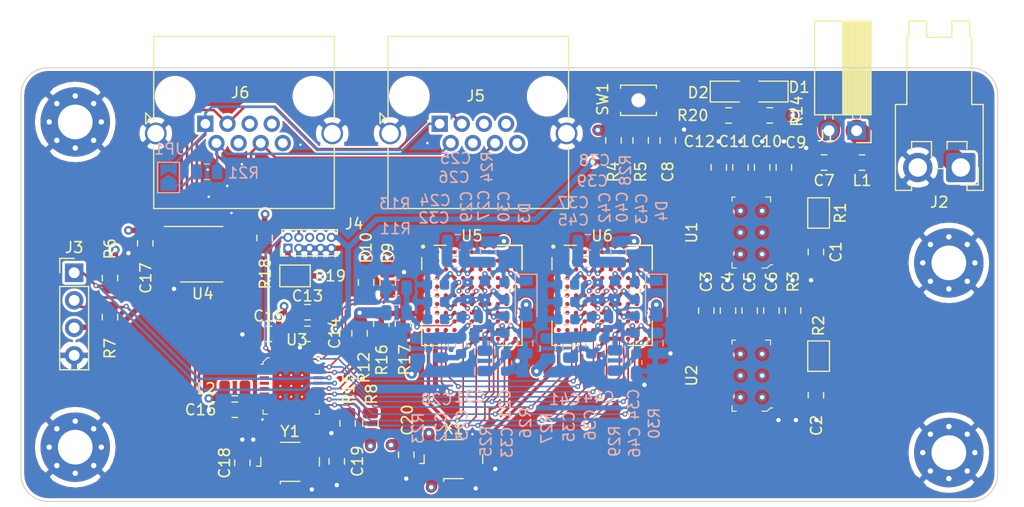
<source format=kicad_pcb>
(kicad_pcb (version 20171130) (host pcbnew "(5.1.4)-1")
  (layers (0 F.Cu signal) (1 In1.Cu power) (2 In2.Cu power) (31 B.Cu signal) (34 B.Paste user) (35 F.Paste user) (36 B.SilkS user) (37 F.SilkS user) (38 B.Mask user) (39 F.Mask user) (44 Edge.Cuts user))
  (net 0 "")
  (net 1 GND)
  (net 2 VCC)
  (net 3 +1V2)
  (net 4 /~RESET)
  (net 5 +3V3)
  (net 6 /VDDCORE)
  (net 7 /VDDANA)
  (net 8 /XIN)
  (net 9 /XOUT)
  (net 10 /ICE40HX8K-BG121_0/VCCPLL0)
  (net 11 /ICE40HX8K-BG121_0/GNDPLL0)
  (net 12 /ICE40HX8K-BG121_0/VCCPLL1)
  (net 13 /ICE40HX8K-BG121_1/VCCPLL0)
  (net 14 /ICE40HX8K-BG121_1/GNDPLL0)
  (net 15 /ICE40HX8K-BG121_1/VCCPLL1)
  (net 16 "Net-(D1-Pad2)")
  (net 17 "Net-(D2-Pad2)")
  (net 18 /ICE40HX8K-BG121_0/VPP_2V5)
  (net 19 /ICE40HX8K-BG121_1/VPP_2V5)
  (net 20 /VPWR)
  (net 21 /SDA)
  (net 22 /SCL)
  (net 23 /SWDIO_TMS)
  (net 24 /SWDCLK_TCK)
  (net 25 /RX-)
  (net 26 /TX-)
  (net 27 /RX+)
  (net 28 /TX+)
  (net 29 /~WE)
  (net 30 /~GS)
  (net 31 /CRESET_B)
  (net 32 /MOSI)
  (net 33 /SCK)
  (net 34 /OSC)
  (net 35 /ICE40HX8K-BG121_0/CDONE)
  (net 36 /ICE40HX8K-BG121_1/CDONE)
  (net 37 /MISO)
  (net 38 /RX)
  (net 39 /TX)
  (net 40 /FIFO_0_1)
  (net 41 "Net-(J4-Pad1)")
  (net 42 "Net-(J1-Pad1)")
  (net 43 /TDO)
  (net 44 /TDI)
  (net 45 "Net-(J5-Pad8)")
  (net 46 "Net-(J5-Pad4)")
  (net 47 "Net-(J5-Pad7)")
  (net 48 "Net-(J5-Pad5)")
  (net 49 "Net-(J6-Pad5)")
  (net 50 "Net-(J6-Pad7)")
  (net 51 "Net-(J6-Pad4)")
  (net 52 "Net-(J6-Pad8)")
  (net 53 "Net-(JP1-Pad1)")
  (net 54 "Net-(U3-Pad13)")
  (net 55 "Net-(U3-Pad14)")
  (net 56 "Net-(U5-PadK11)")
  (net 57 "Net-(U5-PadJ11)")
  (net 58 "Net-(U5-PadH11)")
  (net 59 "Net-(U5-PadG11)")
  (net 60 "Net-(U5-PadF11)")
  (net 61 "Net-(U5-PadE11)")
  (net 62 "Net-(U5-PadD11)")
  (net 63 "Net-(U5-PadC11)")
  (net 64 "Net-(U5-PadB11)")
  (net 65 "Net-(U5-PadA11)")
  (net 66 "Net-(U5-PadJ10)")
  (net 67 "Net-(U5-PadH10)")
  (net 68 "Net-(U5-PadG10)")
  (net 69 "Net-(U5-PadF10)")
  (net 70 "Net-(U5-PadE10)")
  (net 71 "Net-(U5-PadD10)")
  (net 72 "Net-(U5-PadB10)")
  (net 73 "Net-(U5-PadA10)")
  (net 74 /ICE40HX8K-BG121_0/GMISO)
  (net 75 "Net-(U5-PadH9)")
  (net 76 "Net-(U5-PadG9)")
  (net 77 "Net-(U5-PadF9)")
  (net 78 "Net-(U5-PadE9)")
  (net 79 "Net-(U5-PadD9)")
  (net 80 "Net-(U5-PadC9)")
  (net 81 "Net-(U5-PadB9)")
  (net 82 "Net-(U5-PadA9)")
  (net 83 "Net-(U5-PadG8)")
  (net 84 "Net-(U5-PadE8)")
  (net 85 "Net-(U5-PadC8)")
  (net 86 "Net-(U5-PadB8)")
  (net 87 "Net-(U5-PadA8)")
  (net 88 "Net-(U5-PadL7)")
  (net 89 "Net-(U5-PadJ7)")
  (net 90 "Net-(U5-PadH7)")
  (net 91 "Net-(U5-PadD7)")
  (net 92 "Net-(U5-PadC7)")
  (net 93 "Net-(U5-PadB7)")
  (net 94 "Net-(U5-PadA7)")
  (net 95 "Net-(U5-PadB6)")
  (net 96 "Net-(U5-PadA6)")
  (net 97 "Net-(U5-PadK5)")
  (net 98 "Net-(U5-PadJ5)")
  (net 99 "Net-(U5-PadD5)")
  (net 100 /ICE40HX8K-BG121_0/GNDPLL1)
  (net 101 "Net-(U5-PadB5)")
  (net 102 "Net-(U5-PadA5)")
  (net 103 "Net-(U5-PadL4)")
  (net 104 "Net-(U5-PadK4)")
  (net 105 "Net-(U5-PadF4)")
  (net 106 "Net-(U5-PadC4)")
  (net 107 "Net-(U5-PadB4)")
  (net 108 "Net-(U5-PadA4)")
  (net 109 "Net-(U5-PadH3)")
  (net 110 "Net-(U5-PadG3)")
  (net 111 "Net-(U5-PadF3)")
  (net 112 "Net-(U5-PadE3)")
  (net 113 "Net-(U5-PadD3)")
  (net 114 "Net-(U5-PadC3)")
  (net 115 "Net-(U5-PadB3)")
  (net 116 "Net-(U5-PadA3)")
  (net 117 "Net-(U5-PadK2)")
  (net 118 "Net-(U5-PadJ2)")
  (net 119 "Net-(U5-PadH2)")
  (net 120 "Net-(U5-PadG2)")
  (net 121 "Net-(U5-PadF2)")
  (net 122 "Net-(U5-PadE2)")
  (net 123 "Net-(U5-PadD2)")
  (net 124 "Net-(U5-PadC2)")
  (net 125 "Net-(U5-PadB2)")
  (net 126 "Net-(U5-PadA2)")
  (net 127 "Net-(U5-PadK1)")
  (net 128 "Net-(U5-PadJ1)")
  (net 129 "Net-(U5-PadH1)")
  (net 130 "Net-(U5-PadG1)")
  (net 131 "Net-(U5-PadF1)")
  (net 132 "Net-(U5-PadE1)")
  (net 133 "Net-(U5-PadD1)")
  (net 134 "Net-(U5-PadC1)")
  (net 135 "Net-(U5-PadB1)")
  (net 136 "Net-(U5-PadA1)")
  (net 137 "Net-(U6-PadA1)")
  (net 138 "Net-(U6-PadB1)")
  (net 139 "Net-(U6-PadC1)")
  (net 140 "Net-(U6-PadD1)")
  (net 141 "Net-(U6-PadE1)")
  (net 142 "Net-(U6-PadF1)")
  (net 143 "Net-(U6-PadG1)")
  (net 144 "Net-(U6-PadH1)")
  (net 145 "Net-(U6-PadJ1)")
  (net 146 "Net-(U6-PadK1)")
  (net 147 "Net-(U6-PadA2)")
  (net 148 "Net-(U6-PadB2)")
  (net 149 "Net-(U6-PadC2)")
  (net 150 "Net-(U6-PadD2)")
  (net 151 "Net-(U6-PadE2)")
  (net 152 "Net-(U6-PadF2)")
  (net 153 "Net-(U6-PadG2)")
  (net 154 "Net-(U6-PadH2)")
  (net 155 "Net-(U6-PadJ2)")
  (net 156 "Net-(U6-PadK2)")
  (net 157 "Net-(U6-PadA3)")
  (net 158 "Net-(U6-PadB3)")
  (net 159 "Net-(U6-PadC3)")
  (net 160 "Net-(U6-PadD3)")
  (net 161 "Net-(U6-PadE3)")
  (net 162 "Net-(U6-PadF3)")
  (net 163 "Net-(U6-PadG3)")
  (net 164 "Net-(U6-PadH3)")
  (net 165 "Net-(U6-PadA4)")
  (net 166 "Net-(U6-PadB4)")
  (net 167 "Net-(U6-PadC4)")
  (net 168 "Net-(U6-PadF4)")
  (net 169 "Net-(U6-PadK4)")
  (net 170 "Net-(U6-PadL4)")
  (net 171 "Net-(U6-PadA5)")
  (net 172 "Net-(U6-PadB5)")
  (net 173 /ICE40HX8K-BG121_1/GNDPLL1)
  (net 174 "Net-(U6-PadD5)")
  (net 175 "Net-(U6-PadJ5)")
  (net 176 "Net-(U6-PadK5)")
  (net 177 "Net-(U6-PadA6)")
  (net 178 "Net-(U6-PadB6)")
  (net 179 "Net-(U6-PadA7)")
  (net 180 "Net-(U6-PadB7)")
  (net 181 "Net-(U6-PadC7)")
  (net 182 "Net-(U6-PadD7)")
  (net 183 "Net-(U6-PadH7)")
  (net 184 "Net-(U6-PadJ7)")
  (net 185 "Net-(U6-PadL7)")
  (net 186 "Net-(U6-PadA8)")
  (net 187 "Net-(U6-PadB8)")
  (net 188 "Net-(U6-PadC8)")
  (net 189 "Net-(U6-PadE8)")
  (net 190 "Net-(U6-PadG8)")
  (net 191 "Net-(U6-PadA9)")
  (net 192 "Net-(U6-PadB9)")
  (net 193 "Net-(U6-PadC9)")
  (net 194 "Net-(U6-PadD9)")
  (net 195 "Net-(U6-PadE9)")
  (net 196 "Net-(U6-PadF9)")
  (net 197 "Net-(U6-PadG9)")
  (net 198 "Net-(U6-PadH9)")
  (net 199 /ICE40HX8K-BG121_1/GMISO)
  (net 200 "Net-(U6-PadA10)")
  (net 201 "Net-(U6-PadB10)")
  (net 202 "Net-(U6-PadD10)")
  (net 203 "Net-(U6-PadE10)")
  (net 204 "Net-(U6-PadF10)")
  (net 205 "Net-(U6-PadG10)")
  (net 206 "Net-(U6-PadH10)")
  (net 207 "Net-(U6-PadJ10)")
  (net 208 "Net-(U6-PadA11)")
  (net 209 "Net-(U6-PadB11)")
  (net 210 "Net-(U6-PadC11)")
  (net 211 "Net-(U6-PadD11)")
  (net 212 "Net-(U6-PadE11)")
  (net 213 "Net-(U6-PadF11)")
  (net 214 "Net-(U6-PadG11)")
  (net 215 "Net-(U6-PadH11)")
  (net 216 "Net-(U6-PadJ11)")
  (net 217 "Net-(U6-PadK11)")
  (net 218 "Net-(R1-Pad1)")
  (net 219 "Net-(R2-Pad1)")
  (net 220 "Net-(R5-Pad2)")
  (net 221 "Net-(U5-PadJ3)")
  (net 222 "Net-(U5-PadL2)")
  (net 223 "Net-(U6-PadL2)")
  (net 224 "Net-(U6-PadJ3)")
  (net 225 "Net-(U5-PadK6)")
  (net 226 "Net-(U6-PadK6)")
  (net 227 /ICE40HX8K-BG121_0/SPI_SS_B)
  (net 228 /ICE40HX8K-BG121_1/SPI_SS_B)
  (net 229 "Net-(U5-PadJ8)")
  (net 230 "Net-(U6-PadJ8)")
  (net 231 "Net-(U3-Pad1)")
  (net 232 "Net-(U3-Pad2)")
  (net 233 "Net-(U3-Pad3)")
  (net 234 "Net-(U3-Pad4)")
  (net 235 "Net-(U3-Pad5)")
  (net 236 "Net-(U3-Pad6)")
  (net 237 "Net-(U3-Pad7)")
  (net 238 "Net-(U3-Pad8)")
  (net 239 /READY)
  (net 240 "Net-(U3-Pad27)")
  (net 241 /READY_0_1)
  (net 242 /READY_0)
  (module Resistor_SMD:R_0805_2012Metric (layer B.Cu) (at 64.6 100.3)
    (fp_text reference R13 (at -0.15 -7.75) (layer B.SilkS) (effects (justify mirror)))
    (fp_text value OMIT)
    (pad 2 smd roundrect (at 0.9375 0) (size 0.975 1.4) (layers B.Cu B.Paste B.Mask) (net 242 /READY_0))
    (pad 1 smd roundrect (at -0.9375 0) (size 0.975 1.4) (layers B.Cu B.Paste B.Mask) (net 1 GND))
  )
  (module Resistor_SMD:R_0805_2012Metric (layer B.Cu) (at 64.6 102.6 180)
    (fp_text reference R11 (at 0.1 7.75) (layer B.SilkS) (effects (justify mirror)))
    (fp_text value 4k7)
    (pad 2 smd roundrect (at 0.9375 0 180) (size 0.975 1.4) (layers B.Cu B.Paste B.Mask) (net 5 +3V3))
    (pad 1 smd roundrect (at -0.9375 0 180) (size 0.975 1.4) (layers B.Cu B.Paste B.Mask) (net 242 /READY_0))
  )
  (module Resistor_SMD:R_0805_2012Metric (layer F.Cu) (at 60.1 112.8 90)
    (fp_text reference R15 (at 3.2 0.1 90) (layer F.SilkS))
    (fp_text value 4k7)
    (pad 2 smd roundrect (at 0.9375 0 90) (size 0.975 1.4) (layers F.Cu F.Paste F.Mask) (net 32 /MOSI))
    (pad 1 smd roundrect (at -0.9375 0 90) (size 0.975 1.4) (layers F.Cu F.Paste F.Mask) (net 1 GND))
  )
  (module Resistor_SMD:R_0805_2012Metric (layer B.Cu) (at 47.1375 89.6)
    (fp_text reference R21 (at 3.3625 0.1 180) (layer B.SilkS) (effects (justify mirror)))
    (fp_text value 120R)
    (pad 1 smd roundrect (at -0.9375 0) (size 0.975 1.4) (layers B.Cu B.Paste B.Mask) (net 53 "Net-(JP1-Pad1)"))
    (pad 2 smd roundrect (at 0.9375 0) (size 0.975 1.4) (layers B.Cu B.Paste B.Mask) (net 25 /RX-))
  )
  (module Resistor_SMD:R_0805_2012Metric (layer B.Cu) (at 78.55 105.9 270)
    (fp_text reference R27 (at 7.35 0.1 90) (layer B.SilkS) (effects (justify mirror)))
    (fp_text value 120R)
    (pad 1 smd roundrect (at -0.9375 0 270) (size 0.975 1.4) (layers B.Cu B.Paste B.Mask) (net 13 /ICE40HX8K-BG121_1/VCCPLL0))
    (pad 2 smd roundrect (at 0.9375 0 270) (size 0.975 1.4) (layers B.Cu B.Paste B.Mask) (net 3 +1V2))
  )
  (module Resistor_SMD:R_0805_2012Metric (layer B.Cu) (at 85.05 97 90)
    (fp_text reference R28 (at 7.55 0.65 90) (layer B.SilkS) (effects (justify mirror)))
    (fp_text value 120R)
    (pad 2 smd roundrect (at 0.9375 0 90) (size 0.975 1.4) (layers B.Cu B.Paste B.Mask) (net 3 +1V2))
    (pad 1 smd roundrect (at -0.9375 0 90) (size 0.975 1.4) (layers B.Cu B.Paste B.Mask) (net 15 /ICE40HX8K-BG121_1/VCCPLL1))
  )
  (module Resistor_SMD:R_0805_2012Metric (layer B.Cu) (at 84.75 107 90)
    (fp_text reference R29 (at -7.45 -0.05 90) (layer B.SilkS) (effects (justify mirror)))
    (fp_text value 10k)
    (pad 2 smd roundrect (at 0.9375 0 90) (size 0.975 1.4) (layers B.Cu B.Paste B.Mask) (net 36 /ICE40HX8K-BG121_1/CDONE))
    (pad 1 smd roundrect (at -0.9375 0 90) (size 0.975 1.4) (layers B.Cu B.Paste B.Mask) (net 5 +3V3))
  )
  (module Resistor_SMD:R_0805_2012Metric (layer B.Cu) (at 88.45 105.4 90)
    (fp_text reference R30 (at -7.4 -0.1 90) (layer B.SilkS) (effects (justify mirror)))
    (fp_text value 10k)
    (pad 1 smd roundrect (at -0.9375 0 90) (size 0.975 1.4) (layers B.Cu B.Paste B.Mask) (net 1 GND))
    (pad 2 smd roundrect (at 0.9375 0 90) (size 0.975 1.4) (layers B.Cu B.Paste B.Mask) (net 228 /ICE40HX8K-BG121_1/SPI_SS_B))
  )
  (module Jumper:SolderJumper-2_P1.3mm_Open_TrianglePad1.0x1.5mm (layer F.Cu) (at 55.25 99.2)
    (fp_text reference R19 (at 3.25 0) (layer F.SilkS))
    (fp_text value 0R)
    (pad 1 smd custom (at -0.725 0) (size 0.3 0.3) (layers F.Cu F.Mask) (net 41 "Net-(J4-Pad1)") (options (clearance outline) (anchor rect)) (primitives (gr_poly (pts (xy -0.5 -0.75) (xy 0.5 -0.75) (xy 1 0) (xy 0.5 0.75) (xy -0.5 0.75)) (width 0))))
    (pad 2 smd custom (at 0.725 0) (size 0.3 0.3) (layers F.Cu F.Mask) (net 5 +3V3) (options (clearance outline) (anchor rect)) (primitives (gr_poly (pts (xy -0.65 -0.75) (xy 0.5 -0.75) (xy 0.5 0.75) (xy -0.65 0.75) (xy -0.15 0)) (width 0))))
  )
  (module Crystal:Crystal_SMD_Abracon_ABM3B-4Pin_5.0x3.2mm (layer F.Cu) (at 54.8 116.35)
    (fp_text reference Y1 (at 0 -2.8) (layer F.SilkS))
    (fp_text value 16MHz)
    (pad 4 smd rect (at -2 -1.2) (size 1.8 1.2) (layers F.Cu F.Paste F.Mask) (net 1 GND))
    (pad 3 smd rect (at 2 -1.2) (size 1.8 1.2) (layers F.Cu F.Paste F.Mask) (net 9 /XOUT))
    (pad 2 smd rect (at 2 1.2) (size 1.8 1.2) (layers F.Cu F.Paste F.Mask) (net 1 GND))
    (pad 1 smd rect (at -2 1.2) (size 1.8 1.2) (layers F.Cu F.Paste F.Mask) (net 8 /XIN))
  )
  (module Inductor_SMD:L_0805_2012Metric (layer F.Cu) (at 49.7 109.55 180)
    (fp_text reference L2 (at 2.65 -0.05) (layer F.SilkS))
    (fp_text value FB)
    (pad 2 smd roundrect (at 0.9375 0 180) (size 0.975 1.4) (layers F.Cu F.Paste F.Mask) (net 5 +3V3))
    (pad 1 smd roundrect (at -0.9375 0 180) (size 0.975 1.4) (layers F.Cu F.Paste F.Mask) (net 7 /VDDANA))
  )
  (module Inductor_SMD:L_0805_2012Metric (layer F.Cu) (at 107.5 88.75 180)
    (fp_text reference L1 (at 0 -1.65) (layer F.SilkS))
    (fp_text value FB)
    (pad 2 smd roundrect (at 0.9375 0 180) (size 0.975 1.4) (layers F.Cu F.Paste F.Mask) (net 2 VCC))
    (pad 1 smd roundrect (at -0.9375 0 180) (size 0.975 1.4) (layers F.Cu F.Paste F.Mask) (net 42 "Net-(J1-Pad1)"))
  )
  (module Capacitor_SMD:C_0603_1608Metric (layer B.Cu) (at 86.7 107.1875 90)
    (fp_text reference C46 (at -7.35 -0.15 90) (layer B.SilkS) (effects (justify mirror)))
    (fp_text value 0.1uF)
    (pad 2 smd roundrect (at 0.7875 0 90) (size 0.875 0.95) (layers B.Cu B.Paste B.Mask) (net 5 +3V3))
    (pad 1 smd roundrect (at -0.7875 0 90) (size 0.875 0.95) (layers B.Cu B.Paste B.Mask) (net 1 GND))
  )
  (module Capacitor_SMD:C_0603_1608Metric (layer B.Cu) (at 80.25 101.6)
    (fp_text reference C45 (at 0.65 -7.55) (layer B.SilkS) (effects (justify mirror)))
    (fp_text value 0.1uF)
    (pad 2 smd roundrect (at 0.7875 0) (size 0.875 0.95) (layers B.Cu B.Paste B.Mask) (net 5 +3V3))
    (pad 1 smd roundrect (at -0.7875 0) (size 0.875 0.95) (layers B.Cu B.Paste B.Mask) (net 1 GND))
  )
  (module Capacitor_SMD:C_0603_1608Metric (layer B.Cu) (at 83.35 103)
    (fp_text reference C44 (at -0.1 7.4) (layer B.SilkS) (effects (justify mirror)))
    (fp_text value 0.1uF)
    (pad 2 smd roundrect (at 0.7875 0) (size 0.875 0.95) (layers B.Cu B.Paste B.Mask) (net 5 +3V3))
    (pad 1 smd roundrect (at -0.7875 0) (size 0.875 0.95) (layers B.Cu B.Paste B.Mask) (net 1 GND))
  )
  (module Capacitor_SMD:C_0603_1608Metric (layer B.Cu) (at 86.55 100.6 270)
    (fp_text reference C43 (at -7.6 -0.65 90) (layer B.SilkS) (effects (justify mirror)))
    (fp_text value 0.1uF)
    (pad 2 smd roundrect (at 0.7875 0 270) (size 0.875 0.95) (layers B.Cu B.Paste B.Mask) (net 5 +3V3))
    (pad 1 smd roundrect (at -0.7875 0 270) (size 0.875 0.95) (layers B.Cu B.Paste B.Mask) (net 1 GND))
  )
  (module Capacitor_SMD:C_0603_1608Metric (layer B.Cu) (at 83.15 100.6 90)
    (fp_text reference C42 (at 7.7 0.65 270) (layer B.SilkS) (effects (justify mirror)))
    (fp_text value 0.1uF)
    (pad 1 smd roundrect (at -0.7875 0 90) (size 0.875 0.95) (layers B.Cu B.Paste B.Mask) (net 1 GND))
    (pad 2 smd roundrect (at 0.7875 0 90) (size 0.775 0.95) (layers B.Cu B.Paste B.Mask) (net 5 +3V3))
  )
  (module Capacitor_SMD:C_0603_1608Metric (layer B.Cu) (at 80.25 103.2)
    (fp_text reference C41 (at -0.15 7.4) (layer B.SilkS) (effects (justify mirror)))
    (fp_text value 0.1uF)
    (pad 2 smd roundrect (at 0.7875 0) (size 0.875 0.95) (layers B.Cu B.Paste B.Mask) (net 3 +1V2))
    (pad 1 smd roundrect (at -0.7875 0) (size 0.875 0.95) (layers B.Cu B.Paste B.Mask) (net 1 GND))
  )
  (module Capacitor_SMD:C_0603_1608Metric (layer B.Cu) (at 84.75 100.5 90)
    (fp_text reference C40 (at 7.65 0.65 270) (layer B.SilkS) (effects (justify mirror)))
    (fp_text value 0.1uF)
    (pad 1 smd roundrect (at -0.7875 0 90) (size 0.875 0.95) (layers B.Cu B.Paste B.Mask) (net 1 GND))
    (pad 2 smd roundrect (at 0.7875 0 90) (size 0.875 0.95) (layers B.Cu B.Paste B.Mask) (net 3 +1V2))
  )
  (module Capacitor_SMD:C_0603_1608Metric (layer B.Cu) (at 82.05 97.9 180)
    (fp_text reference C39 (at -0.6 7.45) (layer B.SilkS) (effects (justify mirror)))
    (fp_text value 0.1uF)
    (pad 2 smd roundrect (at 0.7875 0 180) (size 0.875 0.95) (layers B.Cu B.Paste B.Mask) (net 173 /ICE40HX8K-BG121_1/GNDPLL1))
    (pad 1 smd roundrect (at -0.7875 0 180) (size 0.875 0.95) (layers B.Cu B.Paste B.Mask) (net 15 /ICE40HX8K-BG121_1/VCCPLL1))
  )
  (module Capacitor_SMD:C_0603_1608Metric (layer B.Cu) (at 80.2375 100)
    (fp_text reference C37 (at 0.6625 -7.55) (layer B.SilkS) (effects (justify mirror)))
    (fp_text value 0.1uF)
    (pad 2 smd roundrect (at 0.7875 0) (size 0.875 0.95) (layers B.Cu B.Paste B.Mask) (net 3 +1V2))
    (pad 1 smd roundrect (at -0.7875 0) (size 0.875 0.95) (layers B.Cu B.Paste B.Mask) (net 1 GND))
  )
  (module Capacitor_SMD:C_0603_1608Metric (layer B.Cu) (at 82.55 105.6 270)
    (fp_text reference C36 (at 7.35 0.1 90) (layer B.SilkS) (effects (justify mirror)))
    (fp_text value 0.1uF)
    (pad 2 smd roundrect (at 0.7875 0 270) (size 0.875 0.95) (layers B.Cu B.Paste B.Mask) (net 14 /ICE40HX8K-BG121_1/GNDPLL0))
    (pad 1 smd roundrect (at -0.7875 0 270) (size 0.875 0.95) (layers B.Cu B.Paste B.Mask) (net 13 /ICE40HX8K-BG121_1/VCCPLL0))
  )
  (module Capacitor_SMD:C_0603_1608Metric (layer B.Cu) (at 86.55 103.7 90)
    (fp_text reference C34 (at -7.35 -0.1 90) (layer B.SilkS) (effects (justify mirror)))
    (fp_text value 0.1uF)
    (pad 2 smd roundrect (at 0.7875 0 90) (size 0.875 0.95) (layers B.Cu B.Paste B.Mask) (net 3 +1V2))
    (pad 1 smd roundrect (at -0.7875 0 90) (size 0.875 0.95) (layers B.Cu B.Paste B.Mask) (net 1 GND))
  )
  (module Capacitor_SMD:C_0603_1608Metric (layer B.Cu) (at 74.7 107.2 90)
    (fp_text reference C33 (at -7.35 0.1 90) (layer B.SilkS) (effects (justify mirror)))
    (fp_text value 0.1uF)
    (pad 2 smd roundrect (at 0.7875 0 90) (size 0.875 0.95) (layers B.Cu B.Paste B.Mask) (net 5 +3V3))
    (pad 1 smd roundrect (at -0.7875 0 90) (size 0.875 0.95) (layers B.Cu B.Paste B.Mask) (net 1 GND))
  )
  (module Capacitor_SMD:C_0603_1608Metric (layer B.Cu) (at 68.25 101.6)
    (fp_text reference C32 (at -0.2 -7.75) (layer B.SilkS) (effects (justify mirror)))
    (fp_text value 0.1uF)
    (pad 2 smd roundrect (at 0.7875 0) (size 0.875 0.95) (layers B.Cu B.Paste B.Mask) (net 5 +3V3))
    (pad 1 smd roundrect (at -0.7875 0) (size 0.875 0.95) (layers B.Cu B.Paste B.Mask) (net 1 GND))
  )
  (module Capacitor_SMD:C_0603_1608Metric (layer B.Cu) (at 71.35 103)
    (fp_text reference C31 (at 0 7.35) (layer B.SilkS) (effects (justify mirror)))
    (fp_text value 0.1uF)
    (pad 2 smd roundrect (at 0.7875 0) (size 0.875 0.95) (layers B.Cu B.Paste B.Mask) (net 5 +3V3))
    (pad 1 smd roundrect (at -0.7875 0) (size 0.875 0.95) (layers B.Cu B.Paste B.Mask) (net 1 GND))
  )
  (module Capacitor_SMD:C_0603_1608Metric (layer B.Cu) (at 74.55 100.6 270)
    (fp_text reference C30 (at -7.8 0.05 90) (layer B.SilkS) (effects (justify mirror)))
    (fp_text value 0.1uF)
    (pad 2 smd roundrect (at 0.7875 0 270) (size 0.875 0.95) (layers B.Cu B.Paste B.Mask) (net 5 +3V3))
    (pad 1 smd roundrect (at -0.7875 0 270) (size 0.875 0.95) (layers B.Cu B.Paste B.Mask) (net 1 GND))
  )
  (module Capacitor_SMD:C_0603_1608Metric (layer B.Cu) (at 71.15 100.6 90)
    (fp_text reference C29 (at 7.8 -0.1 90) (layer B.SilkS) (effects (justify mirror)))
    (fp_text value 0.1uF)
    (pad 1 smd roundrect (at -0.7875 0 90) (size 0.875 0.95) (layers B.Cu B.Paste B.Mask) (net 1 GND))
    (pad 2 smd roundrect (at 0.7875 0 90) (size 0.775 0.95) (layers B.Cu B.Paste B.Mask) (net 5 +3V3))
  )
  (module Capacitor_SMD:C_0603_1608Metric (layer B.Cu) (at 68.25 103.2)
    (fp_text reference C28 (at 0.05 7.4) (layer B.SilkS) (effects (justify mirror)))
    (fp_text value 0.1uF)
    (pad 2 smd roundrect (at 0.7875 0) (size 0.875 0.95) (layers B.Cu B.Paste B.Mask) (net 3 +1V2))
    (pad 1 smd roundrect (at -0.7875 0) (size 0.875 0.95) (layers B.Cu B.Paste B.Mask) (net 1 GND))
  )
  (module Capacitor_SMD:C_0603_1608Metric (layer B.Cu) (at 72.75 100.5 90)
    (fp_text reference C27 (at 7.8 -0.1 270) (layer B.SilkS) (effects (justify mirror)))
    (fp_text value 0.1uF)
    (pad 2 smd roundrect (at 0.7875 0 90) (size 0.875 0.95) (layers B.Cu B.Paste B.Mask) (net 3 +1V2))
    (pad 1 smd roundrect (at -0.7875 0 90) (size 0.875 0.95) (layers B.Cu B.Paste B.Mask) (net 1 GND))
  )
  (module Capacitor_SMD:C_0603_1608Metric (layer B.Cu) (at 70.05 97.9 180)
    (fp_text reference C26 (at 0.15 7.8) (layer B.SilkS) (effects (justify mirror)))
    (fp_text value 0.1uF)
    (pad 2 smd roundrect (at 0.7875 0 180) (size 0.875 0.95) (layers B.Cu B.Paste B.Mask) (net 100 /ICE40HX8K-BG121_0/GNDPLL1))
    (pad 1 smd roundrect (at -0.7875 0 180) (size 0.875 0.95) (layers B.Cu B.Paste B.Mask) (net 12 /ICE40HX8K-BG121_0/VCCPLL1))
  )
  (module Capacitor_SMD:C_0603_1608Metric (layer B.Cu) (at 68.2375 100)
    (fp_text reference C24 (at -0.0875 -7.75) (layer B.SilkS) (effects (justify mirror)))
    (fp_text value 0.1uF)
    (pad 2 smd roundrect (at 0.7875 0) (size 0.875 0.95) (layers B.Cu B.Paste B.Mask) (net 3 +1V2))
    (pad 1 smd roundrect (at -0.7875 0) (size 0.875 0.95) (layers B.Cu B.Paste B.Mask) (net 1 GND))
  )
  (module Capacitor_SMD:C_0603_1608Metric (layer B.Cu) (at 70.55 105.6 270)
    (fp_text reference C23 (at 7.35 -0.1 90) (layer B.SilkS) (effects (justify mirror)))
    (fp_text value 0.1uF)
    (pad 2 smd roundrect (at 0.7875 0 270) (size 0.875 0.95) (layers B.Cu B.Paste B.Mask) (net 11 /ICE40HX8K-BG121_0/GNDPLL0))
    (pad 1 smd roundrect (at -0.7875 0 270) (size 0.875 0.95) (layers B.Cu B.Paste B.Mask) (net 10 /ICE40HX8K-BG121_0/VCCPLL0))
  )
  (module Capacitor_SMD:C_0603_1608Metric (layer B.Cu) (at 74.55 103.7 90)
    (fp_text reference C21 (at -7.35 0.05 90) (layer B.SilkS) (effects (justify mirror)))
    (fp_text value 0.1uF)
    (pad 2 smd roundrect (at 0.7875 0 90) (size 0.875 0.95) (layers B.Cu B.Paste B.Mask) (net 3 +1V2))
    (pad 1 smd roundrect (at -0.7875 0 90) (size 0.875 0.95) (layers B.Cu B.Paste B.Mask) (net 1 GND))
  )
  (module Jumper:SolderJumper-2_P1.3mm_Open_TrianglePad1.0x1.5mm (layer F.Cu) (at 103.5 106.6 270)
    (fp_text reference R2 (at -2.8 0 90) (layer F.SilkS))
    (fp_text value 0R)
    (pad 1 smd custom (at -0.725 0 270) (size 0.3 0.3) (layers F.Cu F.Mask) (net 219 "Net-(R2-Pad1)") (options (clearance outline) (anchor rect)) (primitives (gr_poly (pts (xy -0.5 -0.75) (xy 0.5 -0.75) (xy 1 0) (xy 0.5 0.75) (xy -0.5 0.75)) (width 0))))
    (pad 2 smd custom (at 0.725 0 270) (size 0.3 0.3) (layers F.Cu F.Mask) (net 2 VCC) (options (clearance outline) (anchor rect)) (primitives (gr_poly (pts (xy -0.65 -0.75) (xy 0.5 -0.75) (xy 0.5 0.75) (xy -0.65 0.75) (xy -0.15 0)) (width 0))))
  )
  (module Jumper:SolderJumper-2_P1.3mm_Open_TrianglePad1.0x1.5mm (layer F.Cu) (at 103.5 93.4 270)
    (fp_text reference R1 (at 0 -2 90) (layer F.SilkS))
    (fp_text value 0R)
    (pad 1 smd custom (at -0.725 0 270) (size 0.3 0.3) (layers F.Cu F.Mask) (net 218 "Net-(R1-Pad1)") (options (clearance outline) (anchor rect)) (primitives (gr_poly (pts (xy -0.5 -0.75) (xy 0.5 -0.75) (xy 1 0) (xy 0.5 0.75) (xy -0.5 0.75)) (width 0))))
    (pad 2 smd custom (at 0.725 0 270) (size 0.3 0.3) (layers F.Cu F.Mask) (net 2 VCC) (options (clearance outline) (anchor rect)) (primitives (gr_poly (pts (xy -0.65 -0.75) (xy 0.5 -0.75) (xy 0.5 0.75) (xy -0.65 0.75) (xy -0.15 0)) (width 0))))
  )
  (module Connector_PinSocket_2.54mm:PinSocket_1x02_P2.54mm_Horizontal (layer F.Cu) (at 107 85.8 270)
    (fp_text reference J1 (at 0.5 2.8 180) (layer F.SilkS))
    (fp_text value PWR)
    (pad 2 thru_hole oval (at 0 2.54 270) (size 1.7 1.7) (drill 1) (layers *.Cu *.Mask) (net 20 /VPWR))
    (pad 1 thru_hole rect (at 0 0 270) (size 1.7 1.7) (drill 1) (layers *.Cu *.Mask) (net 42 "Net-(J1-Pad1)"))
  )
  (module Connector_JST:JST_VH_S2P-VH_1x02_P3.96mm_Horizontal (layer F.Cu) (at 116.6 89.2 180)
    (fp_text reference J2 (at 1.98 -3.2) (layer F.SilkS))
    (fp_text value PWR_IN)
    (pad 2 thru_hole circle (at 3.96 0 180) (size 2.7 2.7) (drill 1.7) (layers *.Cu *.Mask) (net 1 GND))
    (pad 1 thru_hole roundrect (at 0 0 180) (size 2.7 2.7) (drill 1.7) (layers *.Cu *.Mask) (roundrect_rratio 0.09259299999999999) (net 20 /VPWR))
  )
  (module Jumper:SolderJumper-2_P1.3mm_Open_TrianglePad1.0x1.5mm (layer B.Cu) (at 43.6 90.125 90)
    (fp_text reference JP1 (at 2.625 0 180) (layer B.SilkS) (effects (justify mirror)))
    (fp_text value RS485-Term)
    (pad 1 smd custom (at -0.725 0 90) (size 0.3 0.3) (layers B.Cu B.Mask) (net 53 "Net-(JP1-Pad1)") (options (clearance outline) (anchor rect)) (primitives (gr_poly (pts (xy -0.5 0.75) (xy 0.5 0.75) (xy 1 0) (xy 0.5 -0.75) (xy -0.5 -0.75)) (width 0))))
    (pad 2 smd custom (at 0.725 0 90) (size 0.3 0.3) (layers B.Cu B.Mask) (net 27 /RX+) (options (clearance outline) (anchor rect)) (primitives (gr_poly (pts (xy -0.65 0.75) (xy 0.5 0.75) (xy 0.5 -0.75) (xy -0.65 -0.75) (xy -0.15 0)) (width 0))))
  )
  (module MountingHole:MountingHole_3.2mm_M3_Pad_Via (layer F.Cu) (at 115.5 115.5)
    (fp_text reference H4 hide)
    (fp_text value MountingHole_Pad)
    (pad 1 thru_hole circle (at 1.697056 -1.697056) (size 0.8 0.8) (drill 0.5) (layers *.Cu *.Mask) (net 1 GND))
    (pad 1 thru_hole circle (at 0 -2.4) (size 0.8 0.8) (drill 0.5) (layers *.Cu *.Mask) (net 1 GND))
    (pad 1 thru_hole circle (at -1.697056 -1.697056) (size 0.8 0.8) (drill 0.5) (layers *.Cu *.Mask) (net 1 GND))
    (pad 1 thru_hole circle (at -2.4 0) (size 0.8 0.8) (drill 0.5) (layers *.Cu *.Mask) (net 1 GND))
    (pad 1 thru_hole circle (at -1.697056 1.697056) (size 0.8 0.8) (drill 0.5) (layers *.Cu *.Mask) (net 1 GND))
    (pad 1 thru_hole circle (at 0 2.4) (size 0.8 0.8) (drill 0.5) (layers *.Cu *.Mask) (net 1 GND))
    (pad 1 thru_hole circle (at 1.697056 1.697056) (size 0.8 0.8) (drill 0.5) (layers *.Cu *.Mask) (net 1 GND))
    (pad 1 thru_hole circle (at 2.4 0) (size 0.8 0.8) (drill 0.5) (layers *.Cu *.Mask) (net 1 GND))
    (pad 1 thru_hole circle (at 0 0) (size 6.4 6.4) (drill 3.2) (layers *.Cu *.Mask) (net 1 GND))
  )
  (module MountingHole:MountingHole_3.2mm_M3_Pad_Via (layer F.Cu) (at 115.5 98)
    (fp_text reference H3 hide)
    (fp_text value MountingHole_Pad)
    (pad 1 thru_hole circle (at 1.697056 -1.697056) (size 0.8 0.8) (drill 0.5) (layers *.Cu *.Mask) (net 1 GND))
    (pad 1 thru_hole circle (at 0 -2.4) (size 0.8 0.8) (drill 0.5) (layers *.Cu *.Mask) (net 1 GND))
    (pad 1 thru_hole circle (at -1.697056 -1.697056) (size 0.8 0.8) (drill 0.5) (layers *.Cu *.Mask) (net 1 GND))
    (pad 1 thru_hole circle (at -2.4 0) (size 0.8 0.8) (drill 0.5) (layers *.Cu *.Mask) (net 1 GND))
    (pad 1 thru_hole circle (at -1.697056 1.697056) (size 0.8 0.8) (drill 0.5) (layers *.Cu *.Mask) (net 1 GND))
    (pad 1 thru_hole circle (at 0 2.4) (size 0.8 0.8) (drill 0.5) (layers *.Cu *.Mask) (net 1 GND))
    (pad 1 thru_hole circle (at 1.697056 1.697056) (size 0.8 0.8) (drill 0.5) (layers *.Cu *.Mask) (net 1 GND))
    (pad 1 thru_hole circle (at 2.4 0) (size 0.8 0.8) (drill 0.5) (layers *.Cu *.Mask) (net 1 GND))
    (pad 1 thru_hole circle (at 0 0) (size 6.4 6.4) (drill 3.2) (layers *.Cu *.Mask) (net 1 GND))
  )
  (module MountingHole:MountingHole_3.2mm_M3_Pad_Via (layer F.Cu) (at 35 85)
    (fp_text reference H2 hide)
    (fp_text value MountingHole_Pad)
    (pad 1 thru_hole circle (at 1.697056 -1.697056) (size 0.8 0.8) (drill 0.5) (layers *.Cu *.Mask) (net 1 GND))
    (pad 1 thru_hole circle (at 0 -2.4) (size 0.8 0.8) (drill 0.5) (layers *.Cu *.Mask) (net 1 GND))
    (pad 1 thru_hole circle (at -1.697056 -1.697056) (size 0.8 0.8) (drill 0.5) (layers *.Cu *.Mask) (net 1 GND))
    (pad 1 thru_hole circle (at -2.4 0) (size 0.8 0.8) (drill 0.5) (layers *.Cu *.Mask) (net 1 GND))
    (pad 1 thru_hole circle (at -1.697056 1.697056) (size 0.8 0.8) (drill 0.5) (layers *.Cu *.Mask) (net 1 GND))
    (pad 1 thru_hole circle (at 0 2.4) (size 0.8 0.8) (drill 0.5) (layers *.Cu *.Mask) (net 1 GND))
    (pad 1 thru_hole circle (at 1.697056 1.697056) (size 0.8 0.8) (drill 0.5) (layers *.Cu *.Mask) (net 1 GND))
    (pad 1 thru_hole circle (at 2.4 0) (size 0.8 0.8) (drill 0.5) (layers *.Cu *.Mask) (net 1 GND))
    (pad 1 thru_hole circle (at 0 0) (size 6.4 6.4) (drill 3.2) (layers *.Cu *.Mask) (net 1 GND))
  )
  (module MountingHole:MountingHole_3.2mm_M3_Pad_Via (layer F.Cu) (at 35 115)
    (fp_text reference H1 hide)
    (fp_text value MountingHole_Pad)
    (pad 1 thru_hole circle (at 1.697056 -1.697056) (size 0.8 0.8) (drill 0.5) (layers *.Cu *.Mask) (net 1 GND))
    (pad 1 thru_hole circle (at 0 -2.4) (size 0.8 0.8) (drill 0.5) (layers *.Cu *.Mask) (net 1 GND))
    (pad 1 thru_hole circle (at -1.697056 -1.697056) (size 0.8 0.8) (drill 0.5) (layers *.Cu *.Mask) (net 1 GND))
    (pad 1 thru_hole circle (at -2.4 0) (size 0.8 0.8) (drill 0.5) (layers *.Cu *.Mask) (net 1 GND))
    (pad 1 thru_hole circle (at -1.697056 1.697056) (size 0.8 0.8) (drill 0.5) (layers *.Cu *.Mask) (net 1 GND))
    (pad 1 thru_hole circle (at 0 2.4) (size 0.8 0.8) (drill 0.5) (layers *.Cu *.Mask) (net 1 GND))
    (pad 1 thru_hole circle (at 1.697056 1.697056) (size 0.8 0.8) (drill 0.5) (layers *.Cu *.Mask) (net 1 GND))
    (pad 1 thru_hole circle (at 2.4 0) (size 0.8 0.8) (drill 0.5) (layers *.Cu *.Mask) (net 1 GND))
    (pad 1 thru_hole circle (at 0 0) (size 6.4 6.4) (drill 3.2) (layers *.Cu *.Mask) (net 1 GND))
  )
  (module Capacitor_SMD:C_0805_2012Metric (layer F.Cu) (at 103.25 97 270)
    (fp_text reference C1 (at 0 -1.85 90) (layer F.SilkS))
    (fp_text value 0.1uF)
    (pad 2 smd roundrect (at 0.9375 0 270) (size 0.975 1.4) (layers F.Cu F.Paste F.Mask) (net 1 GND))
    (pad 1 smd roundrect (at -0.9375 0 270) (size 0.975 1.4) (layers F.Cu F.Paste F.Mask) (net 2 VCC))
  )
  (module Capacitor_SMD:C_0805_2012Metric (layer F.Cu) (at 103.25 110.2 270)
    (fp_text reference C2 (at 2.8 -0.05 90) (layer F.SilkS))
    (fp_text value 0.1uF)
    (pad 1 smd roundrect (at -0.9375 0 270) (size 0.975 1.4) (layers F.Cu F.Paste F.Mask) (net 2 VCC))
    (pad 2 smd roundrect (at 0.9375 0 270) (size 0.975 1.4) (layers F.Cu F.Paste F.Mask) (net 1 GND))
  )
  (module Capacitor_SMD:C_0805_2012Metric (layer F.Cu) (at 93.15 102.4 90)
    (fp_text reference C3 (at 2.65 0 90) (layer F.SilkS))
    (fp_text value 10uF)
    (pad 1 smd roundrect (at -0.9375 0 90) (size 0.975 1.4) (layers F.Cu F.Paste F.Mask) (net 3 +1V2))
    (pad 2 smd roundrect (at 0.9375 0 90) (size 0.975 1.4) (layers F.Cu F.Paste F.Mask) (net 1 GND))
  )
  (module Capacitor_SMD:C_0805_2012Metric (layer F.Cu) (at 95.15 102.4 90)
    (fp_text reference C4 (at 2.65 0 90) (layer F.SilkS))
    (fp_text value 1uF)
    (pad 2 smd roundrect (at 0.9375 0 90) (size 0.975 1.4) (layers F.Cu F.Paste F.Mask) (net 1 GND))
    (pad 1 smd roundrect (at -0.9375 0 90) (size 0.975 1.4) (layers F.Cu F.Paste F.Mask) (net 3 +1V2))
  )
  (module Capacitor_SMD:C_0805_2012Metric (layer F.Cu) (at 97.15 102.4 90)
    (fp_text reference C5 (at 2.65 0 90) (layer F.SilkS))
    (fp_text value 0.1uF)
    (pad 1 smd roundrect (at -0.9375 0 90) (size 0.975 1.4) (layers F.Cu F.Paste F.Mask) (net 3 +1V2))
    (pad 2 smd roundrect (at 0.9375 0 90) (size 0.975 1.4) (layers F.Cu F.Paste F.Mask) (net 1 GND))
  )
  (module Capacitor_SMD:C_0805_2012Metric (layer F.Cu) (at 99.15 102.4 90)
    (fp_text reference C6 (at 2.65 0 90) (layer F.SilkS))
    (fp_text value 0.01uF)
    (pad 2 smd roundrect (at 0.9375 0 90) (size 0.975 1.4) (layers F.Cu F.Paste F.Mask) (net 1 GND))
    (pad 1 smd roundrect (at -0.9375 0 90) (size 0.975 1.4) (layers F.Cu F.Paste F.Mask) (net 3 +1V2))
  )
  (module Capacitor_SMD:C_0805_2012Metric (layer F.Cu) (at 104 88.75 180)
    (fp_text reference C7 (at 0 -1.65) (layer F.SilkS))
    (fp_text value 10uF)
    (pad 1 smd roundrect (at -0.9375 0 180) (size 0.975 1.4) (layers F.Cu F.Paste F.Mask) (net 2 VCC))
    (pad 2 smd roundrect (at 0.9375 0 180) (size 0.975 1.4) (layers F.Cu F.Paste F.Mask) (net 1 GND))
  )
  (module Capacitor_SMD:C_0805_2012Metric (layer F.Cu) (at 89.6 86.7 90)
    (fp_text reference C8 (at -2.9 0 90) (layer F.SilkS))
    (fp_text value 1uF)
    (pad 1 smd roundrect (at -0.9375 0 90) (size 0.975 1.4) (layers F.Cu F.Paste F.Mask) (net 4 /~RESET))
    (pad 2 smd roundrect (at 0.9375 0 90) (size 0.975 1.4) (layers F.Cu F.Paste F.Mask) (net 1 GND))
  )
  (module Capacitor_SMD:C_0805_2012Metric (layer F.Cu) (at 100.3 89.2 90)
    (fp_text reference C9 (at 2.3 1.1 180) (layer F.SilkS))
    (fp_text value 10uF)
    (pad 1 smd roundrect (at -0.9375 0 90) (size 0.975 1.4) (layers F.Cu F.Paste F.Mask) (net 5 +3V3))
    (pad 2 smd roundrect (at 0.9375 0 90) (size 0.975 1.4) (layers F.Cu F.Paste F.Mask) (net 1 GND))
  )
  (module Capacitor_SMD:C_0805_2012Metric (layer F.Cu) (at 98.3 89.2 90)
    (fp_text reference C10 (at 2.4 0.4 180) (layer F.SilkS))
    (fp_text value 1uF)
    (pad 2 smd roundrect (at 0.9375 0 90) (size 0.975 1.4) (layers F.Cu F.Paste F.Mask) (net 1 GND))
    (pad 1 smd roundrect (at -0.9375 0 90) (size 0.975 1.4) (layers F.Cu F.Paste F.Mask) (net 5 +3V3))
  )
  (module Capacitor_SMD:C_0805_2012Metric (layer F.Cu) (at 96.3 89.2 90)
    (fp_text reference C11 (at 2.4 -0.6) (layer F.SilkS))
    (fp_text value 0.1uF)
    (pad 1 smd roundrect (at -0.9375 0 90) (size 0.975 1.4) (layers F.Cu F.Paste F.Mask) (net 5 +3V3))
    (pad 2 smd roundrect (at 0.9375 0 90) (size 0.975 1.4) (layers F.Cu F.Paste F.Mask) (net 1 GND))
  )
  (module Capacitor_SMD:C_0805_2012Metric (layer F.Cu) (at 94.3 89.2 90)
    (fp_text reference C12 (at 2.4 -1.8) (layer F.SilkS))
    (fp_text value 0.01uF)
    (pad 1 smd roundrect (at -0.9375 0 90) (size 0.975 1.4) (layers F.Cu F.Paste F.Mask) (net 5 +3V3))
    (pad 2 smd roundrect (at 0.9375 0 90) (size 0.975 1.4) (layers F.Cu F.Paste F.Mask) (net 1 GND))
  )
  (module Capacitor_SMD:C_0805_2012Metric (layer F.Cu) (at 56.4 102.55 180)
    (fp_text reference C13 (at 0 1.5) (layer F.SilkS))
    (fp_text value 1uF)
    (pad 1 smd roundrect (at -0.9375 0 180) (size 0.975 1.4) (layers F.Cu F.Paste F.Mask) (net 1 GND))
    (pad 2 smd roundrect (at 0.9375 0 180) (size 0.975 1.4) (layers F.Cu F.Paste F.Mask) (net 6 /VDDCORE))
  )
  (module Capacitor_SMD:C_0805_2012Metric (layer F.Cu) (at 56.4 104.55 180)
    (fp_text reference C14 (at -2.5 0.05 90) (layer F.SilkS))
    (fp_text value 0.1uF)
    (pad 2 smd roundrect (at 0.9375 0 180) (size 0.975 1.4) (layers F.Cu F.Paste F.Mask) (net 6 /VDDCORE))
    (pad 1 smd roundrect (at -0.9375 0 180) (size 0.975 1.4) (layers F.Cu F.Paste F.Mask) (net 1 GND))
  )
  (module Capacitor_SMD:C_0805_2012Metric (layer F.Cu) (at 52.85 104.55)
    (fp_text reference C15 (at 0 -1.65) (layer F.SilkS))
    (fp_text value 0.1uF)
    (pad 1 smd roundrect (at -0.9375 0) (size 0.975 1.4) (layers F.Cu F.Paste F.Mask) (net 1 GND))
    (pad 2 smd roundrect (at 0.9375 0) (size 0.975 1.4) (layers F.Cu F.Paste F.Mask) (net 5 +3V3))
  )
  (module Capacitor_SMD:C_0805_2012Metric (layer F.Cu) (at 49.7 111.55)
    (fp_text reference C16 (at -3.15 0) (layer F.SilkS))
    (fp_text value 0.1uF)
    (pad 2 smd roundrect (at 0.9375 0) (size 0.975 1.4) (layers F.Cu F.Paste F.Mask) (net 7 /VDDANA))
    (pad 1 smd roundrect (at -0.9375 0) (size 0.975 1.4) (layers F.Cu F.Paste F.Mask) (net 1 GND))
  )
  (module Capacitor_SMD:C_0805_2012Metric (layer F.Cu) (at 41.45 96.1875 270)
    (fp_text reference C17 (at 3.2125 -0.05 90) (layer F.SilkS))
    (fp_text value 0.1uF)
    (pad 1 smd roundrect (at -0.9375 0 270) (size 0.975 1.4) (layers F.Cu F.Paste F.Mask) (net 5 +3V3))
    (pad 2 smd roundrect (at 0.9375 0 270) (size 0.975 1.4) (layers F.Cu F.Paste F.Mask) (net 1 GND))
  )
  (module Capacitor_SMD:C_0805_2012Metric (layer F.Cu) (at 50.4 116.45 90)
    (fp_text reference C18 (at 0 -1.65 90) (layer F.SilkS))
    (fp_text value 10pF)
    (pad 2 smd roundrect (at 0.9375 0 90) (size 0.975 1.4) (layers F.Cu F.Paste F.Mask) (net 1 GND))
    (pad 1 smd roundrect (at -0.9375 0 90) (size 0.975 1.4) (layers F.Cu F.Paste F.Mask) (net 8 /XIN))
  )
  (module Capacitor_SMD:C_0805_2012Metric (layer F.Cu) (at 59.1 116.3125 270)
    (fp_text reference C19 (at -0.0125 -1.9 90) (layer F.SilkS))
    (fp_text value 10pF)
    (pad 1 smd roundrect (at -0.9375 0 270) (size 0.975 1.4) (layers F.Cu F.Paste F.Mask) (net 9 /XOUT))
    (pad 2 smd roundrect (at 0.9375 0 270) (size 0.975 1.4) (layers F.Cu F.Paste F.Mask) (net 1 GND))
  )
  (module Capacitor_SMD:C_0805_2012Metric (layer F.Cu) (at 65.5 115.7 90)
    (fp_text reference C20 (at 3.2 0.1 90) (layer F.SilkS))
    (fp_text value 0.01u)
    (pad 2 smd roundrect (at 0.9375 0 90) (size 0.975 1.4) (layers F.Cu F.Paste F.Mask) (net 5 +3V3))
    (pad 1 smd roundrect (at -0.9375 0 90) (size 0.975 1.4) (layers F.Cu F.Paste F.Mask) (net 1 GND))
  )
  (module Capacitor_SMD:C_0805_2012Metric (layer B.Cu) (at 68.65 105.8 270)
    (fp_text reference C22 (at 7.35 -0.05 90) (layer B.SilkS) (effects (justify mirror)))
    (fp_text value 10uF)
    (pad 1 smd roundrect (at -0.9375 0 270) (size 0.975 1.4) (layers B.Cu B.Paste B.Mask) (net 10 /ICE40HX8K-BG121_0/VCCPLL0))
    (pad 2 smd roundrect (at 0.9375 0 270) (size 0.975 1.4) (layers B.Cu B.Paste B.Mask) (net 11 /ICE40HX8K-BG121_0/GNDPLL0))
  )
  (module Capacitor_SMD:C_0805_2012Metric (layer B.Cu) (at 70.25 96.1 180)
    (fp_text reference C25 (at 0.2 7.75) (layer B.SilkS) (effects (justify mirror)))
    (fp_text value 10uF)
    (pad 2 smd roundrect (at 0.9375 0 180) (size 0.975 1.4) (layers B.Cu B.Paste B.Mask) (net 100 /ICE40HX8K-BG121_0/GNDPLL1))
    (pad 1 smd roundrect (at -0.9375 0 180) (size 0.975 1.4) (layers B.Cu B.Paste B.Mask) (net 12 /ICE40HX8K-BG121_0/VCCPLL1))
  )
  (module Capacitor_SMD:C_0805_2012Metric (layer B.Cu) (at 80.65 105.8 270)
    (fp_text reference C35 (at 7.3 0.15 90) (layer B.SilkS) (effects (justify mirror)))
    (fp_text value 10uF)
    (pad 1 smd roundrect (at -0.9375 0 270) (size 0.975 1.4) (layers B.Cu B.Paste B.Mask) (net 13 /ICE40HX8K-BG121_1/VCCPLL0))
    (pad 2 smd roundrect (at 0.9375 0 270) (size 0.975 1.4) (layers B.Cu B.Paste B.Mask) (net 14 /ICE40HX8K-BG121_1/GNDPLL0))
  )
  (module Capacitor_SMD:C_0805_2012Metric (layer B.Cu) (at 82.25 96.1 180)
    (fp_text reference C38 (at -0.6 7.55) (layer B.SilkS) (effects (justify mirror)))
    (fp_text value 10uF)
    (pad 1 smd roundrect (at -0.9375 0 180) (size 0.975 1.4) (layers B.Cu B.Paste B.Mask) (net 15 /ICE40HX8K-BG121_1/VCCPLL1))
    (pad 2 smd roundrect (at 0.9375 0 180) (size 0.975 1.4) (layers B.Cu B.Paste B.Mask) (net 173 /ICE40HX8K-BG121_1/GNDPLL1))
  )
  (module LED_SMD:LED_0805_2012Metric (layer F.Cu) (at 99 82.2 180)
    (fp_text reference D1 (at -2.7 0.4) (layer F.SilkS))
    (fp_text value LED_PWR)
    (pad 2 smd roundrect (at 0.9375 0 180) (size 0.975 1.4) (layers F.Cu F.Paste F.Mask) (net 16 "Net-(D1-Pad2)"))
    (pad 1 smd roundrect (at -0.9375 0 180) (size 0.975 1.4) (layers F.Cu F.Paste F.Mask) (net 1 GND))
  )
  (module LED_SMD:LED_0805_2012Metric (layer F.Cu) (at 95.2 82.2)
    (fp_text reference D2 (at -2.8 0.1) (layer F.SilkS))
    (fp_text value LED_PWR)
    (pad 1 smd roundrect (at -0.9375 0) (size 0.975 1.4) (layers F.Cu F.Paste F.Mask) (net 1 GND))
    (pad 2 smd roundrect (at 0.9375 0) (size 0.975 1.4) (layers F.Cu F.Paste F.Mask) (net 17 "Net-(D2-Pad2)"))
  )
  (module Diode_SMD:D_SOD-123 (layer B.Cu) (at 76.55 101.3 270)
    (fp_text reference D3 (at -7.9 0.15 270) (layer B.SilkS) (effects (justify mirror)))
    (fp_text value CDBU0520/MBR0520LT1G)
    (pad 1 smd rect (at -1.65 0 270) (size 0.9 1.2) (layers B.Cu B.Paste B.Mask) (net 18 /ICE40HX8K-BG121_0/VPP_2V5))
    (pad 2 smd rect (at 1.65 0 270) (size 0.9 1.2) (layers B.Cu B.Paste B.Mask) (net 5 +3V3))
  )
  (module Diode_SMD:D_SOD-123 (layer B.Cu) (at 88.55 101.3 270)
    (fp_text reference D4 (at -8.1 -0.5 270) (layer B.SilkS) (effects (justify mirror)))
    (fp_text value CDBU0520/MBR0520LT1G)
    (pad 2 smd rect (at 1.65 0 270) (size 0.9 1.2) (layers B.Cu B.Paste B.Mask) (net 5 +3V3))
    (pad 1 smd rect (at -1.65 0 270) (size 0.9 1.2) (layers B.Cu B.Paste B.Mask) (net 19 /ICE40HX8K-BG121_1/VPP_2V5))
  )
  (module Connector_PinHeader_2.54mm:PinHeader_1x04_P2.54mm_Vertical (layer F.Cu) (at 34.9 98.91)
    (fp_text reference J3 (at 0 -2.33) (layer F.SilkS))
    (fp_text value I2C)
    (pad 1 thru_hole rect (at 0 0) (size 1.7 1.7) (drill 1) (layers *.Cu *.Mask) (net 21 /SDA))
    (pad 2 thru_hole oval (at 0 2.54) (size 1.7 1.7) (drill 1) (layers *.Cu *.Mask) (net 22 /SCL))
    (pad 3 thru_hole oval (at 0 5.08) (size 1.7 1.7) (drill 1) (layers *.Cu *.Mask) (net 5 +3V3))
    (pad 4 thru_hole oval (at 0 7.62) (size 1.7 1.7) (drill 1) (layers *.Cu *.Mask) (net 1 GND))
  )
  (module Connector_PinHeader_1.00mm:PinHeader_2x05_P1.00mm_Vertical (layer F.Cu) (at 54.6 96.65 90)
    (fp_text reference J4 (at 2.25 6.1 180) (layer F.SilkS))
    (fp_text value SWD)
    (pad 1 thru_hole rect (at 0 0 90) (size 0.85 0.85) (drill 0.5) (layers *.Cu *.Mask) (net 41 "Net-(J4-Pad1)"))
    (pad 2 thru_hole oval (at 1 0 90) (size 0.85 0.85) (drill 0.5) (layers *.Cu *.Mask) (net 23 /SWDIO_TMS))
    (pad 3 thru_hole oval (at 0 1 90) (size 0.85 0.85) (drill 0.5) (layers *.Cu *.Mask) (net 1 GND))
    (pad 4 thru_hole oval (at 1 1 90) (size 0.85 0.85) (drill 0.5) (layers *.Cu *.Mask) (net 24 /SWDCLK_TCK))
    (pad 5 thru_hole oval (at 0 2 90) (size 0.85 0.85) (drill 0.5) (layers *.Cu *.Mask) (net 1 GND))
    (pad 6 thru_hole oval (at 1 2 90) (size 0.85 0.85) (drill 0.5) (layers *.Cu *.Mask) (net 43 /TDO))
    (pad 7 thru_hole oval (at 0 3 90) (size 0.85 0.85) (drill 0.5) (layers *.Cu *.Mask) (net 1 GND))
    (pad 8 thru_hole oval (at 1 3 90) (size 0.85 0.85) (drill 0.5) (layers *.Cu *.Mask) (net 44 /TDI))
    (pad 9 thru_hole oval (at 0 4 90) (size 0.85 0.85) (drill 0.5) (layers *.Cu *.Mask) (net 1 GND))
    (pad 10 thru_hole oval (at 1 4 90) (size 0.85 0.85) (drill 0.5) (layers *.Cu *.Mask) (net 4 /~RESET))
  )
  (module Connector_RJ:RJ45_Amphenol_RJHSE5380 (layer F.Cu) (at 68.58 85.17)
    (fp_text reference J5 (at 3.32 -2.57) (layer F.SilkS))
    (fp_text value 8P8C_Shielded)
    (pad SH thru_hole circle (at -4.57 0.89) (size 2 2) (drill 1.57) (layers *.Cu *.Mask) (net 1 GND))
    (pad SH thru_hole circle (at 11.69 0.89) (size 2 2) (drill 1.57) (layers *.Cu *.Mask) (net 1 GND))
    (pad "" np_thru_hole circle (at 9.91 -2.54) (size 3.25 3.25) (drill 3.25) (layers *.Cu *.Mask))
    (pad "" np_thru_hole circle (at -2.79 -2.54) (size 3.25 3.25) (drill 3.25) (layers *.Cu *.Mask))
    (pad 8 thru_hole circle (at 7.14 1.78) (size 1.5 1.5) (drill 0.89) (layers *.Cu *.Mask) (net 45 "Net-(J5-Pad8)"))
    (pad 6 thru_hole circle (at 5.1 1.78) (size 1.5 1.5) (drill 0.89) (layers *.Cu *.Mask) (net 26 /TX-))
    (pad 4 thru_hole circle (at 3.06 1.78) (size 1.5 1.5) (drill 0.89) (layers *.Cu *.Mask) (net 46 "Net-(J5-Pad4)"))
    (pad 2 thru_hole circle (at 1.02 1.78) (size 1.5 1.5) (drill 0.89) (layers *.Cu *.Mask) (net 25 /RX-))
    (pad 7 thru_hole circle (at 6.12 0) (size 1.5 1.5) (drill 0.89) (layers *.Cu *.Mask) (net 47 "Net-(J5-Pad7)"))
    (pad 5 thru_hole circle (at 4.08 0) (size 1.5 1.5) (drill 0.89) (layers *.Cu *.Mask) (net 48 "Net-(J5-Pad5)"))
    (pad 3 thru_hole circle (at 2.04 0) (size 1.5 1.5) (drill 0.89) (layers *.Cu *.Mask) (net 28 /TX+))
    (pad 1 thru_hole rect (at 0 0) (size 1.5 1.5) (drill 0.89) (layers *.Cu *.Mask) (net 27 /RX+))
  )
  (module Connector_RJ:RJ45_Amphenol_RJHSE5380 (layer F.Cu) (at 46.99 85.17)
    (fp_text reference J6 (at 3.21 -2.87) (layer F.SilkS))
    (fp_text value 8P8C_Shielded)
    (pad 1 thru_hole rect (at 0 0) (size 1.5 1.5) (drill 0.89) (layers *.Cu *.Mask) (net 27 /RX+))
    (pad 3 thru_hole circle (at 2.04 0) (size 1.5 1.5) (drill 0.89) (layers *.Cu *.Mask) (net 28 /TX+))
    (pad 5 thru_hole circle (at 4.08 0) (size 1.5 1.5) (drill 0.89) (layers *.Cu *.Mask) (net 49 "Net-(J6-Pad5)"))
    (pad 7 thru_hole circle (at 6.12 0) (size 1.5 1.5) (drill 0.89) (layers *.Cu *.Mask) (net 50 "Net-(J6-Pad7)"))
    (pad 2 thru_hole circle (at 1.02 1.78) (size 1.5 1.5) (drill 0.89) (layers *.Cu *.Mask) (net 25 /RX-))
    (pad 4 thru_hole circle (at 3.06 1.78) (size 1.5 1.5) (drill 0.89) (layers *.Cu *.Mask) (net 51 "Net-(J6-Pad4)"))
    (pad 6 thru_hole circle (at 5.1 1.78) (size 1.5 1.5) (drill 0.89) (layers *.Cu *.Mask) (net 26 /TX-))
    (pad 8 thru_hole circle (at 7.14 1.78) (size 1.5 1.5) (drill 0.89) (layers *.Cu *.Mask) (net 52 "Net-(J6-Pad8)"))
    (pad "" np_thru_hole circle (at -2.79 -2.54) (size 3.25 3.25) (drill 3.25) (layers *.Cu *.Mask))
    (pad "" np_thru_hole circle (at 9.91 -2.54) (size 3.25 3.25) (drill 3.25) (layers *.Cu *.Mask))
    (pad SH thru_hole circle (at 11.69 0.89) (size 2 2) (drill 1.57) (layers *.Cu *.Mask) (net 1 GND))
    (pad SH thru_hole circle (at -4.57 0.89) (size 2 2) (drill 1.57) (layers *.Cu *.Mask) (net 1 GND))
  )
  (module Resistor_SMD:R_0805_2012Metric (layer F.Cu) (at 101.15 102.4 90)
    (fp_text reference R3 (at 2.65 0 90) (layer F.SilkS))
    (fp_text value 120R)
    (pad 2 smd roundrect (at 0.9375 0 90) (size 0.975 1.4) (layers F.Cu F.Paste F.Mask) (net 1 GND))
    (pad 1 smd roundrect (at -0.9375 0 90) (size 0.975 1.4) (layers F.Cu F.Paste F.Mask) (net 3 +1V2))
  )
  (module Resistor_SMD:R_0805_2012Metric (layer F.Cu) (at 84.6 86.7 270)
    (fp_text reference R4 (at 2.9 0 90) (layer F.SilkS))
    (fp_text value 4k7)
    (pad 2 smd roundrect (at 0.9375 0 270) (size 0.975 1.4) (layers F.Cu F.Paste F.Mask) (net 4 /~RESET))
    (pad 1 smd roundrect (at -0.9375 0 270) (size 0.975 1.4) (layers F.Cu F.Paste F.Mask) (net 5 +3V3))
  )
  (module Resistor_SMD:R_0805_2012Metric (layer F.Cu) (at 87.1 86.7 90)
    (fp_text reference R5 (at -2.9 0 90) (layer F.SilkS))
    (fp_text value 1k)
    (pad 1 smd roundrect (at -0.9375 0 90) (size 0.975 1.4) (layers F.Cu F.Paste F.Mask) (net 4 /~RESET))
    (pad 2 smd roundrect (at 0.9375 0 90) (size 0.975 1.4) (layers F.Cu F.Paste F.Mask) (net 220 "Net-(R5-Pad2)"))
  )
  (module Resistor_SMD:R_0805_2012Metric (layer F.Cu) (at 38.2 99.4 270)
    (fp_text reference R6 (at -2.7 0 90) (layer F.SilkS))
    (fp_text value 4k7)
    (pad 2 smd roundrect (at 0.9375 0 270) (size 0.975 1.4) (layers F.Cu F.Paste F.Mask) (net 21 /SDA))
    (pad 1 smd roundrect (at -0.9375 0 270) (size 0.975 1.4) (layers F.Cu F.Paste F.Mask) (net 5 +3V3))
  )
  (module Resistor_SMD:R_0805_2012Metric (layer F.Cu) (at 38.2 103 90)
    (fp_text reference R7 (at -2.9 0 90) (layer F.SilkS))
    (fp_text value 4k7)
    (pad 1 smd roundrect (at -0.9375 0 90) (size 0.975 1.4) (layers F.Cu F.Paste F.Mask) (net 5 +3V3))
    (pad 2 smd roundrect (at 0.9375 0 90) (size 0.975 1.4) (layers F.Cu F.Paste F.Mask) (net 22 /SCL))
  )
  (module Resistor_SMD:R_0805_2012Metric (layer F.Cu) (at 62.2 112.8 270)
    (fp_text reference R8 (at -2.7 -0.1 90) (layer F.SilkS))
    (fp_text value 4k7)
    (pad 1 smd roundrect (at -0.9375 0 270) (size 0.975 1.4) (layers F.Cu F.Paste F.Mask) (net 29 /~WE))
    (pad 2 smd roundrect (at 0.9375 0 270) (size 0.975 1.4) (layers F.Cu F.Paste F.Mask) (net 5 +3V3))
  )
  (module Resistor_SMD:R_0805_2012Metric (layer F.Cu) (at 63.8 99.8 90)
    (fp_text reference R9 (at 2.7 0 90) (layer F.SilkS))
    (fp_text value 4k7)
    (pad 2 smd roundrect (at 0.9375 0 90) (size 0.975 1.4) (layers F.Cu F.Paste F.Mask) (net 5 +3V3))
    (pad 1 smd roundrect (at -0.9375 0 90) (size 0.975 1.4) (layers F.Cu F.Paste F.Mask) (net 30 /~GS))
  )
  (module Resistor_SMD:R_0805_2012Metric (layer F.Cu) (at 61.8 99.8 90)
    (fp_text reference R10 (at 3.2 0 90) (layer F.SilkS))
    (fp_text value 4k7)
    (pad 1 smd roundrect (at -0.9375 0 90) (size 0.975 1.4) (layers F.Cu F.Paste F.Mask) (net 239 /READY))
    (pad 2 smd roundrect (at 0.9375 0 90) (size 0.975 1.4) (layers F.Cu F.Paste F.Mask) (net 5 +3V3))
  )
  (module Resistor_SMD:R_0805_2012Metric (layer F.Cu) (at 61.2 104.5 90)
    (fp_text reference R12 (at -3.15 0.4 90) (layer F.SilkS))
    (fp_text value 4k7)
    (pad 2 smd roundrect (at 0.9375 0 90) (size 0.975 1.4) (layers F.Cu F.Paste F.Mask) (net 5 +3V3))
    (pad 1 smd roundrect (at -0.9375 0 90) (size 0.975 1.4) (layers F.Cu F.Paste F.Mask) (net 31 /CRESET_B))
  )
  (module Resistor_SMD:R_0805_2012Metric (layer F.Cu) (at 99 84.4 180)
    (fp_text reference R14 (at -2.5 0.4 90) (layer F.SilkS))
    (fp_text value 120R)
    (pad 1 smd roundrect (at -0.9375 0 180) (size 0.975 1.4) (layers F.Cu F.Paste F.Mask) (net 5 +3V3))
    (pad 2 smd roundrect (at 0.9375 0 180) (size 0.975 1.4) (layers F.Cu F.Paste F.Mask) (net 16 "Net-(D1-Pad2)"))
  )
  (module Resistor_SMD:R_0805_2012Metric (layer F.Cu) (at 63.2 103.6 270)
    (fp_text reference R16 (at 3.35 -0.05 90) (layer F.SilkS))
    (fp_text value 4k7)
    (pad 1 smd roundrect (at -0.9375 0 270) (size 0.975 1.4) (layers F.Cu F.Paste F.Mask) (net 1 GND))
    (pad 2 smd roundrect (at 0.9375 0 270) (size 0.975 1.4) (layers F.Cu F.Paste F.Mask) (net 37 /MISO))
  )
  (module Resistor_SMD:R_0805_2012Metric (layer F.Cu) (at 65.2 103.6 270)
    (fp_text reference R17 (at 3.35 -0.15 90) (layer F.SilkS))
    (fp_text value 4k7)
    (pad 2 smd roundrect (at 0.9375 0 270) (size 0.975 1.4) (layers F.Cu F.Paste F.Mask) (net 33 /SCK))
    (pad 1 smd roundrect (at -0.9375 0 270) (size 0.975 1.4) (layers F.Cu F.Paste F.Mask) (net 1 GND))
  )
  (module Resistor_SMD:R_0805_2012Metric (layer F.Cu) (at 52.45 95.7 90)
    (fp_text reference R18 (at -3.3 0.05 90) (layer F.SilkS))
    (fp_text value 10k)
    (pad 2 smd roundrect (at 0.9375 0 90) (size 0.975 1.4) (layers F.Cu F.Paste F.Mask) (net 5 +3V3))
    (pad 1 smd roundrect (at -0.9375 0 90) (size 0.975 1.4) (layers F.Cu F.Paste F.Mask) (net 24 /SWDCLK_TCK))
  )
  (module Resistor_SMD:R_0805_2012Metric (layer F.Cu) (at 95.2 84.4)
    (fp_text reference R20 (at -3.3 0) (layer F.SilkS))
    (fp_text value 1k)
    (pad 1 smd roundrect (at -0.9375 0) (size 0.975 1.4) (layers F.Cu F.Paste F.Mask) (net 2 VCC))
    (pad 2 smd roundrect (at 0.9375 0) (size 0.975 1.4) (layers F.Cu F.Paste F.Mask) (net 17 "Net-(D2-Pad2)"))
  )
  (module Resistor_SMD:R_0805_2012Metric (layer B.Cu) (at 66.55 105.9 270)
    (fp_text reference R23 (at 7.35 -0.05 90) (layer B.SilkS) (effects (justify mirror)))
    (fp_text value 120R)
    (pad 1 smd roundrect (at -0.9375 0 270) (size 0.975 1.4) (layers B.Cu B.Paste B.Mask) (net 10 /ICE40HX8K-BG121_0/VCCPLL0))
    (pad 2 smd roundrect (at 0.9375 0 270) (size 0.975 1.4) (layers B.Cu B.Paste B.Mask) (net 3 +1V2))
  )
  (module Resistor_SMD:R_0805_2012Metric (layer B.Cu) (at 73.05 97 90)
    (fp_text reference R24 (at 7.85 -0.1 90) (layer B.SilkS) (effects (justify mirror)))
    (fp_text value 120R)
    (pad 1 smd roundrect (at -0.9375 0 90) (size 0.975 1.4) (layers B.Cu B.Paste B.Mask) (net 12 /ICE40HX8K-BG121_0/VCCPLL1))
    (pad 2 smd roundrect (at 0.9375 0 90) (size 0.975 1.4) (layers B.Cu B.Paste B.Mask) (net 3 +1V2))
  )
  (module Resistor_SMD:R_0805_2012Metric (layer B.Cu) (at 72.75 107.0375 90)
    (fp_text reference R25 (at -7.4125 0.1 90) (layer B.SilkS) (effects (justify mirror)))
    (fp_text value 10k)
    (pad 1 smd roundrect (at -0.9375 0 90) (size 0.975 1.4) (layers B.Cu B.Paste B.Mask) (net 5 +3V3))
    (pad 2 smd roundrect (at 0.9375 0 90) (size 0.975 1.4) (layers B.Cu B.Paste B.Mask) (net 35 /ICE40HX8K-BG121_0/CDONE))
  )
  (module Resistor_SMD:R_0805_2012Metric (layer B.Cu) (at 76.45 105.4 90)
    (fp_text reference R26 (at -7.35 0.05 90) (layer B.SilkS) (effects (justify mirror)))
    (fp_text value 10k)
    (pad 1 smd roundrect (at -0.9375 0 90) (size 0.975 1.4) (layers B.Cu B.Paste B.Mask) (net 1 GND))
    (pad 2 smd roundrect (at 0.9375 0 90) (size 0.975 1.4) (layers B.Cu B.Paste B.Mask) (net 227 /ICE40HX8K-BG121_0/SPI_SS_B))
  )
  (module Button_Switch_SMD:SW_SPST_B3U-1000P-B (layer F.Cu) (at 86.9 83 180)
    (fp_text reference SW1 (at 3.3 0.1 90) (layer F.SilkS))
    (fp_text value " B3U-1000P")
    (pad 1 smd rect (at -1.7 0 180) (size 0.9 1.7) (layers F.Cu F.Paste F.Mask) (net 220 "Net-(R5-Pad2)"))
    (pad 2 smd rect (at 1.7 0 180) (size 0.9 1.7) (layers F.Cu F.Paste F.Mask) (net 1 GND))
    (pad "" np_thru_hole circle (at 0 0 180) (size 0.8 0.8) (drill 0.8) (layers *.Cu *.Mask))
  )
  (module digikey-footprints:SOT-223 (layer F.Cu) (at 97.3 95.2 90)
    (fp_text reference U1 (at 0 -5.5 90) (layer F.SilkS))
    (fp_text value LD1117S33CTR)
    (pad 3 smd rect (at 2.3 3.15 90) (size 1.5 2.2) (layers F.Cu F.Paste F.Mask) (net 218 "Net-(R1-Pad1)"))
    (pad 2 smd rect (at 0 3.15 90) (size 1.5 2.2) (layers F.Cu F.Paste F.Mask) (net 5 +3V3))
    (pad 1 smd rect (at -2.3 3.15 90) (size 1.5 2.2) (layers F.Cu F.Paste F.Mask) (net 1 GND))
    (pad 4 smd rect (at 0 -3.15 90) (size 3.8 2.2) (layers F.Cu F.Paste F.Mask) (net 5 +3V3))
  )
  (module digikey-footprints:SOT-223 (layer F.Cu) (at 97.3 108.4 90)
    (fp_text reference U2 (at 0 -5.5 90) (layer F.SilkS))
    (fp_text value LD1117S12CTR)
    (pad 4 smd rect (at 0 -3.15 90) (size 3.8 2.2) (layers F.Cu F.Paste F.Mask) (net 3 +1V2))
    (pad 1 smd rect (at -2.3 3.15 90) (size 1.5 2.2) (layers F.Cu F.Paste F.Mask) (net 1 GND))
    (pad 2 smd rect (at 0 3.15 90) (size 1.5 2.2) (layers F.Cu F.Paste F.Mask) (net 3 +1V2))
    (pad 3 smd rect (at 2.3 3.15 90) (size 1.5 2.2) (layers F.Cu F.Paste F.Mask) (net 219 "Net-(R2-Pad1)"))
  )
  (module digikey-footprints:QFN-32-1EP_5x5mm (layer F.Cu) (at 55.42 109.8)
    (fp_text reference U3 (at 0 -4.71) (layer F.SilkS))
    (fp_text value ATSAMD21E)
    (pad 25 smd rect (at 1.23 -2.925 270) (size 0.85 0.28) (layers F.Cu F.Paste F.Mask) (net 239 /READY))
    (pad 17 smd rect (at 1.955 1.3 270) (size 0.28 0.85) (layers F.Cu F.Paste F.Mask) (net 32 /MOSI))
    (pad 9 smd rect (at -2.27 2.025 270) (size 0.85 0.28) (layers F.Cu F.Paste F.Mask) (net 7 /VDDANA))
    (pad 33 smd rect (at -0.52 -0.45 270) (size 3.45 3.45) (layers F.Cu F.Paste F.Mask))
    (pad 33 thru_hole circle (at 0.48 -1.45 270) (size 0.2 0.2) (drill 0.2) (layers *.Cu *.Mask))
    (pad 33 thru_hole circle (at 0.48 -0.45 270) (size 0.2 0.2) (drill 0.2) (layers *.Cu *.Mask))
    (pad 33 thru_hole circle (at 0.48 0.55 270) (size 0.2 0.2) (drill 0.2) (layers *.Cu *.Mask))
    (pad 33 thru_hole circle (at -0.52 -1.45 270) (size 0.2 0.2) (drill 0.2) (layers *.Cu *.Mask))
    (pad 33 thru_hole circle (at -0.52 -0.45 270) (size 0.2 0.2) (drill 0.2) (layers *.Cu *.Mask))
    (pad 33 thru_hole circle (at -0.52 0.55 270) (size 0.2 0.2) (drill 0.2) (layers *.Cu *.Mask))
    (pad 33 thru_hole circle (at -1.52 -1.45 270) (size 0.2 0.2) (drill 0.2) (layers *.Cu *.Mask))
    (pad 33 thru_hole circle (at -1.52 -0.45 270) (size 0.2 0.2) (drill 0.2) (layers *.Cu *.Mask))
    (pad 33 thru_hole circle (at -1.52 0.55 270) (size 0.2 0.2) (drill 0.2) (layers *.Cu *.Mask))
    (pad 1 smd rect (at -2.995 -2.2 270) (size 0.28 0.85) (layers F.Cu F.Paste F.Mask) (net 231 "Net-(U3-Pad1)"))
    (pad 2 smd rect (at -2.995 -1.7 270) (size 0.28 0.85) (layers F.Cu F.Paste F.Mask) (net 232 "Net-(U3-Pad2)"))
    (pad 3 smd rect (at -2.995 -1.2 270) (size 0.28 0.85) (layers F.Cu F.Paste F.Mask) (net 233 "Net-(U3-Pad3)"))
    (pad 4 smd rect (at -2.995 -0.7 270) (size 0.28 0.85) (layers F.Cu F.Paste F.Mask) (net 234 "Net-(U3-Pad4)"))
    (pad 5 smd rect (at -2.995 -0.2 270) (size 0.28 0.85) (layers F.Cu F.Paste F.Mask) (net 235 "Net-(U3-Pad5)"))
    (pad 6 smd rect (at -2.995 0.3 270) (size 0.28 0.85) (layers F.Cu F.Paste F.Mask) (net 236 "Net-(U3-Pad6)"))
    (pad 7 smd rect (at -2.995 0.8 270) (size 0.28 0.85) (layers F.Cu F.Paste F.Mask) (net 237 "Net-(U3-Pad7)"))
    (pad 8 smd rect (at -2.995 1.3 270) (size 0.28 0.85) (layers F.Cu F.Paste F.Mask) (net 238 "Net-(U3-Pad8)"))
    (pad 10 smd rect (at -1.77 2.025 270) (size 0.85 0.28) (layers F.Cu F.Paste F.Mask) (net 1 GND))
    (pad 11 smd rect (at -1.27 2.025 270) (size 0.85 0.28) (layers F.Cu F.Paste F.Mask) (net 38 /RX))
    (pad 12 smd rect (at -0.77 2.025 270) (size 0.85 0.28) (layers F.Cu F.Paste F.Mask) (net 39 /TX))
    (pad 13 smd rect (at -0.27 2.025 270) (size 0.85 0.28) (layers F.Cu F.Paste F.Mask) (net 54 "Net-(U3-Pad13)"))
    (pad 14 smd rect (at 0.23 2.025 270) (size 0.85 0.28) (layers F.Cu F.Paste F.Mask) (net 55 "Net-(U3-Pad14)"))
    (pad 15 smd rect (at 0.73 2.025 270) (size 0.85 0.28) (layers F.Cu F.Paste F.Mask) (net 8 /XIN))
    (pad 16 smd rect (at 1.23 2.025 270) (size 0.85 0.28) (layers F.Cu F.Paste F.Mask) (net 9 /XOUT))
    (pad 18 smd rect (at 1.955 0.8 270) (size 0.28 0.85) (layers F.Cu F.Paste F.Mask) (net 29 /~WE))
    (pad 19 smd rect (at 1.955 0.3 270) (size 0.28 0.85) (layers F.Cu F.Paste F.Mask) (net 33 /SCK))
    (pad 20 smd rect (at 1.955 -0.2 270) (size 0.28 0.85) (layers F.Cu F.Paste F.Mask) (net 37 /MISO))
    (pad 21 smd rect (at 1.955 -0.7 270) (size 0.28 0.85) (layers F.Cu F.Paste F.Mask) (net 21 /SDA))
    (pad 22 smd rect (at 1.955 -1.2 270) (size 0.28 0.85) (layers F.Cu F.Paste F.Mask) (net 22 /SCL))
    (pad 23 smd rect (at 1.955 -1.7 270) (size 0.28 0.85) (layers F.Cu F.Paste F.Mask) (net 31 /CRESET_B))
    (pad 24 smd rect (at 1.955 -2.2 270) (size 0.28 0.85) (layers F.Cu F.Paste F.Mask) (net 30 /~GS))
    (pad 26 smd rect (at 0.73 -2.925 270) (size 0.85 0.28) (layers F.Cu F.Paste F.Mask) (net 4 /~RESET))
    (pad 27 smd rect (at 0.23 -2.925 270) (size 0.85 0.28) (layers F.Cu F.Paste F.Mask) (net 240 "Net-(U3-Pad27)"))
    (pad 28 smd rect (at -0.27 -2.925 270) (size 0.85 0.28) (layers F.Cu F.Paste F.Mask) (net 1 GND))
    (pad 29 smd rect (at -0.77 -2.925 270) (size 0.85 0.28) (layers F.Cu F.Paste F.Mask) (net 6 /VDDCORE))
    (pad 30 smd rect (at -1.27 -2.925 270) (size 0.85 0.28) (layers F.Cu F.Paste F.Mask) (net 5 +3V3))
    (pad 31 smd rect (at -1.77 -2.925 270) (size 0.85 0.28) (layers F.Cu F.Paste F.Mask) (net 24 /SWDCLK_TCK))
    (pad 32 smd rect (at -2.27 -2.925 270) (size 0.85 0.28) (layers F.Cu F.Paste F.Mask) (net 23 /SWDIO_TMS))
  )
  (module Package_SO:SOIC-8_3.9x4.9mm_P1.27mm (layer F.Cu) (at 46.65 97.2)
    (fp_text reference U4 (at 0.1 3.65) (layer F.SilkS))
    (fp_text value ISL83488/ISL83490)
    (pad 1 smd roundrect (at -2.475 -1.905) (size 1.95 0.6) (layers F.Cu F.Paste F.Mask) (net 5 +3V3))
    (pad 2 smd roundrect (at -2.475 -0.635) (size 1.95 0.6) (layers F.Cu F.Paste F.Mask) (net 38 /RX))
    (pad 3 smd roundrect (at -2.475 0.635) (size 1.95 0.6) (layers F.Cu F.Paste F.Mask) (net 39 /TX))
    (pad 4 smd roundrect (at -2.475 1.905) (size 1.95 0.6) (layers F.Cu F.Paste F.Mask) (net 1 GND))
    (pad 5 smd roundrect (at 2.475 1.905) (size 1.95 0.6) (layers F.Cu F.Paste F.Mask) (net 28 /TX+))
    (pad 6 smd roundrect (at 2.475 0.635) (size 1.95 0.6) (layers F.Cu F.Paste F.Mask) (net 26 /TX-))
    (pad 7 smd roundrect (at 2.475 -0.635) (size 1.95 0.6) (layers F.Cu F.Paste F.Mask) (net 25 /RX-))
    (pad 8 smd roundrect (at 2.475 -1.905) (size 1.95 0.6) (layers F.Cu F.Paste F.Mask) (net 27 /RX+))
  )
  (module icepool-library:BGA-121_11x11_9.0x9.0mm (layer F.Cu) (at 71.55 101)
    (fp_text reference U5 (at 0 -5.5) (layer F.SilkS))
    (fp_text value "iCE40HX8K-BG121(121-Ball_caBGA)")
    (pad L11 smd circle (at 4 4) (size 0.4 0.4) (layers F.Cu F.Paste F.Mask) (net 5 +3V3))
    (pad K11 smd circle (at 4 3.2) (size 0.4 0.4) (layers F.Cu F.Paste F.Mask) (net 56 "Net-(U5-PadK11)"))
    (pad J11 smd circle (at 4 2.4) (size 0.4 0.4) (layers F.Cu F.Paste F.Mask) (net 57 "Net-(U5-PadJ11)"))
    (pad H11 smd circle (at 4 1.6) (size 0.4 0.4) (layers F.Cu F.Paste F.Mask) (net 58 "Net-(U5-PadH11)"))
    (pad G11 smd circle (at 4 0.8) (size 0.4 0.4) (layers F.Cu F.Paste F.Mask) (net 59 "Net-(U5-PadG11)"))
    (pad F11 smd circle (at 4 0) (size 0.4 0.4) (layers F.Cu F.Paste F.Mask) (net 60 "Net-(U5-PadF11)"))
    (pad E11 smd circle (at 4 -0.8) (size 0.4 0.4) (layers F.Cu F.Paste F.Mask) (net 61 "Net-(U5-PadE11)"))
    (pad D11 smd circle (at 4 -1.6) (size 0.4 0.4) (layers F.Cu F.Paste F.Mask) (net 62 "Net-(U5-PadD11)"))
    (pad C11 smd circle (at 4 -2.4) (size 0.4 0.4) (layers F.Cu F.Paste F.Mask) (net 63 "Net-(U5-PadC11)"))
    (pad B11 smd circle (at 4 -3.2) (size 0.4 0.4) (layers F.Cu F.Paste F.Mask) (net 64 "Net-(U5-PadB11)"))
    (pad A11 smd circle (at 4 -4) (size 0.4 0.4) (layers F.Cu F.Paste F.Mask) (net 65 "Net-(U5-PadA11)"))
    (pad L10 smd circle (at 3.2 4) (size 0.4 0.4) (layers F.Cu F.Paste F.Mask) (net 33 /SCK))
    (pad K10 smd circle (at 3.2 3.2) (size 0.4 0.4) (layers F.Cu F.Paste F.Mask) (net 227 /ICE40HX8K-BG121_0/SPI_SS_B))
    (pad J10 smd circle (at 3.2 2.4) (size 0.4 0.4) (layers F.Cu F.Paste F.Mask) (net 66 "Net-(U5-PadJ10)"))
    (pad H10 smd circle (at 3.2 1.6) (size 0.4 0.4) (layers F.Cu F.Paste F.Mask) (net 67 "Net-(U5-PadH10)"))
    (pad G10 smd circle (at 3.2 0.8) (size 0.4 0.4) (layers F.Cu F.Paste F.Mask) (net 68 "Net-(U5-PadG10)"))
    (pad F10 smd circle (at 3.2 0) (size 0.4 0.4) (layers F.Cu F.Paste F.Mask) (net 69 "Net-(U5-PadF10)"))
    (pad E10 smd circle (at 3.2 -0.8) (size 0.4 0.4) (layers F.Cu F.Paste F.Mask) (net 70 "Net-(U5-PadE10)"))
    (pad D10 smd circle (at 3.2 -1.6) (size 0.4 0.4) (layers F.Cu F.Paste F.Mask) (net 71 "Net-(U5-PadD10)"))
    (pad C10 smd circle (at 3.2 -2.4) (size 0.4 0.4) (layers F.Cu F.Paste F.Mask) (net 18 /ICE40HX8K-BG121_0/VPP_2V5))
    (pad B10 smd circle (at 3.2 -3.2) (size 0.4 0.4) (layers F.Cu F.Paste F.Mask) (net 72 "Net-(U5-PadB10)"))
    (pad A10 smd circle (at 3.2 -4) (size 0.4 0.4) (layers F.Cu F.Paste F.Mask) (net 73 "Net-(U5-PadA10)"))
    (pad L9 smd circle (at 2.4 4) (size 0.4 0.4) (layers F.Cu F.Paste F.Mask) (net 31 /CRESET_B))
    (pad K9 smd circle (at 2.4 3.2) (size 0.4 0.4) (layers F.Cu F.Paste F.Mask) (net 74 /ICE40HX8K-BG121_0/GMISO))
    (pad J9 smd circle (at 2.4 2.4) (size 0.4 0.4) (layers F.Cu F.Paste F.Mask) (net 32 /MOSI))
    (pad H9 smd circle (at 2.4 1.6) (size 0.4 0.4) (layers F.Cu F.Paste F.Mask) (net 75 "Net-(U5-PadH9)"))
    (pad G9 smd circle (at 2.4 0.8) (size 0.4 0.4) (layers F.Cu F.Paste F.Mask) (net 76 "Net-(U5-PadG9)"))
    (pad F9 smd circle (at 2.4 0) (size 0.4 0.4) (layers F.Cu F.Paste F.Mask) (net 77 "Net-(U5-PadF9)"))
    (pad E9 smd circle (at 2.4 -0.8) (size 0.4 0.4) (layers F.Cu F.Paste F.Mask) (net 78 "Net-(U5-PadE9)"))
    (pad D9 smd circle (at 2.4 -1.6) (size 0.4 0.4) (layers F.Cu F.Paste F.Mask) (net 79 "Net-(U5-PadD9)"))
    (pad C9 smd circle (at 2.4 -2.4) (size 0.4 0.4) (layers F.Cu F.Paste F.Mask) (net 80 "Net-(U5-PadC9)"))
    (pad B9 smd circle (at 2.4 -3.2) (size 0.4 0.4) (layers F.Cu F.Paste F.Mask) (net 81 "Net-(U5-PadB9)"))
    (pad A9 smd circle (at 2.4 -4) (size 0.4 0.4) (layers F.Cu F.Paste F.Mask) (net 82 "Net-(U5-PadA9)"))
    (pad L8 smd circle (at 1.6 4) (size 0.4 0.4) (layers F.Cu F.Paste F.Mask) (net 30 /~GS))
    (pad K8 smd circle (at 1.6 3.2) (size 0.4 0.4) (layers F.Cu F.Paste F.Mask) (net 35 /ICE40HX8K-BG121_0/CDONE))
    (pad J8 smd circle (at 1.6 2.4) (size 0.4 0.4) (layers F.Cu F.Paste F.Mask) (net 229 "Net-(U5-PadJ8)"))
    (pad H8 smd circle (at 1.6 1.6) (size 0.4 0.4) (layers F.Cu F.Paste F.Mask) (net 3 +1V2))
    (pad G8 smd circle (at 1.6 0.8) (size 0.4 0.4) (layers F.Cu F.Paste F.Mask) (net 83 "Net-(U5-PadG8)"))
    (pad F8 smd circle (at 1.6 0) (size 0.4 0.4) (layers F.Cu F.Paste F.Mask) (net 5 +3V3))
    (pad E8 smd circle (at 1.6 -0.8) (size 0.4 0.4) (layers F.Cu F.Paste F.Mask) (net 84 "Net-(U5-PadE8)"))
    (pad D8 smd circle (at 1.6 -1.6) (size 0.4 0.4) (layers F.Cu F.Paste F.Mask) (net 3 +1V2))
    (pad C8 smd circle (at 1.6 -2.4) (size 0.4 0.4) (layers F.Cu F.Paste F.Mask) (net 85 "Net-(U5-PadC8)"))
    (pad B8 smd circle (at 1.6 -3.2) (size 0.4 0.4) (layers F.Cu F.Paste F.Mask) (net 86 "Net-(U5-PadB8)"))
    (pad A8 smd circle (at 1.6 -4) (size 0.4 0.4) (layers F.Cu F.Paste F.Mask) (net 87 "Net-(U5-PadA8)"))
    (pad L7 smd circle (at 0.8 4) (size 0.4 0.4) (layers F.Cu F.Paste F.Mask) (net 88 "Net-(U5-PadL7)"))
    (pad K7 smd circle (at 0.8 3.2) (size 0.4 0.4) (layers F.Cu F.Paste F.Mask) (net 32 /MOSI))
    (pad J7 smd circle (at 0.8 2.4) (size 0.4 0.4) (layers F.Cu F.Paste F.Mask) (net 89 "Net-(U5-PadJ7)"))
    (pad H7 smd circle (at 0.8 1.6) (size 0.4 0.4) (layers F.Cu F.Paste F.Mask) (net 90 "Net-(U5-PadH7)"))
    (pad G7 smd circle (at 0.8 0.8) (size 0.4 0.4) (layers F.Cu F.Paste F.Mask) (net 1 GND))
    (pad F7 smd circle (at 0.8 0) (size 0.4 0.4) (layers F.Cu F.Paste F.Mask) (net 1 GND))
    (pad E7 smd circle (at 0.8 -0.8) (size 0.4 0.4) (layers F.Cu F.Paste F.Mask) (net 1 GND))
    (pad D7 smd circle (at 0.8 -1.6) (size 0.4 0.4) (layers F.Cu F.Paste F.Mask) (net 91 "Net-(U5-PadD7)"))
    (pad C7 smd circle (at 0.8 -2.4) (size 0.4 0.4) (layers F.Cu F.Paste F.Mask) (net 92 "Net-(U5-PadC7)"))
    (pad B7 smd circle (at 0.8 -3.2) (size 0.4 0.4) (layers F.Cu F.Paste F.Mask) (net 93 "Net-(U5-PadB7)"))
    (pad A7 smd circle (at 0.8 -4) (size 0.4 0.4) (layers F.Cu F.Paste F.Mask) (net 94 "Net-(U5-PadA7)"))
    (pad L6 smd circle (at 0 4) (size 0.4 0.4) (layers F.Cu F.Paste F.Mask) (net 11 /ICE40HX8K-BG121_0/GNDPLL0))
    (pad K6 smd circle (at 0 3.2) (size 0.4 0.4) (layers F.Cu F.Paste F.Mask) (net 225 "Net-(U5-PadK6)"))
    (pad J6 smd circle (at 0 2.4) (size 0.4 0.4) (layers F.Cu F.Paste F.Mask) (net 10 /ICE40HX8K-BG121_0/VCCPLL0))
    (pad H6 smd circle (at 0 1.6) (size 0.4 0.4) (layers F.Cu F.Paste F.Mask) (net 5 +3V3))
    (pad G6 smd circle (at 0 0.8) (size 0.4 0.4) (layers F.Cu F.Paste F.Mask) (net 1 GND))
    (pad F6 smd circle (at 0 0) (size 0.4 0.4) (layers F.Cu F.Paste F.Mask) (net 1 GND))
    (pad E6 smd circle (at 0 -0.8) (size 0.4 0.4) (layers F.Cu F.Paste F.Mask) (net 1 GND))
    (pad D6 smd circle (at 0 -1.6) (size 0.4 0.4) (layers F.Cu F.Paste F.Mask) (net 5 +3V3))
    (pad C6 smd circle (at 0 -2.4) (size 0.4 0.4) (layers F.Cu F.Paste F.Mask) (net 12 /ICE40HX8K-BG121_0/VCCPLL1))
    (pad B6 smd circle (at 0 -3.2) (size 0.4 0.4) (layers F.Cu F.Paste F.Mask) (net 95 "Net-(U5-PadB6)"))
    (pad A6 smd circle (at 0 -4) (size 0.4 0.4) (layers F.Cu F.Paste F.Mask) (net 96 "Net-(U5-PadA6)"))
    (pad L5 smd circle (at -0.8 4) (size 0.4 0.4) (layers F.Cu F.Paste F.Mask) (net 29 /~WE))
    (pad K5 smd circle (at -0.8 3.2) (size 0.4 0.4) (layers F.Cu F.Paste F.Mask) (net 97 "Net-(U5-PadK5)"))
    (pad J5 smd circle (at -0.8 2.4) (size 0.4 0.4) (layers F.Cu F.Paste F.Mask) (net 98 "Net-(U5-PadJ5)"))
    (pad H5 smd circle (at -0.8 1.6) (size 0.4 0.4) (layers F.Cu F.Paste F.Mask) (net 1 GND))
    (pad G5 smd circle (at -0.8 0.8) (size 0.4 0.4) (layers F.Cu F.Paste F.Mask) (net 1 GND))
    (pad F5 smd circle (at -0.8 0) (size 0.4 0.4) (layers F.Cu F.Paste F.Mask) (net 1 GND))
    (pad E5 smd circle (at -0.8 -0.8) (size 0.4 0.4) (layers F.Cu F.Paste F.Mask) (net 1 GND))
    (pad D5 smd circle (at -0.8 -1.6) (size 0.4 0.4) (layers F.Cu F.Paste F.Mask) (net 99 "Net-(U5-PadD5)"))
    (pad C5 smd circle (at -0.8 -2.4) (size 0.4 0.4) (layers F.Cu F.Paste F.Mask) (net 100 /ICE40HX8K-BG121_0/GNDPLL1))
    (pad B5 smd circle (at -0.8 -3.2) (size 0.4 0.4) (layers F.Cu F.Paste F.Mask) (net 101 "Net-(U5-PadB5)"))
    (pad A5 smd circle (at -0.8 -4) (size 0.4 0.4) (layers F.Cu F.Paste F.Mask) (net 102 "Net-(U5-PadA5)"))
    (pad L4 smd circle (at -1.6 4) (size 0.4 0.4) (layers F.Cu F.Paste F.Mask) (net 103 "Net-(U5-PadL4)"))
    (pad K4 smd circle (at -1.6 3.2) (size 0.4 0.4) (layers F.Cu F.Paste F.Mask) (net 104 "Net-(U5-PadK4)"))
    (pad J4 smd circle (at -1.6 2.4) (size 0.4 0.4) (layers F.Cu F.Paste F.Mask) (net 242 /READY_0))
    (pad H4 smd circle (at -1.6 1.6) (size 0.4 0.4) (layers F.Cu F.Paste F.Mask) (net 3 +1V2))
    (pad G4 smd circle (at -1.6 0.8) (size 0.4 0.4) (layers F.Cu F.Paste F.Mask) (net 5 +3V3))
    (pad F4 smd circle (at -1.6 0) (size 0.4 0.4) (layers F.Cu F.Paste F.Mask) (net 105 "Net-(U5-PadF4)"))
    (pad E4 smd circle (at -1.6 -0.8) (size 0.4 0.4) (layers F.Cu F.Paste F.Mask) (net 5 +3V3))
    (pad D4 smd circle (at -1.6 -1.6) (size 0.4 0.4) (layers F.Cu F.Paste F.Mask) (net 3 +1V2))
    (pad C4 smd circle (at -1.6 -2.4) (size 0.4 0.4) (layers F.Cu F.Paste F.Mask) (net 106 "Net-(U5-PadC4)"))
    (pad B4 smd circle (at -1.6 -3.2) (size 0.4 0.4) (layers F.Cu F.Paste F.Mask) (net 107 "Net-(U5-PadB4)"))
    (pad A4 smd circle (at -1.6 -4) (size 0.4 0.4) (layers F.Cu F.Paste F.Mask) (net 108 "Net-(U5-PadA4)"))
    (pad L3 smd circle (at -2.4 4) (size 0.4 0.4) (layers F.Cu F.Paste F.Mask) (net 241 /READY_0_1))
    (pad K3 smd circle (at -2.4 3.2) (size 0.4 0.4) (layers F.Cu F.Paste F.Mask) (net 40 /FIFO_0_1))
    (pad J3 smd circle (at -2.4 2.4) (size 0.4 0.4) (layers F.Cu F.Paste F.Mask) (net 221 "Net-(U5-PadJ3)"))
    (pad H3 smd circle (at -2.4 1.6) (size 0.4 0.4) (layers F.Cu F.Paste F.Mask) (net 109 "Net-(U5-PadH3)"))
    (pad G3 smd circle (at -2.4 0.8) (size 0.4 0.4) (layers F.Cu F.Paste F.Mask) (net 110 "Net-(U5-PadG3)"))
    (pad F3 smd circle (at -2.4 0) (size 0.4 0.4) (layers F.Cu F.Paste F.Mask) (net 111 "Net-(U5-PadF3)"))
    (pad E3 smd circle (at -2.4 -0.8) (size 0.4 0.4) (layers F.Cu F.Paste F.Mask) (net 112 "Net-(U5-PadE3)"))
    (pad D3 smd circle (at -2.4 -1.6) (size 0.4 0.4) (layers F.Cu F.Paste F.Mask) (net 113 "Net-(U5-PadD3)"))
    (pad C3 smd circle (at -2.4 -2.4) (size 0.4 0.4) (layers F.Cu F.Paste F.Mask) (net 114 "Net-(U5-PadC3)"))
    (pad B3 smd circle (at -2.4 -3.2) (size 0.4 0.4) (layers F.Cu F.Paste F.Mask) (net 115 "Net-(U5-PadB3)"))
    (pad A3 smd circle (at -2.4 -4) (size 0.4 0.4) (layers F.Cu F.Paste F.Mask) (net 116 "Net-(U5-PadA3)"))
    (pad L2 smd circle (at -3.2 4) (size 0.4 0.4) (layers F.Cu F.Paste F.Mask) (net 222 "Net-(U5-PadL2)"))
    (pad K2 smd circle (at -3.2 3.2) (size 0.4 0.4) (layers F.Cu F.Paste F.Mask) (net 117 "Net-(U5-PadK2)"))
    (pad J2 smd circle (at -3.2 2.4) (size 0.4 0.4) (layers F.Cu F.Paste F.Mask) (net 118 "Net-(U5-PadJ2)"))
    (pad H2 smd circle (at -3.2 1.6) (size 0.4 0.4) (layers F.Cu F.Paste F.Mask) (net 119 "Net-(U5-PadH2)"))
    (pad G2 smd circle (at -3.2 0.8) (size 0.4 0.4) (layers F.Cu F.Paste F.Mask) (net 120 "Net-(U5-PadG2)"))
    (pad F2 smd circle (at -3.2 0) (size 0.4 0.4) (layers F.Cu F.Paste F.Mask) (net 121 "Net-(U5-PadF2)"))
    (pad E2 smd circle (at -3.2 -0.8) (size 0.4 0.4) (layers F.Cu F.Paste F.Mask) (net 122 "Net-(U5-PadE2)"))
    (pad D2 smd circle (at -3.2 -1.6) (size 0.4 0.4) (layers F.Cu F.Paste F.Mask) (net 123 "Net-(U5-PadD2)"))
    (pad C2 smd circle (at -3.2 -2.4) (size 0.4 0.4) (layers F.Cu F.Paste F.Mask) (net 124 "Net-(U5-PadC2)"))
    (pad B2 smd circle (at -3.2 -3.2) (size 0.4 0.4) (layers F.Cu F.Paste F.Mask) (net 125 "Net-(U5-PadB2)"))
    (pad A2 smd circle (at -3.2 -4) (size 0.4 0.4) (layers F.Cu F.Paste F.Mask) (net 126 "Net-(U5-PadA2)"))
    (pad L1 smd circle (at -4 4) (size 0.4 0.4) (layers F.Cu F.Paste F.Mask) (net 34 /OSC))
    (pad K1 smd circle (at -4 3.2) (size 0.4 0.4) (layers F.Cu F.Paste F.Mask) (net 127 "Net-(U5-PadK1)"))
    (pad J1 smd circle (at -4 2.4) (size 0.4 0.4) (layers F.Cu F.Paste F.Mask) (net 128 "Net-(U5-PadJ1)"))
    (pad H1 smd circle (at -4 1.6) (size 0.4 0.4) (layers F.Cu F.Paste F.Mask) (net 129 "Net-(U5-PadH1)"))
    (pad G1 smd circle (at -4 0.8) (size 0.4 0.4) (layers F.Cu F.Paste F.Mask) (net 130 "Net-(U5-PadG1)"))
    (pad F1 smd circle (at -4 0) (size 0.4 0.4) (layers F.Cu F.Paste F.Mask) (net 131 "Net-(U5-PadF1)"))
    (pad E1 smd circle (at -4 -0.8) (size 0.4 0.4) (layers F.Cu F.Paste F.Mask) (net 132 "Net-(U5-PadE1)"))
    (pad D1 smd circle (at -4 -1.6) (size 0.4 0.4) (layers F.Cu F.Paste F.Mask) (net 133 "Net-(U5-PadD1)"))
    (pad C1 smd circle (at -4 -2.4) (size 0.4 0.4) (layers F.Cu F.Paste F.Mask) (net 134 "Net-(U5-PadC1)"))
    (pad B1 smd circle (at -4 -3.2) (size 0.4 0.4) (layers F.Cu F.Paste F.Mask) (net 135 "Net-(U5-PadB1)"))
    (pad A1 smd circle (at -4 -4) (size 0.4 0.4) (layers F.Cu F.Paste F.Mask) (net 136 "Net-(U5-PadA1)"))
  )
  (module icepool-library:BGA-121_11x11_9.0x9.0mm (layer F.Cu) (at 83.55 101)
    (fp_text reference U6 (at 0 -5.5) (layer F.SilkS))
    (fp_text value "iCE40HX8K-BG121(121-Ball_caBGA)")
    (pad A1 smd circle (at -4 -4) (size 0.4 0.4) (layers F.Cu F.Paste F.Mask) (net 137 "Net-(U6-PadA1)"))
    (pad B1 smd circle (at -4 -3.2) (size 0.4 0.4) (layers F.Cu F.Paste F.Mask) (net 138 "Net-(U6-PadB1)"))
    (pad C1 smd circle (at -4 -2.4) (size 0.4 0.4) (layers F.Cu F.Paste F.Mask) (net 139 "Net-(U6-PadC1)"))
    (pad D1 smd circle (at -4 -1.6) (size 0.4 0.4) (layers F.Cu F.Paste F.Mask) (net 140 "Net-(U6-PadD1)"))
    (pad E1 smd circle (at -4 -0.8) (size 0.4 0.4) (layers F.Cu F.Paste F.Mask) (net 141 "Net-(U6-PadE1)"))
    (pad F1 smd circle (at -4 0) (size 0.4 0.4) (layers F.Cu F.Paste F.Mask) (net 142 "Net-(U6-PadF1)"))
    (pad G1 smd circle (at -4 0.8) (size 0.4 0.4) (layers F.Cu F.Paste F.Mask) (net 143 "Net-(U6-PadG1)"))
    (pad H1 smd circle (at -4 1.6) (size 0.4 0.4) (layers F.Cu F.Paste F.Mask) (net 144 "Net-(U6-PadH1)"))
    (pad J1 smd circle (at -4 2.4) (size 0.4 0.4) (layers F.Cu F.Paste F.Mask) (net 145 "Net-(U6-PadJ1)"))
    (pad K1 smd circle (at -4 3.2) (size 0.4 0.4) (layers F.Cu F.Paste F.Mask) (net 146 "Net-(U6-PadK1)"))
    (pad L1 smd circle (at -4 4) (size 0.4 0.4) (layers F.Cu F.Paste F.Mask) (net 34 /OSC))
    (pad A2 smd circle (at -3.2 -4) (size 0.4 0.4) (layers F.Cu F.Paste F.Mask) (net 147 "Net-(U6-PadA2)"))
    (pad B2 smd circle (at -3.2 -3.2) (size 0.4 0.4) (layers F.Cu F.Paste F.Mask) (net 148 "Net-(U6-PadB2)"))
    (pad C2 smd circle (at -3.2 -2.4) (size 0.4 0.4) (layers F.Cu F.Paste F.Mask) (net 149 "Net-(U6-PadC2)"))
    (pad D2 smd circle (at -3.2 -1.6) (size 0.4 0.4) (layers F.Cu F.Paste F.Mask) (net 150 "Net-(U6-PadD2)"))
    (pad E2 smd circle (at -3.2 -0.8) (size 0.4 0.4) (layers F.Cu F.Paste F.Mask) (net 151 "Net-(U6-PadE2)"))
    (pad F2 smd circle (at -3.2 0) (size 0.4 0.4) (layers F.Cu F.Paste F.Mask) (net 152 "Net-(U6-PadF2)"))
    (pad G2 smd circle (at -3.2 0.8) (size 0.4 0.4) (layers F.Cu F.Paste F.Mask) (net 153 "Net-(U6-PadG2)"))
    (pad H2 smd circle (at -3.2 1.6) (size 0.4 0.4) (layers F.Cu F.Paste F.Mask) (net 154 "Net-(U6-PadH2)"))
    (pad J2 smd circle (at -3.2 2.4) (size 0.4 0.4) (layers F.Cu F.Paste F.Mask) (net 155 "Net-(U6-PadJ2)"))
    (pad K2 smd circle (at -3.2 3.2) (size 0.4 0.4) (layers F.Cu F.Paste F.Mask) (net 156 "Net-(U6-PadK2)"))
    (pad L2 smd circle (at -3.2 4) (size 0.4 0.4) (layers F.Cu F.Paste F.Mask) (net 223 "Net-(U6-PadL2)"))
    (pad A3 smd circle (at -2.4 -4) (size 0.4 0.4) (layers F.Cu F.Paste F.Mask) (net 157 "Net-(U6-PadA3)"))
    (pad B3 smd circle (at -2.4 -3.2) (size 0.4 0.4) (layers F.Cu F.Paste F.Mask) (net 158 "Net-(U6-PadB3)"))
    (pad C3 smd circle (at -2.4 -2.4) (size 0.4 0.4) (layers F.Cu F.Paste F.Mask) (net 159 "Net-(U6-PadC3)"))
    (pad D3 smd circle (at -2.4 -1.6) (size 0.4 0.4) (layers F.Cu F.Paste F.Mask) (net 160 "Net-(U6-PadD3)"))
    (pad E3 smd circle (at -2.4 -0.8) (size 0.4 0.4) (layers F.Cu F.Paste F.Mask) (net 161 "Net-(U6-PadE3)"))
    (pad F3 smd circle (at -2.4 0) (size 0.4 0.4) (layers F.Cu F.Paste F.Mask) (net 162 "Net-(U6-PadF3)"))
    (pad G3 smd circle (at -2.4 0.8) (size 0.4 0.4) (layers F.Cu F.Paste F.Mask) (net 163 "Net-(U6-PadG3)"))
    (pad H3 smd circle (at -2.4 1.6) (size 0.4 0.4) (layers F.Cu F.Paste F.Mask) (net 164 "Net-(U6-PadH3)"))
    (pad J3 smd circle (at -2.4 2.4) (size 0.4 0.4) (layers F.Cu F.Paste F.Mask) (net 224 "Net-(U6-PadJ3)"))
    (pad K3 smd circle (at -2.4 3.2) (size 0.4 0.4) (layers F.Cu F.Paste F.Mask) (net 37 /MISO))
    (pad L3 smd circle (at -2.4 4) (size 0.4 0.4) (layers F.Cu F.Paste F.Mask) (net 239 /READY))
    (pad A4 smd circle (at -1.6 -4) (size 0.4 0.4) (layers F.Cu F.Paste F.Mask) (net 165 "Net-(U6-PadA4)"))
    (pad B4 smd circle (at -1.6 -3.2) (size 0.4 0.4) (layers F.Cu F.Paste F.Mask) (net 166 "Net-(U6-PadB4)"))
    (pad C4 smd circle (at -1.6 -2.4) (size 0.4 0.4) (layers F.Cu F.Paste F.Mask) (net 167 "Net-(U6-PadC4)"))
    (pad D4 smd circle (at -1.6 -1.6) (size 0.4 0.4) (layers F.Cu F.Paste F.Mask) (net 3 +1V2))
    (pad E4 smd circle (at -1.6 -0.8) (size 0.4 0.4) (layers F.Cu F.Paste F.Mask) (net 5 +3V3))
    (pad F4 smd circle (at -1.6 0) (size 0.4 0.4) (layers F.Cu F.Paste F.Mask) (net 168 "Net-(U6-PadF4)"))
    (pad G4 smd circle (at -1.6 0.8) (size 0.4 0.4) (layers F.Cu F.Paste F.Mask) (net 5 +3V3))
    (pad H4 smd circle (at -1.6 1.6) (size 0.4 0.4) (layers F.Cu F.Paste F.Mask) (net 3 +1V2))
    (pad J4 smd circle (at -1.6 2.4) (size 0.4 0.4) (layers F.Cu F.Paste F.Mask) (net 241 /READY_0_1))
    (pad K4 smd circle (at -1.6 3.2) (size 0.4 0.4) (layers F.Cu F.Paste F.Mask) (net 169 "Net-(U6-PadK4)"))
    (pad L4 smd circle (at -1.6 4) (size 0.4 0.4) (layers F.Cu F.Paste F.Mask) (net 170 "Net-(U6-PadL4)"))
    (pad A5 smd circle (at -0.8 -4) (size 0.4 0.4) (layers F.Cu F.Paste F.Mask) (net 171 "Net-(U6-PadA5)"))
    (pad B5 smd circle (at -0.8 -3.2) (size 0.4 0.4) (layers F.Cu F.Paste F.Mask) (net 172 "Net-(U6-PadB5)"))
    (pad C5 smd circle (at -0.8 -2.4) (size 0.4 0.4) (layers F.Cu F.Paste F.Mask) (net 173 /ICE40HX8K-BG121_1/GNDPLL1))
    (pad D5 smd circle (at -0.8 -1.6) (size 0.4 0.4) (layers F.Cu F.Paste F.Mask) (net 174 "Net-(U6-PadD5)"))
    (pad E5 smd circle (at -0.8 -0.8) (size 0.4 0.4) (layers F.Cu F.Paste F.Mask) (net 1 GND))
    (pad F5 smd circle (at -0.8 0) (size 0.4 0.4) (layers F.Cu F.Paste F.Mask) (net 1 GND))
    (pad G5 smd circle (at -0.8 0.8) (size 0.4 0.4) (layers F.Cu F.Paste F.Mask) (net 1 GND))
    (pad H5 smd circle (at -0.8 1.6) (size 0.4 0.4) (layers F.Cu F.Paste F.Mask) (net 1 GND))
    (pad J5 smd circle (at -0.8 2.4) (size 0.4 0.4) (layers F.Cu F.Paste F.Mask) (net 175 "Net-(U6-PadJ5)"))
    (pad K5 smd circle (at -0.8 3.2) (size 0.4 0.4) (layers F.Cu F.Paste F.Mask) (net 176 "Net-(U6-PadK5)"))
    (pad L5 smd circle (at -0.8 4) (size 0.4 0.4) (layers F.Cu F.Paste F.Mask) (net 29 /~WE))
    (pad A6 smd circle (at 0 -4) (size 0.4 0.4) (layers F.Cu F.Paste F.Mask) (net 177 "Net-(U6-PadA6)"))
    (pad B6 smd circle (at 0 -3.2) (size 0.4 0.4) (layers F.Cu F.Paste F.Mask) (net 178 "Net-(U6-PadB6)"))
    (pad C6 smd circle (at 0 -2.4) (size 0.4 0.4) (layers F.Cu F.Paste F.Mask) (net 15 /ICE40HX8K-BG121_1/VCCPLL1))
    (pad D6 smd circle (at 0 -1.6) (size 0.4 0.4) (layers F.Cu F.Paste F.Mask) (net 5 +3V3))
    (pad E6 smd circle (at 0 -0.8) (size 0.4 0.4) (layers F.Cu F.Paste F.Mask) (net 1 GND))
    (pad F6 smd circle (at 0 0) (size 0.4 0.4) (layers F.Cu F.Paste F.Mask) (net 1 GND))
    (pad G6 smd circle (at 0 0.8) (size 0.4 0.4) (layers F.Cu F.Paste F.Mask) (net 1 GND))
    (pad H6 smd circle (at 0 1.6) (size 0.4 0.4) (layers F.Cu F.Paste F.Mask) (net 5 +3V3))
    (pad J6 smd circle (at 0 2.4) (size 0.4 0.4) (layers F.Cu F.Paste F.Mask) (net 13 /ICE40HX8K-BG121_1/VCCPLL0))
    (pad K6 smd circle (at 0 3.2) (size 0.4 0.4) (layers F.Cu F.Paste F.Mask) (net 226 "Net-(U6-PadK6)"))
    (pad L6 smd circle (at 0 4) (size 0.4 0.4) (layers F.Cu F.Paste F.Mask) (net 14 /ICE40HX8K-BG121_1/GNDPLL0))
    (pad A7 smd circle (at 0.8 -4) (size 0.4 0.4) (layers F.Cu F.Paste F.Mask) (net 179 "Net-(U6-PadA7)"))
    (pad B7 smd circle (at 0.8 -3.2) (size 0.4 0.4) (layers F.Cu F.Paste F.Mask) (net 180 "Net-(U6-PadB7)"))
    (pad C7 smd circle (at 0.8 -2.4) (size 0.4 0.4) (layers F.Cu F.Paste F.Mask) (net 181 "Net-(U6-PadC7)"))
    (pad D7 smd circle (at 0.8 -1.6) (size 0.4 0.4) (layers F.Cu F.Paste F.Mask) (net 182 "Net-(U6-PadD7)"))
    (pad E7 smd circle (at 0.8 -0.8) (size 0.4 0.4) (layers F.Cu F.Paste F.Mask) (net 1 GND))
    (pad F7 smd circle (at 0.8 0) (size 0.4 0.4) (layers F.Cu F.Paste F.Mask) (net 1 GND))
    (pad G7 smd circle (at 0.8 0.8) (size 0.4 0.4) (layers F.Cu F.Paste F.Mask) (net 1 GND))
    (pad H7 smd circle (at 0.8 1.6) (size 0.4 0.4) (layers F.Cu F.Paste F.Mask) (net 183 "Net-(U6-PadH7)"))
    (pad J7 smd circle (at 0.8 2.4) (size 0.4 0.4) (layers F.Cu F.Paste F.Mask) (net 184 "Net-(U6-PadJ7)"))
    (pad K7 smd circle (at 0.8 3.2) (size 0.4 0.4) (layers F.Cu F.Paste F.Mask) (net 40 /FIFO_0_1))
    (pad L7 smd circle (at 0.8 4) (size 0.4 0.4) (layers F.Cu F.Paste F.Mask) (net 185 "Net-(U6-PadL7)"))
    (pad A8 smd circle (at 1.6 -4) (size 0.4 0.4) (layers F.Cu F.Paste F.Mask) (net 186 "Net-(U6-PadA8)"))
    (pad B8 smd circle (at 1.6 -3.2) (size 0.4 0.4) (layers F.Cu F.Paste F.Mask) (net 187 "Net-(U6-PadB8)"))
    (pad C8 smd circle (at 1.6 -2.4) (size 0.4 0.4) (layers F.Cu F.Paste F.Mask) (net 188 "Net-(U6-PadC8)"))
    (pad D8 smd circle (at 1.6 -1.6) (size 0.4 0.4) (layers F.Cu F.Paste F.Mask) (net 3 +1V2))
    (pad E8 smd circle (at 1.6 -0.8) (size 0.4 0.4) (layers F.Cu F.Paste F.Mask) (net 189 "Net-(U6-PadE8)"))
    (pad F8 smd circle (at 1.6 0) (size 0.4 0.4) (layers F.Cu F.Paste F.Mask) (net 5 +3V3))
    (pad G8 smd circle (at 1.6 0.8) (size 0.4 0.4) (layers F.Cu F.Paste F.Mask) (net 190 "Net-(U6-PadG8)"))
    (pad H8 smd circle (at 1.6 1.6) (size 0.4 0.4) (layers F.Cu F.Paste F.Mask) (net 3 +1V2))
    (pad J8 smd circle (at 1.6 2.4) (size 0.4 0.4) (layers F.Cu F.Paste F.Mask) (net 230 "Net-(U6-PadJ8)"))
    (pad K8 smd circle (at 1.6 3.2) (size 0.4 0.4) (layers F.Cu F.Paste F.Mask) (net 36 /ICE40HX8K-BG121_1/CDONE))
    (pad L8 smd circle (at 1.6 4) (size 0.4 0.4) (layers F.Cu F.Paste F.Mask) (net 30 /~GS))
    (pad A9 smd circle (at 2.4 -4) (size 0.4 0.4) (layers F.Cu F.Paste F.Mask) (net 191 "Net-(U6-PadA9)"))
    (pad B9 smd circle (at 2.4 -3.2) (size 0.4 0.4) (layers F.Cu F.Paste F.Mask) (net 192 "Net-(U6-PadB9)"))
    (pad C9 smd circle (at 2.4 -2.4) (size 0.4 0.4) (layers F.Cu F.Paste F.Mask) (net 193 "Net-(U6-PadC9)"))
    (pad D9 smd circle (at 2.4 -1.6) (size 0.4 0.4) (layers F.Cu F.Paste F.Mask) (net 194 "Net-(U6-PadD9)"))
    (pad E9 smd circle (at 2.4 -0.8) (size 0.4 0.4) (layers F.Cu F.Paste F.Mask) (net 195 "Net-(U6-PadE9)"))
    (pad F9 smd circle (at 2.4 0) (size 0.4 0.4) (layers F.Cu F.Paste F.Mask) (net 196 "Net-(U6-PadF9)"))
    (pad G9 smd circle (at 2.4 0.8) (size 0.4 0.4) (layers F.Cu F.Paste F.Mask) (net 197 "Net-(U6-PadG9)"))
    (pad H9 smd circle (at 2.4 1.6) (size 0.4 0.4) (layers F.Cu F.Paste F.Mask) (net 198 "Net-(U6-PadH9)"))
    (pad J9 smd circle (at 2.4 2.4) (size 0.4 0.4) (layers F.Cu F.Paste F.Mask) (net 32 /MOSI))
    (pad K9 smd circle (at 2.4 3.2) (size 0.4 0.4) (layers F.Cu F.Paste F.Mask) (net 199 /ICE40HX8K-BG121_1/GMISO))
    (pad L9 smd circle (at 2.4 4) (size 0.4 0.4) (layers F.Cu F.Paste F.Mask) (net 31 /CRESET_B))
    (pad A10 smd circle (at 3.2 -4) (size 0.4 0.4) (layers F.Cu F.Paste F.Mask) (net 200 "Net-(U6-PadA10)"))
    (pad B10 smd circle (at 3.2 -3.2) (size 0.4 0.4) (layers F.Cu F.Paste F.Mask) (net 201 "Net-(U6-PadB10)"))
    (pad C10 smd circle (at 3.2 -2.4) (size 0.4 0.4) (layers F.Cu F.Paste F.Mask) (net 19 /ICE40HX8K-BG121_1/VPP_2V5))
    (pad D10 smd circle (at 3.2 -1.6) (size 0.4 0.4) (layers F.Cu F.Paste F.Mask) (net 202 "Net-(U6-PadD10)"))
    (pad E10 smd circle (at 3.2 -0.8) (size 0.4 0.4) (layers F.Cu F.Paste F.Mask) (net 203 "Net-(U6-PadE10)"))
    (pad F10 smd circle (at 3.2 0) (size 0.4 0.4) (layers F.Cu F.Paste F.Mask) (net 204 "Net-(U6-PadF10)"))
    (pad G10 smd circle (at 3.2 0.8) (size 0.4 0.4) (layers F.Cu F.Paste F.Mask) (net 205 "Net-(U6-PadG10)"))
    (pad H10 smd circle (at 3.2 1.6) (size 0.4 0.4) (layers F.Cu F.Paste F.Mask) (net 206 "Net-(U6-PadH10)"))
    (pad J10 smd circle (at 3.2 2.4) (size 0.4 0.4) (layers F.Cu F.Paste F.Mask) (net 207 "Net-(U6-PadJ10)"))
    (pad K10 smd circle (at 3.2 3.2) (size 0.4 0.4) (layers F.Cu F.Paste F.Mask) (net 228 /ICE40HX8K-BG121_1/SPI_SS_B))
    (pad L10 smd circle (at 3.2 4) (size 0.4 0.4) (layers F.Cu F.Paste F.Mask) (net 33 /SCK))
    (pad A11 smd circle (at 4 -4) (size 0.4 0.4) (layers F.Cu F.Paste F.Mask) (net 208 "Net-(U6-PadA11)"))
    (pad B11 smd circle (at 4 -3.2) (size 0.4 0.4) (layers F.Cu F.Paste F.Mask) (net 209 "Net-(U6-PadB11)"))
    (pad C11 smd circle (at 4 -2.4) (size 0.4 0.4) (layers F.Cu F.Paste F.Mask) (net 210 "Net-(U6-PadC11)"))
    (pad D11 smd circle (at 4 -1.6) (size 0.4 0.4) (layers F.Cu F.Paste F.Mask) (net 211 "Net-(U6-PadD11)"))
    (pad E11 smd circle (at 4 -0.8) (size 0.4 0.4) (layers F.Cu F.Paste F.Mask) (net 212 "Net-(U6-PadE11)"))
    (pad F11 smd circle (at 4 0) (size 0.4 0.4) (layers F.Cu F.Paste F.Mask) (net 213 "Net-(U6-PadF11)"))
    (pad G11 smd circle (at 4 0.8) (size 0.4 0.4) (layers F.Cu F.Paste F.Mask) (net 214 "Net-(U6-PadG11)"))
    (pad H11 smd circle (at 4 1.6) (size 0.4 0.4) (layers F.Cu F.Paste F.Mask) (net 215 "Net-(U6-PadH11)"))
    (pad J11 smd circle (at 4 2.4) (size 0.4 0.4) (layers F.Cu F.Paste F.Mask) (net 216 "Net-(U6-PadJ11)"))
    (pad K11 smd circle (at 4 3.2) (size 0.4 0.4) (layers F.Cu F.Paste F.Mask) (net 217 "Net-(U6-PadK11)"))
    (pad L11 smd circle (at 4 4) (size 0.4 0.4) (layers F.Cu F.Paste F.Mask) (net 5 +3V3))
  )
  (module Crystal:Crystal_SMD_Abracon_ABM3B-4Pin_5.0x3.2mm (layer F.Cu) (at 69.85 116.1)
    (fp_text reference X1 (at 0 -2.8) (layer F.SilkS))
    (fp_text value ASV-12.000MHz-L??-50)
    (pad 1 smd rect (at -2 1.2) (size 1.8 1.2) (layers F.Cu F.Paste F.Mask) (net 5 +3V3))
    (pad 2 smd rect (at 2 1.2) (size 1.8 1.2) (layers F.Cu F.Paste F.Mask) (net 1 GND))
    (pad 3 smd rect (at 2 -1.2) (size 1.8 1.2) (layers F.Cu F.Paste F.Mask) (net 34 /OSC))
    (pad 4 smd rect (at -2 -1.2) (size 1.8 1.2) (layers F.Cu F.Paste F.Mask) (net 5 +3V3))
  )
  (gr_arc (start 117.5 82.5) (end 117.5 80) (angle 90) (layer Edge.Cuts) (width 0.1))
  (gr_arc (start 32.5 82.5) (end 30 82.5) (angle 90) (layer Edge.Cuts) (width 0.1))
  (gr_arc (start 32.5 117.5) (end 32.5 120) (angle 90) (layer Edge.Cuts) (width 0.1))
  (gr_arc (start 117.5 117.5) (end 120 117.5) (angle 90) (layer Edge.Cuts) (width 0.1))
  (gr_line (start 117.5 80) (end 32.5 80) (layer Edge.Cuts) (width 0.1))
  (gr_line (start 120 117.5) (end 120 82.5) (layer Edge.Cuts) (width 0.1))
  (gr_line (start 32.5 120) (end 117.5 120) (layer Edge.Cuts) (width 0.1))
  (gr_line (start 30 82.5) (end 30 117.5) (layer Edge.Cuts) (width 0.1))
  (via (at 83.95 101.4) (size 0.4572) (drill 0.2286) (layers F.Cu B.Cu) (net 1))
  (via (at 83.15 101.4) (size 0.4572) (drill 0.2286) (layers F.Cu B.Cu) (net 1))
  (via (at 83.15 100.6) (size 0.4572) (drill 0.2286) (layers F.Cu B.Cu) (net 1))
  (via (at 83.95 100.6) (size 0.4572) (drill 0.2286) (layers F.Cu B.Cu) (net 1))
  (via (at 83.15 102.2) (size 0.4572) (drill 0.2286) (layers F.Cu B.Cu) (net 1))
  (via (at 71.15 102.2) (size 0.4572) (drill 0.2286) (layers F.Cu B.Cu) (net 1))
  (via (at 71.95 100.6) (size 0.4572) (drill 0.2286) (layers F.Cu B.Cu) (net 1))
  (via (at 71.95 101.4) (size 0.4572) (drill 0.2286) (layers F.Cu B.Cu) (net 1))
  (via (at 71.15 101.4) (size 0.4572) (drill 0.2286) (layers F.Cu B.Cu) (net 1))
  (via (at 71.15 100.6) (size 0.4572) (drill 0.2286) (layers F.Cu B.Cu) (net 1))
  (segment (start 43.43 99.105) (end 41.45 97.125) (width 0.508) (layer F.Cu) (net 1))
  (segment (start 44.175 99.105) (end 43.43 99.105) (width 0.508) (layer F.Cu) (net 1))
  (segment (start 70.5625 103) (end 70.5625 102.7875) (width 0.508) (layer B.Cu) (net 1))
  (segment (start 70.75 101) (end 71.15 101.4) (width 0.3048) (layer F.Cu) (net 1))
  (via (at 72.75 101.4) (size 0.4572) (drill 0.2286) (layers F.Cu B.Cu) (net 1))
  (via (at 72.75 102.2) (size 0.4572) (drill 0.2286) (layers F.Cu B.Cu) (net 1))
  (via (at 72.75 100.6) (size 0.4572) (drill 0.2286) (layers F.Cu B.Cu) (net 1))
  (via (at 71.15 103) (size 0.4572) (drill 0.2286) (layers F.Cu B.Cu) (net 1))
  (segment (start 70.75 102.6) (end 71.15 103) (width 0.3048) (layer F.Cu) (net 1))
  (segment (start 70.75 101.8) (end 71.15 102.2) (width 0.3048) (layer F.Cu) (net 1))
  (segment (start 72.35 101.8) (end 72.75 102.2) (width 0.3048) (layer F.Cu) (net 1))
  (segment (start 72.35 101) (end 72.75 101.4) (width 0.3048) (layer F.Cu) (net 1))
  (segment (start 71.55 101.8) (end 71.95 101.4) (width 0.3048) (layer F.Cu) (net 1))
  (via (at 70.35 100.6) (size 0.4572) (drill 0.2286) (layers F.Cu B.Cu) (net 1))
  (segment (start 70.35 100.6) (end 70.75 100.2) (width 0.3048) (layer F.Cu) (net 1))
  (segment (start 71.15 100.6) (end 71.55 100.2) (width 0.3048) (layer F.Cu) (net 1))
  (segment (start 71.55 101) (end 71.95 100.6) (width 0.3048) (layer F.Cu) (net 1))
  (segment (start 72.35 100.2) (end 72.75 100.6) (width 0.3048) (layer F.Cu) (net 1))
  (via (at 82.35 100.6) (size 0.4572) (drill 0.2286) (layers F.Cu B.Cu) (net 1))
  (via (at 84.75 100.6) (size 0.4572) (drill 0.2286) (layers F.Cu B.Cu) (net 1))
  (via (at 84.75 101.4) (size 0.4572) (drill 0.2286) (layers F.Cu B.Cu) (net 1))
  (via (at 83.15 103) (size 0.4572) (drill 0.2286) (layers F.Cu B.Cu) (net 1))
  (via (at 84.75 102.2) (size 0.4572) (drill 0.2286) (layers F.Cu B.Cu) (net 1))
  (segment (start 82.75 102.6) (end 83.15 103) (width 0.3048) (layer F.Cu) (net 1))
  (segment (start 82.75 101.8) (end 83.15 102.2) (width 0.3048) (layer F.Cu) (net 1))
  (segment (start 82.75 100.2) (end 82.35 100.6) (width 0.3048) (layer F.Cu) (net 1))
  (segment (start 82.75 101) (end 83.15 101.4) (width 0.3048) (layer F.Cu) (net 1))
  (segment (start 83.55 100.2) (end 83.15 100.6) (width 0.3048) (layer F.Cu) (net 1))
  (segment (start 83.55 101) (end 83.95 100.6) (width 0.3048) (layer F.Cu) (net 1))
  (segment (start 84.35 100.2) (end 84.75 100.6) (width 0.3048) (layer F.Cu) (net 1))
  (segment (start 84.35 101) (end 84.75 101.4) (width 0.3048) (layer F.Cu) (net 1))
  (segment (start 84.35 101.8) (end 84.75 102.2) (width 0.3048) (layer F.Cu) (net 1))
  (segment (start 83.55 101.8) (end 83.95 101.4) (width 0.3048) (layer F.Cu) (net 1))
  (segment (start 82.5625 103) (end 83.15 103) (width 0.508) (layer B.Cu) (net 1))
  (via (at 50.4 104.6) (size 0.8) (drill 0.4) (layers F.Cu B.Cu) (net 1))
  (via (at 47.3 111.6) (size 0.8) (drill 0.4) (layers F.Cu B.Cu) (net 1))
  (via (at 39.9 97.1) (size 0.8) (drill 0.4) (layers F.Cu B.Cu) (net 1))
  (via (at 44.1 100.4) (size 0.8) (drill 0.4) (layers F.Cu B.Cu) (net 1))
  (via (at 65.5 117.9) (size 0.8) (drill 0.4) (layers F.Cu B.Cu) (net 1))
  (via (at 73.7 117) (size 0.8) (drill 0.4) (layers F.Cu B.Cu) (net 1))
  (via (at 71.9 118.8) (size 0.8) (drill 0.4) (layers F.Cu B.Cu) (net 1))
  (via (at 58.6 113.7) (size 0.8) (drill 0.4) (layers F.Cu B.Cu) (net 1))
  (via (at 59.1 118.5) (size 0.8) (drill 0.4) (layers F.Cu B.Cu) (net 1))
  (via (at 56.8 118.9) (size 0.8) (drill 0.4) (layers F.Cu B.Cu) (net 1))
  (via (at 51.4 114.3) (size 0.8) (drill 0.4) (layers F.Cu B.Cu) (net 1))
  (via (at 50.4 114.3) (size 0.8) (drill 0.4) (layers F.Cu B.Cu) (net 1))
  (via (at 101.1 99.6) (size 0.8) (drill 0.4) (layers F.Cu B.Cu) (net 1))
  (via (at 99.2 99.6) (size 0.8) (drill 0.4) (layers F.Cu B.Cu) (net 1))
  (via (at 97.1 99.6) (size 0.8) (drill 0.4) (layers F.Cu B.Cu) (net 1))
  (via (at 95.1 99.6) (size 0.8) (drill 0.4) (layers F.Cu B.Cu) (net 1))
  (via (at 93.2 99.6) (size 0.8) (drill 0.4) (layers F.Cu B.Cu) (net 1))
  (via (at 94.3 86.8) (size 0.8) (drill 0.4) (layers F.Cu B.Cu) (net 1))
  (via (at 100.3 86.8) (size 0.8) (drill 0.4) (layers F.Cu B.Cu) (net 1))
  (via (at 98.3 86.8) (size 0.8) (drill 0.4) (layers F.Cu B.Cu) (net 1))
  (via (at 96.3 86.8) (size 0.8) (drill 0.4) (layers F.Cu B.Cu) (net 1))
  (via (at 47.2 89.4) (size 0.4572) (drill 0.2286) (layers F.Cu B.Cu) (net 1))
  (via (at 49 90.9) (size 0.4572) (drill 0.2286) (layers F.Cu B.Cu) (net 1))
  (via (at 47.3 91.9) (size 0.4572) (drill 0.2286) (layers F.Cu B.Cu) (net 1))
  (via (at 49.4 93.4) (size 0.4572) (drill 0.2286) (layers F.Cu B.Cu) (net 1))
  (via (at 55.75 87.1) (size 0.4572) (drill 0.2286) (layers F.Cu B.Cu) (net 1))
  (via (at 67.45 86.95) (size 0.4572) (drill 0.2286) (layers F.Cu B.Cu) (net 1))
  (via (at 68.4 109.7) (size 0.4572) (drill 0.2286) (layers F.Cu B.Cu) (net 1))
  (via (at 71.6 113.8) (size 0.4572) (drill 0.2286) (layers F.Cu B.Cu) (net 1))
  (via (at 83.5 106.8) (size 0.4572) (drill 0.2286) (layers F.Cu B.Cu) (net 1))
  (segment (start 100.8875 111.1375) (end 100.45 110.7) (width 1.016) (layer F.Cu) (net 1))
  (segment (start 103.25 111.1375) (end 100.8875 111.1375) (width 1.016) (layer F.Cu) (net 1))
  (via (at 99.8 112.5) (size 0.8) (drill 0.4) (layers F.Cu B.Cu) (net 1))
  (via (at 101.4 112.5) (size 0.8) (drill 0.4) (layers F.Cu B.Cu) (net 1))
  (via (at 103.3 112.5) (size 0.8) (drill 0.4) (layers F.Cu B.Cu) (net 1))
  (via (at 102.8 99.6) (size 0.8) (drill 0.4) (layers F.Cu B.Cu) (net 1))
  (segment (start 103.25 99.15) (end 102.8 99.6) (width 1.016) (layer F.Cu) (net 1))
  (segment (start 103.25 97.9375) (end 103.25 99.15) (width 1.016) (layer F.Cu) (net 1))
  (segment (start 100.45 98.95) (end 101.1 99.6) (width 1.016) (layer F.Cu) (net 1))
  (segment (start 100.45 97.5) (end 100.45 98.95) (width 1.016) (layer F.Cu) (net 1))
  (segment (start 103.3 111.1875) (end 103.25 111.1375) (width 1.016) (layer F.Cu) (net 1))
  (segment (start 103.3 112.5) (end 103.3 111.1875) (width 1.016) (layer F.Cu) (net 1))
  (segment (start 101.4 111.65) (end 100.45 110.7) (width 1.016) (layer F.Cu) (net 1))
  (segment (start 101.4 112.5) (end 101.4 111.65) (width 1.016) (layer F.Cu) (net 1))
  (segment (start 99.8 112.5) (end 101.4 112.5) (width 1.016) (layer F.Cu) (net 1))
  (segment (start 93.2 99.6) (end 101.1 99.6) (width 1.016) (layer F.Cu) (net 1))
  (segment (start 102.8125 97.5) (end 103.25 97.9375) (width 1.016) (layer F.Cu) (net 1))
  (segment (start 100.45 97.5) (end 102.8125 97.5) (width 1.016) (layer F.Cu) (net 1))
  (via (at 55.7 105.8) (size 0.8) (drill 0.4) (layers F.Cu B.Cu) (net 1))
  (segment (start 52.45 112.65) (end 52.25 112.45) (width 0.2286) (layer F.Cu) (net 1))
  (segment (start 53.4 112.65) (end 52.45 112.65) (width 0.2286) (layer F.Cu) (net 1))
  (segment (start 53.65 111.825) (end 53.65 112.4) (width 0.2286) (layer F.Cu) (net 1))
  (segment (start 53.65 112.4) (end 53.4 112.65) (width 0.2286) (layer F.Cu) (net 1))
  (segment (start 55.15 106.35) (end 55.7 105.8) (width 0.2286) (layer F.Cu) (net 1))
  (segment (start 55.15 106.875) (end 55.15 106.35) (width 0.2286) (layer F.Cu) (net 1))
  (via (at 102.35 87.4) (size 0.8) (drill 0.4) (layers F.Cu B.Cu) (net 1))
  (segment (start 102.506263 87.563511) (end 102.346376 87.403624) (width 1.016) (layer F.Cu) (net 1))
  (segment (start 103.0625 88.75) (end 102.506263 88.193763) (width 1.016) (layer F.Cu) (net 1))
  (segment (start 102.506263 88.193763) (end 102.506263 87.563511) (width 1.016) (layer F.Cu) (net 1))
  (segment (start 86.85 107.975) (end 86.925 107.975) (width 0.508) (layer B.Cu) (net 1))
  (segment (start 52.25 112.45) (end 52.25 112.45) (width 0.2286) (layer F.Cu) (net 1))
  (via (at 52.25 112.45) (size 0.4572) (drill 0.2286) (layers F.Cu B.Cu) (net 1))
  (segment (start 88.45 106.3375) (end 88.3125 106.3375) (width 0.508) (layer B.Cu) (net 1))
  (via (at 75.75 107.05) (size 0.8) (drill 0.4) (layers F.Cu B.Cu) (net 1))
  (segment (start 74.8125 107.9875) (end 75.75 107.05) (width 0.508) (layer B.Cu) (net 1))
  (segment (start 74.7 107.9875) (end 74.8125 107.9875) (width 0.508) (layer B.Cu) (net 1))
  (segment (start 75.75 107.0375) (end 76.45 106.3375) (width 0.508) (layer B.Cu) (net 1))
  (segment (start 75.75 107.05) (end 75.75 107.0375) (width 0.508) (layer B.Cu) (net 1))
  (via (at 89.85 106.35) (size 0.8) (drill 0.4) (layers F.Cu B.Cu) (net 1))
  (segment (start 86.7 107.975) (end 86.825 107.975) (width 0.508) (layer B.Cu) (net 1))
  (via (at 87.45 109.25) (size 0.8) (drill 0.4) (layers F.Cu B.Cu) (net 1))
  (segment (start 86.7 108.5) (end 87.45 109.25) (width 1.016) (layer B.Cu) (net 1))
  (segment (start 86.7 107.975) (end 86.7 108.5) (width 1.016) (layer B.Cu) (net 1))
  (segment (start 89.8375 106.3375) (end 89.85 106.35) (width 1.016) (layer B.Cu) (net 1))
  (segment (start 88.45 106.3375) (end 89.8375 106.3375) (width 1.016) (layer B.Cu) (net 1))
  (segment (start 70.5625 103) (end 71.15 103) (width 0.508) (layer B.Cu) (net 1))
  (via (at 74.35 103.8) (size 0.4572) (drill 0.2286) (layers F.Cu B.Cu) (net 1))
  (segment (start 74.35 104.2875) (end 74.55 104.4875) (width 0.508) (layer B.Cu) (net 1))
  (segment (start 74.35 103.8) (end 74.35 104.2875) (width 0.508) (layer B.Cu) (net 1))
  (via (at 86.35 103.8) (size 0.4572) (drill 0.2286) (layers F.Cu B.Cu) (net 1))
  (segment (start 86.35 104.2875) (end 86.55 104.4875) (width 0.508) (layer B.Cu) (net 1))
  (segment (start 86.35 103.8) (end 86.35 104.2875) (width 0.508) (layer B.Cu) (net 1))
  (via (at 65.3 98.85) (size 0.8) (drill 0.4) (layers F.Cu B.Cu) (net 1))
  (via (at 91.1 85.7) (size 0.8) (drill 0.4) (layers F.Cu B.Cu) (net 1))
  (via (at 50.35 88.9) (size 0.4572) (drill 0.2286) (layers F.Cu B.Cu) (net 1))
  (segment (start 102.7 86.5) (end 102.7 86.5125) (width 0.508) (layer F.Cu) (net 2))
  (segment (start 104.381263 88.181263) (end 102.7 86.5) (width 0.508) (layer F.Cu) (net 2))
  (segment (start 104.381263 88.193763) (end 104.381263 88.181263) (width 0.508) (layer F.Cu) (net 2))
  (segment (start 104.9375 88.75) (end 104.381263 88.193763) (width 0.508) (layer F.Cu) (net 2))
  (segment (start 94.2625 85.2) (end 94.2625 84.4) (width 0.508) (layer F.Cu) (net 2))
  (segment (start 94.7625 85.7) (end 94.2625 85.2) (width 0.508) (layer F.Cu) (net 2))
  (segment (start 102.7 86.5) (end 101.9 85.7) (width 0.508) (layer F.Cu) (net 2))
  (segment (start 101.9 85.7) (end 94.7625 85.7) (width 0.508) (layer F.Cu) (net 2))
  (via (at 96.3 110.4) (size 0.8) (drill 0.4) (layers F.Cu B.Cu) (net 3))
  (via (at 96.3 108.4) (size 0.8) (drill 0.4) (layers F.Cu B.Cu) (net 3))
  (via (at 73.55 103) (size 0.4572) (drill 0.2286) (layers F.Cu B.Cu) (net 3))
  (via (at 69.55 103) (size 0.4572) (drill 0.2286) (layers F.Cu B.Cu) (net 3))
  (via (at 72.75 99) (size 0.4572) (drill 0.2286) (layers F.Cu B.Cu) (net 3))
  (segment (start 72.75 99) (end 73.15 99.4) (width 0.2286) (layer F.Cu) (net 3))
  (segment (start 73.15 102.6) (end 73.55 103) (width 0.2286) (layer F.Cu) (net 3))
  (via (at 98.3 110.4) (size 0.8) (drill 0.4) (layers F.Cu B.Cu) (net 3))
  (via (at 98.3 108.4) (size 0.8) (drill 0.4) (layers F.Cu B.Cu) (net 3))
  (via (at 98.3 106.4) (size 0.8) (drill 0.4) (layers F.Cu B.Cu) (net 3))
  (via (at 66 108.25) (size 0.8) (drill 0.4) (layers F.Cu B.Cu) (net 3))
  (segment (start 66 107.975) (end 66 108.18879) (width 1.016) (layer B.Cu) (net 3))
  (segment (start 66.55 106.8375) (end 66.55 107.425) (width 1.016) (layer B.Cu) (net 3))
  (segment (start 66.55 107.425) (end 66 107.975) (width 1.016) (layer B.Cu) (net 3))
  (segment (start 72.75 99.8125) (end 72.75 99) (width 0.508) (layer B.Cu) (net 3))
  (segment (start 69.2375 103) (end 69.0375 103.2) (width 0.508) (layer B.Cu) (net 3))
  (segment (start 69.55 103) (end 69.2375 103) (width 0.508) (layer B.Cu) (net 3))
  (segment (start 69.55 103) (end 69.95 102.6) (width 0.3048) (layer F.Cu) (net 3))
  (segment (start 69.025 100) (end 69.025 99.525) (width 0.508) (layer B.Cu) (net 3))
  (segment (start 69.025 99.525) (end 69.55 99) (width 0.508) (layer B.Cu) (net 3))
  (via (at 69.55 99) (size 0.4572) (drill 0.2286) (layers F.Cu B.Cu) (net 3))
  (segment (start 69.55 99) (end 69.95 99.4) (width 0.3048) (layer F.Cu) (net 3))
  (via (at 81.55 99) (size 0.4572) (drill 0.2286) (layers F.Cu B.Cu) (net 3))
  (via (at 81.55 103) (size 0.4572) (drill 0.2286) (layers F.Cu B.Cu) (net 3))
  (via (at 84.75 99) (size 0.4572) (drill 0.2286) (layers F.Cu B.Cu) (net 3))
  (via (at 85.55 103) (size 0.4572) (drill 0.2286) (layers F.Cu B.Cu) (net 3))
  (via (at 77.5 108) (size 0.8) (drill 0.4) (layers F.Cu B.Cu) (net 3))
  (segment (start 77.5 107.8875) (end 78.55 106.8375) (width 1.016) (layer B.Cu) (net 3))
  (segment (start 77.5 108) (end 77.5 107.8875) (width 1.016) (layer B.Cu) (net 3))
  (segment (start 81.55 103) (end 81.95 102.6) (width 0.3048) (layer F.Cu) (net 3))
  (segment (start 81.55 99) (end 81.95 99.4) (width 0.3048) (layer F.Cu) (net 3))
  (segment (start 84.75 99) (end 85.15 99.4) (width 0.3048) (layer F.Cu) (net 3))
  (segment (start 85.15 102.6) (end 85.55 103) (width 0.3048) (layer F.Cu) (net 3))
  (segment (start 81.025 99.525) (end 81.55 99) (width 0.508) (layer B.Cu) (net 3))
  (segment (start 81.025 100) (end 81.025 99.525) (width 0.508) (layer B.Cu) (net 3))
  (segment (start 84.75 99.8125) (end 84.75 99) (width 0.508) (layer B.Cu) (net 3))
  (segment (start 85.6375 102.9125) (end 85.55 103) (width 0.508) (layer B.Cu) (net 3))
  (segment (start 86.55 102.9125) (end 85.6375 102.9125) (width 0.508) (layer B.Cu) (net 3))
  (segment (start 73.6375 102.9125) (end 73.55 103) (width 0.508) (layer B.Cu) (net 3))
  (segment (start 74.55 102.9125) (end 73.6375 102.9125) (width 0.508) (layer B.Cu) (net 3))
  (segment (start 81.35 103.2) (end 81.55 103) (width 0.508) (layer B.Cu) (net 3))
  (segment (start 81.0375 103.2) (end 81.35 103.2) (width 0.508) (layer B.Cu) (net 3))
  (via (at 96.3 106.4) (size 0.8) (drill 0.4) (layers F.Cu B.Cu) (net 3))
  (via (at 86.5 96) (size 0.8) (drill 0.4) (layers F.Cu B.Cu) (net 3))
  (segment (start 86.5 96) (end 85.1125 96) (width 1.016) (layer B.Cu) (net 3))
  (segment (start 85.1125 96) (end 85.05 96.0625) (width 1.016) (layer B.Cu) (net 3))
  (segment (start 73.05 96.0625) (end 74.4375 96.0625) (width 1.016) (layer B.Cu) (net 3))
  (segment (start 74.4375 96.0625) (end 74.5 96) (width 1.016) (layer B.Cu) (net 3))
  (via (at 74.5 96) (size 0.8) (drill 0.4) (layers F.Cu B.Cu) (net 3))
  (segment (start 84.6 87.6375) (end 89.6 87.6375) (width 0.508) (layer F.Cu) (net 4))
  (segment (start 56.15 106.375658) (end 56.625658 105.9) (width 0.2286) (layer F.Cu) (net 4))
  (segment (start 56.15 106.875) (end 56.15 106.375658) (width 0.2286) (layer F.Cu) (net 4))
  (segment (start 56.625658 105.9) (end 57.37348 105.9) (width 0.2286) (layer F.Cu) (net 4))
  (segment (start 57.37348 105.9) (end 58.3 105.9) (width 0.2286) (layer F.Cu) (net 4))
  (segment (start 58.3 105.9) (end 59 105.2) (width 0.2286) (layer F.Cu) (net 4))
  (segment (start 59 105.2) (end 59 104.1) (width 0.2286) (layer F.Cu) (net 4))
  (segment (start 59 104.1) (end 59 104.1) (width 0.2286) (layer F.Cu) (net 4))
  (segment (start 59.20104 95.65) (end 60.15104 96.6) (width 0.508) (layer B.Cu) (net 4))
  (segment (start 58.6 95.65) (end 59.20104 95.65) (width 0.508) (layer B.Cu) (net 4))
  (segment (start 60.15104 96.6) (end 60.15104 102.84896) (width 0.508) (layer B.Cu) (net 4))
  (segment (start 60.15104 102.84896) (end 59 104) (width 0.508) (layer B.Cu) (net 4))
  (segment (start 59 104.1) (end 59 104.1) (width 0.2286) (layer F.Cu) (net 4))
  (segment (start 62.770039 93.981001) (end 77.418999 93.981001) (width 0.508) (layer B.Cu) (net 4))
  (segment (start 60.15104 96.6) (end 62.770039 93.981001) (width 0.508) (layer B.Cu) (net 4))
  (segment (start 77.418999 93.981001) (end 82.7 88.7) (width 0.508) (layer B.Cu) (net 4))
  (via (at 82.7 88.7) (size 0.8) (drill 0.4) (layers F.Cu B.Cu) (net 4))
  (segment (start 83.5375 88.7) (end 84.6 87.6375) (width 0.508) (layer F.Cu) (net 4))
  (segment (start 82.7 88.7) (end 83.5375 88.7) (width 0.508) (layer F.Cu) (net 4))
  (segment (start 59 104.1) (end 59 104.1) (width 0.2286) (layer F.Cu) (net 4))
  (via (at 59 104.1) (size 0.4572) (drill 0.2286) (layers F.Cu B.Cu) (net 4))
  (via (at 76.55 101.85) (size 0.8) (drill 0.4) (layers F.Cu B.Cu) (net 5))
  (via (at 53.75 103) (size 0.8) (drill 0.4) (layers F.Cu B.Cu) (net 5))
  (via (at 54.25 102) (size 0.8) (drill 0.4) (layers F.Cu B.Cu) (net 5))
  (via (at 57.5 99.25) (size 0.8) (drill 0.4) (layers F.Cu B.Cu) (net 5))
  (via (at 38.7 96.8) (size 0.8) (drill 0.4) (layers F.Cu B.Cu) (net 5))
  (via (at 39.9 95) (size 0.8) (drill 0.4) (layers F.Cu B.Cu) (net 5))
  (via (at 52.5 93.5) (size 0.8) (drill 0.4) (layers F.Cu B.Cu) (net 5))
  (via (at 47.3 110.5) (size 0.8) (drill 0.4) (layers F.Cu B.Cu) (net 5))
  (via (at 83.95 102.2) (size 0.4572) (drill 0.2286) (layers F.Cu B.Cu) (net 5))
  (via (at 96.3 97.2) (size 0.8) (drill 0.4) (layers F.Cu B.Cu) (net 5))
  (via (at 96.3 95.2) (size 0.8) (drill 0.4) (layers F.Cu B.Cu) (net 5))
  (via (at 98.3 97.2) (size 0.8) (drill 0.4) (layers F.Cu B.Cu) (net 5))
  (via (at 96.3 93.2) (size 0.8) (drill 0.4) (layers F.Cu B.Cu) (net 5))
  (via (at 98.3 95.2) (size 0.8) (drill 0.4) (layers F.Cu B.Cu) (net 5))
  (via (at 98.3 93.2) (size 0.8) (drill 0.4) (layers F.Cu B.Cu) (net 5))
  (via (at 73.55 100.6) (size 0.4572) (drill 0.2286) (layers F.Cu B.Cu) (net 5))
  (via (at 69.55 102.2) (size 0.4572) (drill 0.2286) (layers F.Cu B.Cu) (net 5))
  (via (at 71.15 99.8) (size 0.4572) (drill 0.2286) (layers F.Cu B.Cu) (net 5))
  (via (at 71.95 102.2) (size 0.4572) (drill 0.2286) (layers F.Cu B.Cu) (net 5))
  (segment (start 73.15 101) (end 73.55 100.6) (width 0.2286) (layer F.Cu) (net 5))
  (segment (start 54.15 106.2214) (end 54.1 106.1714) (width 0.2286) (layer F.Cu) (net 5))
  (segment (start 54.15 106.875) (end 54.15 106.2214) (width 0.2286) (layer F.Cu) (net 5))
  (segment (start 54.1 106.1714) (end 54.1 106) (width 0.2286) (layer F.Cu) (net 5))
  (segment (start 54.1 105.6625) (end 54.1 106.1714) (width 0.3048) (layer F.Cu) (net 5))
  (segment (start 53.7875 105.35) (end 54.1 105.6625) (width 0.3048) (layer F.Cu) (net 5))
  (segment (start 53.7875 104.55) (end 53.7875 105.35) (width 0.3048) (layer F.Cu) (net 5))
  (segment (start 41.495 95.295) (end 41.45 95.25) (width 0.508) (layer F.Cu) (net 5))
  (segment (start 44.175 95.295) (end 41.495 95.295) (width 0.508) (layer F.Cu) (net 5))
  (segment (start 34.9525 103.9375) (end 34.9 103.99) (width 0.508) (layer F.Cu) (net 5))
  (segment (start 38.2 103.9375) (end 34.9525 103.9375) (width 0.508) (layer F.Cu) (net 5))
  (segment (start 38.756237 99.018737) (end 38.768737 99.018737) (width 0.508) (layer F.Cu) (net 5))
  (segment (start 38.2 98.4625) (end 38.756237 99.018737) (width 0.508) (layer F.Cu) (net 5))
  (segment (start 38.768737 99.018737) (end 40.75 101) (width 0.508) (layer F.Cu) (net 5))
  (segment (start 39 103.9375) (end 38.2 103.9375) (width 0.508) (layer F.Cu) (net 5))
  (segment (start 40.75 102.1875) (end 39 103.9375) (width 0.508) (layer F.Cu) (net 5))
  (segment (start 40.75 101) (end 40.75 102.1875) (width 0.508) (layer F.Cu) (net 5))
  (via (at 61.75 97.5) (size 0.8) (drill 0.4) (layers F.Cu B.Cu) (net 5))
  (via (at 63.75 97.5) (size 0.8) (drill 0.4) (layers F.Cu B.Cu) (net 5))
  (segment (start 61.8 97.55) (end 61.75 97.5) (width 1.016) (layer F.Cu) (net 5))
  (segment (start 61.8 98.8625) (end 61.8 97.55) (width 1.016) (layer F.Cu) (net 5))
  (segment (start 63.8 97.55) (end 63.75 97.5) (width 1.016) (layer F.Cu) (net 5))
  (segment (start 63.8 98.8625) (end 63.8 97.55) (width 1.016) (layer F.Cu) (net 5))
  (segment (start 54.25 102.5) (end 53.75 103) (width 0.508) (layer F.Cu) (net 5))
  (segment (start 54.25 102) (end 54.25 102.5) (width 0.508) (layer F.Cu) (net 5))
  (segment (start 53.75 104.5125) (end 53.7875 104.55) (width 0.508) (layer F.Cu) (net 5))
  (segment (start 53.75 103) (end 53.75 104.5125) (width 0.508) (layer F.Cu) (net 5))
  (segment (start 57.45 99.2) (end 57.5 99.25) (width 0.508) (layer F.Cu) (net 5))
  (segment (start 55.975 99.2) (end 57.45 99.2) (width 0.508) (layer F.Cu) (net 5))
  (segment (start 69.0375 101.6875) (end 69.55 102.2) (width 0.508) (layer B.Cu) (net 5))
  (segment (start 69.0375 101.6) (end 69.0375 101.6875) (width 0.508) (layer B.Cu) (net 5))
  (segment (start 74.3375 101.3875) (end 73.55 100.6) (width 0.508) (layer B.Cu) (net 5))
  (segment (start 74.55 101.3875) (end 74.3375 101.3875) (width 0.508) (layer B.Cu) (net 5))
  (segment (start 72.1375 102.3875) (end 71.95 102.2) (width 0.508) (layer B.Cu) (net 5))
  (segment (start 72.1375 103) (end 72.1375 102.3875) (width 0.508) (layer B.Cu) (net 5))
  (via (at 75.1 105.6) (size 0.4572) (drill 0.2286) (layers F.Cu B.Cu) (net 5))
  (segment (start 74.85 105.85) (end 75.1 105.6) (width 0.508) (layer B.Cu) (net 5))
  (segment (start 74.85 106.4125) (end 74.85 105.85) (width 0.508) (layer B.Cu) (net 5))
  (segment (start 75.55 105.15) (end 75.1 105.6) (width 0.3048) (layer F.Cu) (net 5))
  (segment (start 75.55 105) (end 75.55 105.15) (width 0.3048) (layer F.Cu) (net 5))
  (segment (start 69.55 102.2) (end 69.95 101.8) (width 0.3048) (layer F.Cu) (net 5))
  (segment (start 71.95 102.2) (end 71.55 102.6) (width 0.3048) (layer F.Cu) (net 5))
  (segment (start 70.35 99.8) (end 69.95 100.2) (width 0.3048) (layer F.Cu) (net 5))
  (via (at 70.35 99.8) (size 0.4572) (drill 0.2286) (layers F.Cu B.Cu) (net 5))
  (segment (start 69.499112 101.138388) (end 69.0375 101.6) (width 0.4064) (layer B.Cu) (net 5))
  (segment (start 69.791199 100.846301) (end 69.499112 101.138388) (width 0.4064) (layer B.Cu) (net 5))
  (segment (start 69.791199 100.331775) (end 69.791199 100.846301) (width 0.4064) (layer B.Cu) (net 5))
  (segment (start 69.79271 100.330264) (end 69.791199 100.331775) (width 0.4064) (layer B.Cu) (net 5))
  (segment (start 69.79271 100.034001) (end 69.79271 100.330264) (width 0.4064) (layer B.Cu) (net 5))
  (segment (start 70.026711 99.8) (end 69.79271 100.034001) (width 0.4064) (layer B.Cu) (net 5))
  (segment (start 70.35 99.8) (end 70.026711 99.8) (width 0.4064) (layer B.Cu) (net 5))
  (via (at 81.55 102.2) (size 0.4572) (drill 0.2286) (layers F.Cu B.Cu) (net 5))
  (via (at 87.15 105.4) (size 0.4572) (drill 0.2286) (layers F.Cu B.Cu) (net 5))
  (via (at 85.55 100.6) (size 0.4572) (drill 0.2286) (layers F.Cu B.Cu) (net 5))
  (segment (start 83.55 102.6) (end 83.95 102.2) (width 0.3048) (layer F.Cu) (net 5))
  (segment (start 85.15 101) (end 85.55 100.6) (width 0.3048) (layer F.Cu) (net 5))
  (segment (start 81.55 102.2) (end 81.95 101.8) (width 0.3048) (layer F.Cu) (net 5))
  (via (at 82.35 99.8) (size 0.4572) (drill 0.2286) (layers F.Cu B.Cu) (net 5))
  (segment (start 81.95 100.2) (end 82.35 99.8) (width 0.3048) (layer F.Cu) (net 5))
  (segment (start 87.15 105.4) (end 87.55 105) (width 0.3048) (layer F.Cu) (net 5))
  (via (at 88.55 101.85) (size 0.8) (drill 0.4) (layers F.Cu B.Cu) (net 5))
  (segment (start 88.55 101.85) (end 88.55 102.95) (width 1.016) (layer B.Cu) (net 5))
  (segment (start 76.55 101.85) (end 76.55 102.95) (width 1.016) (layer B.Cu) (net 5))
  (segment (start 81.0375 101.6875) (end 81.55 102.2) (width 0.508) (layer B.Cu) (net 5))
  (segment (start 81.0375 101.6) (end 81.0375 101.6875) (width 0.508) (layer B.Cu) (net 5))
  (segment (start 81.499112 101.138388) (end 81.0375 101.6) (width 0.4064) (layer B.Cu) (net 5))
  (segment (start 81.791199 100.331775) (end 81.791199 100.846301) (width 0.4064) (layer B.Cu) (net 5))
  (segment (start 81.791199 100.846301) (end 81.499112 101.138388) (width 0.4064) (layer B.Cu) (net 5))
  (segment (start 81.79271 100.330264) (end 81.791199 100.331775) (width 0.4064) (layer B.Cu) (net 5))
  (segment (start 81.79271 100.034001) (end 81.79271 100.330264) (width 0.4064) (layer B.Cu) (net 5))
  (segment (start 82.026711 99.8) (end 81.79271 100.034001) (width 0.4064) (layer B.Cu) (net 5))
  (segment (start 82.35 99.8) (end 82.026711 99.8) (width 0.4064) (layer B.Cu) (net 5))
  (segment (start 86.3375 101.3875) (end 85.55 100.6) (width 0.508) (layer B.Cu) (net 5))
  (segment (start 86.55 101.3875) (end 86.3375 101.3875) (width 0.508) (layer B.Cu) (net 5))
  (via (at 83.15 99.8) (size 0.4572) (drill 0.2286) (layers F.Cu B.Cu) (net 5))
  (segment (start 84.1375 102.3875) (end 83.95 102.2) (width 0.508) (layer B.Cu) (net 5))
  (segment (start 84.1375 103) (end 84.1375 102.3875) (width 0.508) (layer B.Cu) (net 5))
  (segment (start 86.85 105.7) (end 87.15 105.4) (width 0.508) (layer B.Cu) (net 5))
  (segment (start 86.85 106.4) (end 86.85 105.7) (width 0.508) (layer B.Cu) (net 5))
  (segment (start 85.3125 107.9375) (end 86.85 106.4) (width 0.508) (layer B.Cu) (net 5))
  (segment (start 73.2875 107.975) (end 74.85 106.4125) (width 0.508) (layer B.Cu) (net 5))
  (segment (start 72.75 107.975) (end 73.2875 107.975) (width 0.508) (layer B.Cu) (net 5))
  (segment (start 47.8125 110.5) (end 48.7625 109.55) (width 0.508) (layer F.Cu) (net 5))
  (segment (start 47.3 110.5) (end 47.8125 110.5) (width 0.508) (layer F.Cu) (net 5))
  (segment (start 38.7 97.9625) (end 38.2 98.4625) (width 0.508) (layer F.Cu) (net 5))
  (segment (start 38.7 96.8) (end 38.7 97.9625) (width 0.508) (layer F.Cu) (net 5))
  (segment (start 41.2 95) (end 41.45 95.25) (width 0.508) (layer F.Cu) (net 5))
  (segment (start 39.9 95) (end 41.2 95) (width 0.508) (layer F.Cu) (net 5))
  (segment (start 52.45 93.55) (end 52.5 93.5) (width 0.508) (layer F.Cu) (net 5))
  (segment (start 52.45 94.7625) (end 52.45 93.55) (width 0.508) (layer F.Cu) (net 5))
  (via (at 61.2 102.6) (size 0.8) (drill 0.4) (layers F.Cu B.Cu) (net 5))
  (via (at 67.6 113.7) (size 0.8) (drill 0.4) (layers F.Cu B.Cu) (net 5))
  (via (at 67.8 118.7) (size 0.8) (drill 0.4) (layers F.Cu B.Cu) (net 5))
  (via (at 64.1 114.8) (size 0.8) (drill 0.4) (layers F.Cu B.Cu) (net 5))
  (via (at 62.2 114.9) (size 0.8) (drill 0.4) (layers F.Cu B.Cu) (net 5))
  (segment (start 64.1375 114.7625) (end 64.1 114.8) (width 1.016) (layer F.Cu) (net 5))
  (segment (start 65.5 114.7625) (end 64.1375 114.7625) (width 1.016) (layer F.Cu) (net 5))
  (segment (start 62.2 113.7375) (end 62.2 114.9) (width 1.016) (layer F.Cu) (net 5))
  (segment (start 67.85 118.65) (end 67.8 118.7) (width 1.016) (layer F.Cu) (net 5))
  (segment (start 67.85 117.3) (end 67.85 118.65) (width 1.016) (layer F.Cu) (net 5))
  (via (at 101.1 84.4) (size 0.8) (drill 0.4) (layers F.Cu B.Cu) (net 5))
  (via (at 83.15 85.75) (size 0.8) (drill 0.4) (layers F.Cu B.Cu) (net 5))
  (segment (start 83.1625 85.7625) (end 83.15 85.75) (width 1.016) (layer F.Cu) (net 5))
  (segment (start 84.6 85.7625) (end 83.1625 85.7625) (width 1.016) (layer F.Cu) (net 5))
  (segment (start 99.9375 84.4) (end 101.1 84.4) (width 1.016) (layer F.Cu) (net 5))
  (segment (start 71.15 99.8) (end 71.55 99.4) (width 0.3048) (layer F.Cu) (net 5))
  (segment (start 83.15 99.8) (end 83.55 99.4) (width 0.3048) (layer F.Cu) (net 5))
  (segment (start 67.6 114.65) (end 67.85 114.9) (width 1.016) (layer F.Cu) (net 5))
  (segment (start 67.6 113.7) (end 67.6 114.65) (width 1.016) (layer F.Cu) (net 5))
  (segment (start 61.2 103.5625) (end 61.2 102.6) (width 1.016) (layer F.Cu) (net 5))
  (segment (start 63.6625 102.6) (end 61.2 102.6) (width 1.016) (layer B.Cu) (net 5))
  (segment (start 55.2714 104.55) (end 55.4625 104.55) (width 0.2286) (layer F.Cu) (net 6))
  (segment (start 54.65 106.875) (end 54.65 106.15) (width 0.2286) (layer F.Cu) (net 6))
  (segment (start 54.906263 105.893737) (end 54.65 106.15) (width 0.3048) (layer F.Cu) (net 6))
  (segment (start 54.906263 105.106237) (end 54.906263 105.893737) (width 0.3048) (layer F.Cu) (net 6))
  (segment (start 55.4625 104.55) (end 54.906263 105.106237) (width 0.3048) (layer F.Cu) (net 6))
  (segment (start 55.4625 104.55) (end 55.4625 102.55) (width 1.016) (layer F.Cu) (net 6))
  (segment (start 53.15 111.95) (end 53.15 111.825) (width 0.2286) (layer F.Cu) (net 7))
  (segment (start 50.6375 109.55) (end 50.6375 111.55) (width 0.508) (layer F.Cu) (net 7))
  (segment (start 50.9125 111.825) (end 50.6375 111.55) (width 0.3048) (layer F.Cu) (net 7))
  (segment (start 53.15 111.825) (end 50.9125 111.825) (width 0.3048) (layer F.Cu) (net 7))
  (segment (start 56.15 112.4786) (end 54.8 113.8286) (width 0.2286) (layer F.Cu) (net 8))
  (segment (start 56.15 111.825) (end 56.15 112.4786) (width 0.2286) (layer F.Cu) (net 8))
  (segment (start 53.1 117.55) (end 52.8 117.55) (width 0.2286) (layer F.Cu) (net 8))
  (segment (start 54.8 115.85) (end 53.1 117.55) (width 0.2286) (layer F.Cu) (net 8))
  (segment (start 54.8 113.8286) (end 54.8 115.85) (width 0.2286) (layer F.Cu) (net 8))
  (segment (start 52.6375 117.3875) (end 52.8 117.55) (width 0.508) (layer F.Cu) (net 8))
  (segment (start 50.4 117.3875) (end 52.6375 117.3875) (width 0.508) (layer F.Cu) (net 8))
  (segment (start 56.65 115) (end 56.8 115.15) (width 0.2286) (layer F.Cu) (net 9))
  (segment (start 56.65 111.825) (end 56.65 115) (width 0.2286) (layer F.Cu) (net 9))
  (segment (start 58.875 115.15) (end 59.1 115.375) (width 0.508) (layer F.Cu) (net 9))
  (segment (start 56.8 115.15) (end 58.875 115.15) (width 0.508) (layer F.Cu) (net 9))
  (via (at 71.15 103.8) (size 0.4572) (drill 0.2286) (layers F.Cu B.Cu) (net 10))
  (segment (start 71.55 103.4) (end 71.15 103.8) (width 0.2286) (layer F.Cu) (net 10))
  (segment (start 70.55 104.4) (end 71.15 103.8) (width 0.508) (layer B.Cu) (net 10))
  (segment (start 70.55 104.8125) (end 70.55 104.4) (width 0.508) (layer B.Cu) (net 10))
  (segment (start 70.5 104.8625) (end 70.55 104.8125) (width 0.508) (layer B.Cu) (net 10))
  (segment (start 66.65 104.8625) (end 66.55 104.9625) (width 0.508) (layer B.Cu) (net 10))
  (segment (start 70.4 104.9625) (end 70.55 104.8125) (width 1.016) (layer B.Cu) (net 10))
  (segment (start 66.55 104.9625) (end 70.4 104.9625) (width 1.016) (layer B.Cu) (net 10))
  (via (at 71.25 105.65) (size 0.4572) (drill 0.2286) (layers F.Cu B.Cu) (net 11))
  (segment (start 70.55 106.3875) (end 70.7625 106.3875) (width 0.2286) (layer B.Cu) (net 11))
  (segment (start 70.2 106.7375) (end 70.55 106.3875) (width 0.508) (layer B.Cu) (net 11))
  (segment (start 68.65 106.7375) (end 70.2 106.7375) (width 0.508) (layer B.Cu) (net 11))
  (segment (start 70.55 106.35) (end 71.25 105.65) (width 0.3048) (layer B.Cu) (net 11))
  (segment (start 70.55 106.3875) (end 70.55 106.35) (width 0.3048) (layer B.Cu) (net 11))
  (segment (start 71.55 105.35) (end 71.25 105.65) (width 0.3048) (layer F.Cu) (net 11))
  (segment (start 71.55 105) (end 71.55 105.35) (width 0.3048) (layer F.Cu) (net 11))
  (via (at 71.15 99) (size 0.4572) (drill 0.2286) (layers F.Cu B.Cu) (net 12))
  (segment (start 71.1875 97.55) (end 70.8375 97.9) (width 0.508) (layer B.Cu) (net 12))
  (segment (start 70.875 97.9375) (end 70.8375 97.9) (width 1.016) (layer B.Cu) (net 12))
  (segment (start 73.05 97.9375) (end 70.875 97.9375) (width 1.016) (layer B.Cu) (net 12))
  (segment (start 70.8375 96.45) (end 71.1875 96.1) (width 1.016) (layer B.Cu) (net 12))
  (segment (start 70.8375 97.9) (end 70.8375 96.45) (width 1.016) (layer B.Cu) (net 12))
  (segment (start 70.8375 97.9) (end 70.8375 98.6875) (width 0.3048) (layer B.Cu) (net 12))
  (segment (start 70.8375 98.6875) (end 71.15 99) (width 0.3048) (layer B.Cu) (net 12))
  (segment (start 71.55 98.6) (end 71.15 99) (width 0.3048) (layer F.Cu) (net 12))
  (via (at 83.15 103.8) (size 0.4572) (drill 0.2286) (layers F.Cu B.Cu) (net 13))
  (segment (start 80.55 104.9625) (end 80.65 104.8625) (width 1.016) (layer B.Cu) (net 13))
  (segment (start 78.55 104.9625) (end 80.55 104.9625) (width 1.016) (layer B.Cu) (net 13))
  (segment (start 82.45937 104.8125) (end 82.504685 104.767185) (width 1.016) (layer B.Cu) (net 13))
  (segment (start 81.5 104.8125) (end 82.45937 104.8125) (width 1.016) (layer B.Cu) (net 13))
  (segment (start 80.65 104.8625) (end 81.45 104.8625) (width 1.016) (layer B.Cu) (net 13))
  (segment (start 81.45 104.8625) (end 81.5 104.8125) (width 1.016) (layer B.Cu) (net 13))
  (segment (start 83.15 103.8) (end 83.55 103.4) (width 0.3048) (layer F.Cu) (net 13))
  (segment (start 83.15 104.2125) (end 82.55 104.8125) (width 0.508) (layer B.Cu) (net 13))
  (segment (start 83.15 103.8) (end 83.15 104.2125) (width 0.508) (layer B.Cu) (net 13))
  (via (at 83.3 105.75) (size 0.4572) (drill 0.2286) (layers F.Cu B.Cu) (net 14))
  (segment (start 82.088388 105.925888) (end 82.55 106.3875) (width 0.508) (layer B.Cu) (net 14))
  (segment (start 82.052899 105.890399) (end 82.088388 105.925888) (width 0.508) (layer B.Cu) (net 14))
  (segment (start 81.407391 105.890399) (end 82.052899 105.890399) (width 0.508) (layer B.Cu) (net 14))
  (segment (start 80.65 106.64779) (end 81.407391 105.890399) (width 0.508) (layer B.Cu) (net 14))
  (segment (start 80.65 106.7375) (end 80.65 106.64779) (width 0.508) (layer B.Cu) (net 14))
  (segment (start 83.55 105.5) (end 83.3 105.75) (width 0.3048) (layer F.Cu) (net 14))
  (segment (start 83.55 105) (end 83.55 105.5) (width 0.3048) (layer F.Cu) (net 14))
  (segment (start 82.6625 106.3875) (end 83.3 105.75) (width 0.508) (layer B.Cu) (net 14))
  (segment (start 82.55 106.3875) (end 82.6625 106.3875) (width 0.508) (layer B.Cu) (net 14))
  (via (at 83.15 99) (size 0.4572) (drill 0.2286) (layers F.Cu B.Cu) (net 15))
  (segment (start 82.875 97.9375) (end 82.8375 97.9) (width 1.016) (layer B.Cu) (net 15))
  (segment (start 85.05 97.9375) (end 82.875 97.9375) (width 1.016) (layer B.Cu) (net 15))
  (segment (start 82.8375 96.45) (end 83.1875 96.1) (width 1.016) (layer B.Cu) (net 15))
  (segment (start 82.8375 97.9) (end 82.8375 96.45) (width 1.016) (layer B.Cu) (net 15))
  (segment (start 83.15 99) (end 83.55 98.6) (width 0.3048) (layer F.Cu) (net 15))
  (segment (start 82.8375 98.6875) (end 83.15 99) (width 0.3048) (layer B.Cu) (net 15))
  (segment (start 82.8375 97.9) (end 82.8375 98.6875) (width 0.3048) (layer B.Cu) (net 15))
  (segment (start 98.0625 84.4) (end 98.0625 82.2) (width 0.508) (layer F.Cu) (net 16))
  (segment (start 96.1375 82.2) (end 96.1375 84.4) (width 0.508) (layer F.Cu) (net 17))
  (via (at 75.15 99) (size 0.4572) (drill 0.2286) (layers F.Cu B.Cu) (net 18))
  (segment (start 75.15 99) (end 74.75 98.6) (width 0.2286) (layer F.Cu) (net 18))
  (segment (start 75.8 99.65) (end 75.15 99) (width 0.508) (layer B.Cu) (net 18))
  (segment (start 76.55 99.65) (end 75.8 99.65) (width 0.508) (layer B.Cu) (net 18))
  (via (at 87.15 99) (size 0.4572) (drill 0.2286) (layers F.Cu B.Cu) (net 19))
  (segment (start 87.8 99.65) (end 87.15 99) (width 0.508) (layer B.Cu) (net 19))
  (segment (start 88.55 99.65) (end 87.8 99.65) (width 0.508) (layer B.Cu) (net 19))
  (segment (start 86.75 98.6) (end 87.15 99) (width 0.3048) (layer F.Cu) (net 19))
  (segment (start 104.46 84.597919) (end 106.357919 82.7) (width 2.032) (layer F.Cu) (net 20))
  (segment (start 104.46 85.8) (end 104.46 84.597919) (width 2.032) (layer F.Cu) (net 20))
  (segment (start 110.1 82.7) (end 116.6 89.2) (width 2.032) (layer F.Cu) (net 20))
  (segment (start 106.357919 82.7) (end 110.1 82.7) (width 2.032) (layer F.Cu) (net 20))
  (via (at 36.9 100.1) (size 0.4572) (drill 0.2286) (layers F.Cu B.Cu) (net 21))
  (via (at 58.9 109.1) (size 0.4572) (drill 0.2286) (layers F.Cu B.Cu) (net 21))
  (segment (start 56.655126 109.1) (end 56.055126 109.7) (width 0.2286) (layer B.Cu) (net 21))
  (segment (start 58.4 109.1) (end 56.655126 109.1) (width 0.2286) (layer B.Cu) (net 21))
  (segment (start 46.704546 109.7) (end 39.230099 102.225553) (width 0.2286) (layer B.Cu) (net 21))
  (segment (start 56.055126 109.7) (end 46.704546 109.7) (width 0.2286) (layer B.Cu) (net 21))
  (segment (start 39.230099 102.225553) (end 39.225553 102.225553) (width 0.2286) (layer B.Cu) (net 21))
  (segment (start 39.225553 102.225553) (end 37.2 100.2) (width 0.2286) (layer B.Cu) (net 21))
  (segment (start 37 100.2) (end 36.9 100.1) (width 0.2286) (layer B.Cu) (net 21))
  (segment (start 37.2 100.2) (end 37 100.2) (width 0.2286) (layer B.Cu) (net 21))
  (segment (start 35.71 98.91) (end 34.9 98.91) (width 0.2286) (layer F.Cu) (net 21))
  (segment (start 36.9 100.1) (end 35.71 98.91) (width 0.2286) (layer F.Cu) (net 21))
  (segment (start 37.9625 100.1) (end 38.2 100.3375) (width 0.2286) (layer F.Cu) (net 21))
  (segment (start 36.9 100.1) (end 37.9625 100.1) (width 0.2286) (layer F.Cu) (net 21))
  (segment (start 58.4 109.1) (end 58.9 109.1) (width 0.2286) (layer B.Cu) (net 21))
  (segment (start 57.375 109.1) (end 58.9 109.1) (width 0.2286) (layer F.Cu) (net 21))
  (via (at 39.7 102) (size 0.4572) (drill 0.2286) (layers F.Cu B.Cu) (net 22))
  (segment (start 58.4 108.6) (end 56.155126 108.6) (width 0.2286) (layer B.Cu) (net 22))
  (segment (start 56.155126 108.6) (end 56.063825 108.691301) (width 0.2286) (layer B.Cu) (net 22))
  (segment (start 56.063825 108.691301) (end 46.391301 108.691301) (width 0.2286) (layer B.Cu) (net 22))
  (segment (start 46.391301 108.691301) (end 39.928599 102.228599) (width 0.2286) (layer B.Cu) (net 22))
  (segment (start 39.928599 102.228599) (end 39.7 102) (width 0.2286) (layer B.Cu) (net 22))
  (segment (start 38.2 102.0625) (end 39.6375 102.0625) (width 0.2286) (layer F.Cu) (net 22))
  (segment (start 39.6375 102.0625) (end 39.7 102) (width 0.2286) (layer F.Cu) (net 22))
  (via (at 58.4 108.6) (size 0.4572) (drill 0.2286) (layers F.Cu B.Cu) (net 22))
  (segment (start 35.5125 102.0625) (end 34.9 101.45) (width 0.2286) (layer F.Cu) (net 22))
  (segment (start 38.2 102.0625) (end 35.5125 102.0625) (width 0.2286) (layer F.Cu) (net 22))
  (segment (start 57.375 108.6) (end 58.4 108.6) (width 0.2286) (layer F.Cu) (net 22))
  (via (at 52.55 105.85) (size 0.4572) (drill 0.2286) (layers F.Cu B.Cu) (net 23))
  (segment (start 53.15 106.45) (end 52.55 105.85) (width 0.2286) (layer F.Cu) (net 23))
  (segment (start 53.15 106.875) (end 53.15 106.45) (width 0.2286) (layer F.Cu) (net 23))
  (segment (start 53.99896 95.65) (end 54.6 95.65) (width 0.2286) (layer B.Cu) (net 23))
  (segment (start 52.55 97.09896) (end 53.99896 95.65) (width 0.2286) (layer B.Cu) (net 23))
  (segment (start 52.55 105.85) (end 52.55 97.09896) (width 0.2286) (layer B.Cu) (net 23))
  (segment (start 53.05869 97.24619) (end 52.45 96.6375) (width 0.2286) (layer F.Cu) (net 24))
  (segment (start 53.05869 105.63009) (end 53.05869 97.24619) (width 0.2286) (layer F.Cu) (net 24))
  (segment (start 53.65 106.875) (end 53.65 106.2214) (width 0.2286) (layer F.Cu) (net 24))
  (segment (start 53.65 106.2214) (end 53.05869 105.63009) (width 0.2286) (layer F.Cu) (net 24))
  (segment (start 55.6 95.04896) (end 55.35104 94.8) (width 0.2286) (layer F.Cu) (net 24))
  (segment (start 55.6 95.65) (end 55.6 95.04896) (width 0.2286) (layer F.Cu) (net 24))
  (segment (start 54.2875 94.8) (end 52.45 96.6375) (width 0.2286) (layer F.Cu) (net 24))
  (segment (start 55.35104 94.8) (end 54.2875 94.8) (width 0.2286) (layer F.Cu) (net 24))
  (segment (start 48.075 87.015) (end 48.01 86.95) (width 0.2286) (layer B.Cu) (net 25))
  (segment (start 48.075 89.6) (end 48.075 87.015) (width 0.2286) (layer B.Cu) (net 25))
  (segment (start 48.01 88.01066) (end 50.6 90.60066) (width 0.2286) (layer F.Cu) (net 25))
  (segment (start 48.01 86.95) (end 48.01 88.01066) (width 0.2286) (layer F.Cu) (net 25))
  (segment (start 50.6 90.60066) (end 50.6 95.7) (width 0.2286) (layer F.Cu) (net 25))
  (segment (start 50.10571 96.19429) (end 50.6 95.7) (width 0.2286) (layer F.Cu) (net 25))
  (segment (start 49.49571 96.19429) (end 50.10571 96.19429) (width 0.2286) (layer F.Cu) (net 25))
  (segment (start 49.125 96.565) (end 49.49571 96.19429) (width 0.2286) (layer F.Cu) (net 25))
  (segment (start 68.850001 87.699999) (end 69.6 86.95) (width 0.2286) (layer B.Cu) (net 25))
  (segment (start 68.608699 87.941301) (end 68.850001 87.699999) (width 0.2286) (layer B.Cu) (net 25))
  (segment (start 49.001301 87.941301) (end 68.608699 87.941301) (width 0.2286) (layer B.Cu) (net 25))
  (segment (start 48.01 86.95) (end 49.001301 87.941301) (width 0.2286) (layer B.Cu) (net 25))
  (segment (start 49.49571 97.46429) (end 50.93571 97.46429) (width 0.2286) (layer F.Cu) (net 26))
  (segment (start 49.125 97.835) (end 49.49571 97.46429) (width 0.2286) (layer F.Cu) (net 26))
  (segment (start 50.93571 97.46429) (end 51.2 97.2) (width 0.2286) (layer F.Cu) (net 26))
  (segment (start 51.2 87.84) (end 52.09 86.95) (width 0.2286) (layer F.Cu) (net 26))
  (segment (start 51.2 97.2) (end 51.2 87.84) (width 0.2286) (layer F.Cu) (net 26))
  (segment (start 52.09 86.95) (end 53.44 88.3) (width 0.2286) (layer F.Cu) (net 26))
  (segment (start 72.33 88.3) (end 73.68 86.95) (width 0.2286) (layer F.Cu) (net 26))
  (segment (start 53.44 88.3) (end 72.33 88.3) (width 0.2286) (layer F.Cu) (net 26))
  (segment (start 46.99 86.1486) (end 46.2 86.9386) (width 0.2286) (layer F.Cu) (net 27))
  (segment (start 46.99 85.17) (end 46.99 86.1486) (width 0.2286) (layer F.Cu) (net 27))
  (segment (start 46.2 92.37) (end 49.125 95.295) (width 0.2286) (layer F.Cu) (net 27))
  (segment (start 46.2 86.9386) (end 46.2 92.37) (width 0.2286) (layer F.Cu) (net 27))
  (segment (start 46.99 86.01) (end 46.99 85.17) (width 0.2286) (layer B.Cu) (net 27))
  (segment (start 43.6 89.4) (end 46.99 86.01) (width 0.2286) (layer B.Cu) (net 27))
  (segment (start 46.99 84.1914) (end 47.5814 83.6) (width 0.2286) (layer B.Cu) (net 27))
  (segment (start 46.99 85.17) (end 46.99 84.1914) (width 0.2286) (layer B.Cu) (net 27))
  (segment (start 47.5814 83.6) (end 53.3 83.6) (width 0.2286) (layer B.Cu) (net 27))
  (segment (start 53.3 83.6) (end 57.285691 87.585691) (width 0.2286) (layer B.Cu) (net 27))
  (segment (start 67.6014 85.17) (end 68.58 85.17) (width 0.2286) (layer B.Cu) (net 27))
  (segment (start 65.185709 87.585691) (end 67.6014 85.17) (width 0.2286) (layer B.Cu) (net 27))
  (segment (start 57.285691 87.585691) (end 65.185709 87.585691) (width 0.2286) (layer B.Cu) (net 27))
  (segment (start 47.2 98.9) (end 47.405 99.105) (width 0.2286) (layer F.Cu) (net 28))
  (segment (start 47.76 83.9) (end 46.1 83.9) (width 0.2286) (layer F.Cu) (net 28))
  (segment (start 49.03 85.17) (end 47.76 83.9) (width 0.2286) (layer F.Cu) (net 28))
  (segment (start 46.1 83.9) (end 45.3 84.7) (width 0.2286) (layer F.Cu) (net 28))
  (segment (start 45.3 84.7) (end 45.3 93.2) (width 0.2286) (layer F.Cu) (net 28))
  (segment (start 47.405 99.105) (end 49.125 99.105) (width 0.2286) (layer F.Cu) (net 28))
  (segment (start 45.3 93.2) (end 47.2 95.1) (width 0.2286) (layer F.Cu) (net 28))
  (segment (start 47.2 95.1) (end 47.2 98.9) (width 0.2286) (layer F.Cu) (net 28))
  (segment (start 49.03 85.17) (end 50.6 83.6) (width 0.2286) (layer F.Cu) (net 28))
  (segment (start 50.6 83.6) (end 53.4 83.6) (width 0.2286) (layer F.Cu) (net 28))
  (segment (start 53.4 83.6) (end 57.3 87.5) (width 0.2286) (layer F.Cu) (net 28))
  (segment (start 64.8 87.5) (end 67.3 85) (width 0.2286) (layer F.Cu) (net 28))
  (segment (start 57.3 87.5) (end 64.8 87.5) (width 0.2286) (layer F.Cu) (net 28))
  (segment (start 67.3 85) (end 67.3 84.3) (width 0.2286) (layer F.Cu) (net 28))
  (segment (start 67.3 84.3) (end 67.8 83.8) (width 0.2286) (layer F.Cu) (net 28))
  (segment (start 69.25 83.8) (end 70.62 85.17) (width 0.2286) (layer F.Cu) (net 28))
  (segment (start 67.8 83.8) (end 69.25 83.8) (width 0.2286) (layer F.Cu) (net 28))
  (segment (start 70.75 105.282842) (end 70.75 105) (width 0.1016) (layer F.Cu) (net 29))
  (segment (start 70.75 106) (end 70.75 105.282842) (width 0.1016) (layer F.Cu) (net 29))
  (segment (start 82.75 105) (end 82.75 106) (width 0.1016) (layer F.Cu) (net 29))
  (segment (start 57.375 110.6) (end 58.4 110.6) (width 0.1524) (layer F.Cu) (net 29))
  (via (at 58.4 110.6) (size 0.4572) (drill 0.2286) (layers F.Cu B.Cu) (net 29))
  (segment (start 58.4 110.6) (end 58.723289 110.6) (width 0.1524) (layer B.Cu) (net 29))
  (segment (start 60.9375 110.6) (end 62.2 111.8625) (width 0.1524) (layer F.Cu) (net 29))
  (segment (start 58.4 110.6) (end 60.9375 110.6) (width 0.1524) (layer F.Cu) (net 29))
  (segment (start 70.75 106) (end 70.75 111.25) (width 0.1524) (layer F.Cu) (net 29))
  (segment (start 60.15 110.6) (end 58.4 110.6) (width 0.1524) (layer B.Cu) (net 29))
  (segment (start 60.15 110.6) (end 60.25 110.6) (width 0.1524) (layer B.Cu) (net 29))
  (segment (start 60.25 110.6) (end 62.2 112.55) (width 0.1524) (layer B.Cu) (net 29))
  (segment (start 62.2 112.55) (end 78 112.55) (width 0.1524) (layer B.Cu) (net 29))
  (segment (start 78 112.55) (end 78 112.55) (width 0.1524) (layer B.Cu) (net 29))
  (via (at 78 112.55) (size 0.4572) (drill 0.2286) (layers F.Cu B.Cu) (net 29))
  (segment (start 78.05 112.55) (end 78 112.55) (width 0.1524) (layer F.Cu) (net 29))
  (segment (start 70.75 111.25) (end 70.75 112) (width 0.1524) (layer F.Cu) (net 29))
  (segment (start 70.75 112) (end 70.2 112.55) (width 0.1524) (layer F.Cu) (net 29))
  (segment (start 70.2 112.55) (end 70.2 112.55) (width 0.1524) (layer F.Cu) (net 29))
  (via (at 70.2 112.55) (size 0.4572) (drill 0.2286) (layers F.Cu B.Cu) (net 29))
  (segment (start 82.75 106) (end 82.75 108.8) (width 0.1524) (layer F.Cu) (net 29))
  (segment (start 79 112.55) (end 78 112.55) (width 0.1524) (layer F.Cu) (net 29))
  (segment (start 82.75 108.8) (end 79 112.55) (width 0.1524) (layer F.Cu) (net 29))
  (via (at 58.4 107.6) (size 0.4572) (drill 0.2286) (layers F.Cu B.Cu) (net 30))
  (segment (start 73.15 105) (end 73.15 106) (width 0.1016) (layer F.Cu) (net 30))
  (segment (start 85.15 105) (end 85.15 106) (width 0.1016) (layer F.Cu) (net 30))
  (segment (start 57.375 107.6) (end 58.4 107.6) (width 0.1524) (layer F.Cu) (net 30))
  (segment (start 59.882611 106.117389) (end 58.4 107.6) (width 0.1524) (layer F.Cu) (net 30))
  (segment (start 59.9 106.1) (end 59.882611 106.117389) (width 0.1524) (layer F.Cu) (net 30))
  (segment (start 59.9 102.401546) (end 59.9 106.1) (width 0.1524) (layer F.Cu) (net 30))
  (segment (start 60.501546 101.8) (end 59.9 102.401546) (width 0.1524) (layer F.Cu) (net 30))
  (segment (start 63.8 100.7375) (end 62.7375 101.8) (width 0.1524) (layer F.Cu) (net 30))
  (segment (start 62.7375 101.8) (end 60.501546 101.8) (width 0.1524) (layer F.Cu) (net 30))
  (segment (start 59.604856 107.6) (end 62.354856 110.35) (width 0.1524) (layer B.Cu) (net 30))
  (segment (start 58.4 107.6) (end 59.604856 107.6) (width 0.1524) (layer B.Cu) (net 30))
  (segment (start 62.354856 110.35) (end 73.65 110.35) (width 0.1524) (layer B.Cu) (net 30))
  (segment (start 73.15 106) (end 73.15 109.8) (width 0.1524) (layer F.Cu) (net 30))
  (segment (start 73.15 109.8) (end 72.6 110.35) (width 0.1524) (layer F.Cu) (net 30))
  (segment (start 72.6 110.35) (end 72.6 110.35) (width 0.1524) (layer F.Cu) (net 30))
  (via (at 72.6 110.35) (size 0.4572) (drill 0.2286) (layers F.Cu B.Cu) (net 30))
  (segment (start 73.65 110.35) (end 83.3 110.35) (width 0.1524) (layer B.Cu) (net 30))
  (segment (start 85.15 106) (end 85.15 108.5) (width 0.1524) (layer F.Cu) (net 30))
  (segment (start 85.15 108.5) (end 83.325 110.325) (width 0.1524) (layer F.Cu) (net 30))
  (segment (start 83.325 110.325) (end 83.3 110.35) (width 0.1524) (layer F.Cu) (net 30))
  (via (at 83.325 110.325) (size 0.4572) (drill 0.2286) (layers F.Cu B.Cu) (net 30))
  (via (at 58.9 108.1) (size 0.4572) (drill 0.2286) (layers F.Cu B.Cu) (net 31))
  (segment (start 73.95 105) (end 73.95 106) (width 0.1016) (layer F.Cu) (net 31))
  (segment (start 85.95 105) (end 85.95 106) (width 0.1016) (layer F.Cu) (net 31))
  (segment (start 57.375 108.1) (end 58.4 108.1) (width 0.1524) (layer F.Cu) (net 31))
  (segment (start 73.95 106) (end 73.95 110.25) (width 0.1524) (layer F.Cu) (net 31))
  (segment (start 73.95 110.25) (end 73.4 110.8) (width 0.1524) (layer F.Cu) (net 31))
  (segment (start 73.4 110.8) (end 73.4 110.8) (width 0.1524) (layer F.Cu) (net 31))
  (via (at 73.4 110.8) (size 0.4572) (drill 0.2286) (layers F.Cu B.Cu) (net 31))
  (segment (start 85.95 106) (end 85.95 110.35) (width 0.1524) (layer F.Cu) (net 31))
  (segment (start 85.95 110.35) (end 85.5 110.8) (width 0.1524) (layer F.Cu) (net 31))
  (segment (start 85.5 110.8) (end 85.5 110.8) (width 0.1524) (layer F.Cu) (net 31))
  (via (at 85.5 110.8) (size 0.4572) (drill 0.2286) (layers F.Cu B.Cu) (net 31))
  (segment (start 62.409711 110.8) (end 85.5 110.8) (width 0.1524) (layer B.Cu) (net 31))
  (segment (start 59.709711 108.1) (end 62.409711 110.8) (width 0.1524) (layer B.Cu) (net 31))
  (segment (start 61.2 106.4) (end 61.2 105.4375) (width 0.1524) (layer F.Cu) (net 31))
  (segment (start 58.4 108.1) (end 59.5 108.1) (width 0.1524) (layer F.Cu) (net 31))
  (segment (start 59.5 108.1) (end 61.2 106.4) (width 0.1524) (layer F.Cu) (net 31))
  (segment (start 59.709711 108.1) (end 58.9 108.1) (width 0.1524) (layer B.Cu) (net 31))
  (segment (start 73.95 103.4) (end 73.55 103.8) (width 0.1016) (layer F.Cu) (net 32))
  (segment (start 73.55 103.8) (end 73.55 104.2) (width 0.1016) (layer F.Cu) (net 32))
  (segment (start 73.55 104.2) (end 73.55 106) (width 0.1016) (layer F.Cu) (net 32))
  (segment (start 85.95 103.4) (end 85.55 103.8) (width 0.1016) (layer F.Cu) (net 32))
  (segment (start 85.55 103.8) (end 85.55 106) (width 0.1016) (layer F.Cu) (net 32))
  (segment (start 72.35 104.2) (end 71.95 104.6) (width 0.1016) (layer F.Cu) (net 32))
  (segment (start 71.95 104.6) (end 71.95 105.398526) (width 0.1016) (layer F.Cu) (net 32))
  (segment (start 71.95 105.398526) (end 71.95 106) (width 0.1016) (layer F.Cu) (net 32))
  (segment (start 59.3375 111.1) (end 60.1 111.8625) (width 0.1524) (layer F.Cu) (net 32))
  (segment (start 58.4 111.1) (end 59.3375 111.1) (width 0.1524) (layer F.Cu) (net 32))
  (segment (start 57.375 111.1) (end 58.4 111.1) (width 0.1524) (layer F.Cu) (net 32))
  (via (at 58.9 111.1) (size 0.4572) (drill 0.2286) (layers F.Cu B.Cu) (net 32))
  (segment (start 60.1 111.1) (end 62 113) (width 0.1524) (layer B.Cu) (net 32))
  (segment (start 85.55 106) (end 85.55 109.5) (width 0.1524) (layer F.Cu) (net 32))
  (segment (start 85.55 109.5) (end 85.4 109.65) (width 0.1524) (layer F.Cu) (net 32))
  (segment (start 85.4 109.65) (end 82.05 113) (width 0.1524) (layer F.Cu) (net 32))
  (segment (start 82.05 113) (end 82.05 113) (width 0.1524) (layer F.Cu) (net 32))
  (via (at 82.05 113) (size 0.4572) (drill 0.2286) (layers F.Cu B.Cu) (net 32))
  (segment (start 82.05 113) (end 62 113) (width 0.1524) (layer B.Cu) (net 32))
  (segment (start 71.95 106) (end 71.95 112.15) (width 0.1524) (layer F.Cu) (net 32))
  (segment (start 71.95 112.15) (end 71.1 113) (width 0.1524) (layer F.Cu) (net 32))
  (segment (start 71.1 113) (end 71.1 113) (width 0.1524) (layer F.Cu) (net 32))
  (via (at 71.1 113) (size 0.4572) (drill 0.2286) (layers F.Cu B.Cu) (net 32))
  (segment (start 73.55 110.039066) (end 72.75 110.839066) (width 0.1524) (layer F.Cu) (net 32))
  (segment (start 73.55 106) (end 73.55 110.039066) (width 0.1524) (layer F.Cu) (net 32))
  (segment (start 72.75 110.839066) (end 72.75 112.3) (width 0.1524) (layer F.Cu) (net 32))
  (segment (start 72.75 112.3) (end 72.75 112.35) (width 0.1524) (layer F.Cu) (net 32))
  (segment (start 72.75 112.35) (end 72.1 113) (width 0.1524) (layer F.Cu) (net 32))
  (segment (start 72.1 113) (end 72.1 113) (width 0.1524) (layer F.Cu) (net 32))
  (via (at 72.1 113) (size 0.4572) (drill 0.2286) (layers F.Cu B.Cu) (net 32))
  (segment (start 60.1 111.1) (end 58.9 111.1) (width 0.1524) (layer B.Cu) (net 32))
  (segment (start 59.6375 110.1) (end 58.4 110.1) (width 0.1524) (layer F.Cu) (net 33))
  (segment (start 65.2 104.5375) (end 59.6375 110.1) (width 0.1524) (layer F.Cu) (net 33))
  (segment (start 57.375 110.1) (end 58.4 110.1) (width 0.1524) (layer F.Cu) (net 33))
  (segment (start 74.550001 105.199999) (end 74.550001 111.099999) (width 0.1524) (layer F.Cu) (net 33))
  (segment (start 74.75 105) (end 74.550001 105.199999) (width 0.1524) (layer F.Cu) (net 33))
  (segment (start 74.550001 111.099999) (end 73.9 111.75) (width 0.1524) (layer F.Cu) (net 33))
  (segment (start 73.9 111.75) (end 73.9 111.75) (width 0.1524) (layer F.Cu) (net 33))
  (via (at 58.9 110.1) (size 0.4572) (drill 0.2286) (layers F.Cu B.Cu) (net 33))
  (segment (start 86.550001 105.199999) (end 86.550001 111.049999) (width 0.1524) (layer F.Cu) (net 33))
  (segment (start 86.75 105) (end 86.550001 105.199999) (width 0.1524) (layer F.Cu) (net 33))
  (segment (start 86.550001 111.049999) (end 85.85 111.75) (width 0.1524) (layer F.Cu) (net 33))
  (segment (start 85.85 111.75) (end 85.85 111.75) (width 0.1524) (layer F.Cu) (net 33))
  (segment (start 85.85 111.75) (end 85.65 111.95) (width 0.1524) (layer F.Cu) (net 33))
  (segment (start 85.65 111.95) (end 85.65 111.95) (width 0.1524) (layer F.Cu) (net 33))
  (via (at 85.65 111.95) (size 0.4572) (drill 0.2286) (layers F.Cu B.Cu) (net 33))
  (segment (start 73.9 111.75) (end 73.7 111.95) (width 0.1524) (layer F.Cu) (net 33))
  (segment (start 73.7 111.95) (end 73.7 111.95) (width 0.1524) (layer F.Cu) (net 33))
  (via (at 73.7 111.95) (size 0.4572) (drill 0.2286) (layers F.Cu B.Cu) (net 33))
  (segment (start 60.55 110.1) (end 58.9 110.1) (width 0.1524) (layer B.Cu) (net 33))
  (segment (start 85.65 111.95) (end 62.4 111.95) (width 0.1524) (layer B.Cu) (net 33))
  (segment (start 62.4 111.95) (end 60.55 110.1) (width 0.1524) (layer B.Cu) (net 33))
  (segment (start 71.55 114.9) (end 71.85 114.9) (width 0.3048) (layer F.Cu) (net 34))
  (segment (start 67.55 105) (end 67.55 110.9) (width 0.3048) (layer F.Cu) (net 34))
  (segment (start 67.55 110.9) (end 71.55 114.9) (width 0.3048) (layer F.Cu) (net 34))
  (segment (start 79.55 105.282842) (end 79.55 105) (width 0.3048) (layer F.Cu) (net 34))
  (segment (start 79.55 107.5) (end 79.55 105.282842) (width 0.3048) (layer F.Cu) (net 34))
  (segment (start 72.15 114.9) (end 79.55 107.5) (width 0.3048) (layer F.Cu) (net 34))
  (segment (start 71.85 114.9) (end 72.15 114.9) (width 0.3048) (layer F.Cu) (net 34))
  (via (at 72.75 104.6) (size 0.4572) (drill 0.2286) (layers F.Cu B.Cu) (net 35))
  (segment (start 72.75 106.1) (end 72.75 104.6) (width 0.508) (layer B.Cu) (net 35))
  (segment (start 72.75 104.6) (end 73.15 104.2) (width 0.3048) (layer F.Cu) (net 35))
  (via (at 84.75 104.6) (size 0.4572) (drill 0.2286) (layers F.Cu B.Cu) (net 36))
  (segment (start 84.75 104.6) (end 85.15 104.2) (width 0.3048) (layer F.Cu) (net 36))
  (segment (start 84.75 106.0625) (end 84.75 104.6) (width 0.508) (layer B.Cu) (net 36))
  (via (at 58.4 109.6) (size 0.4572) (drill 0.2286) (layers F.Cu B.Cu) (net 37))
  (segment (start 81.15 104.440854) (end 80.75 104.840854) (width 0.1016) (layer F.Cu) (net 37))
  (segment (start 81.15 104.2) (end 81.15 104.440854) (width 0.1016) (layer F.Cu) (net 37))
  (segment (start 80.75 104.840854) (end 80.75 106) (width 0.1016) (layer F.Cu) (net 37))
  (segment (start 63.2 104.5375) (end 63.2 105.7) (width 0.1524) (layer F.Cu) (net 37))
  (segment (start 59.3 109.6) (end 58.4 109.6) (width 0.1524) (layer F.Cu) (net 37))
  (segment (start 63.2 105.7) (end 59.3 109.6) (width 0.1524) (layer F.Cu) (net 37))
  (segment (start 57.375 109.6) (end 58.4 109.6) (width 0.1524) (layer F.Cu) (net 37))
  (segment (start 60.814567 109.6) (end 62.514567 111.3) (width 0.1524) (layer B.Cu) (net 37))
  (segment (start 58.4 109.6) (end 60.814567 109.6) (width 0.1524) (layer B.Cu) (net 37))
  (segment (start 62.514567 111.3) (end 77 111.3) (width 0.1524) (layer B.Cu) (net 37))
  (segment (start 77 111.3) (end 77 111.3) (width 0.1524) (layer B.Cu) (net 37))
  (via (at 77 111.3) (size 0.4572) (drill 0.2286) (layers F.Cu B.Cu) (net 37))
  (segment (start 80.75 107.55) (end 80.75 106) (width 0.1524) (layer F.Cu) (net 37))
  (segment (start 77 111.3) (end 80.75 107.55) (width 0.1524) (layer F.Cu) (net 37))
  (segment (start 45.25 96.565) (end 46.4 97.715) (width 0.2286) (layer F.Cu) (net 38))
  (segment (start 44.175 96.565) (end 45.25 96.565) (width 0.2286) (layer F.Cu) (net 38))
  (segment (start 46.4 97.715) (end 46.4 111.9) (width 0.2286) (layer F.Cu) (net 38))
  (segment (start 46.4 111.9) (end 47.55 113.05) (width 0.2286) (layer F.Cu) (net 38))
  (segment (start 47.55 113.05) (end 53.75 113.05) (width 0.2286) (layer F.Cu) (net 38))
  (segment (start 54.15 112.65) (end 54.15 111.825) (width 0.2286) (layer F.Cu) (net 38))
  (segment (start 53.75 113.05) (end 54.15 112.65) (width 0.2286) (layer F.Cu) (net 38))
  (segment (start 45.485 97.835) (end 44.175 97.835) (width 0.2286) (layer F.Cu) (net 39))
  (segment (start 54.65 112.652908) (end 53.897298 113.40561) (width 0.2286) (layer F.Cu) (net 39))
  (segment (start 53.897298 113.40561) (end 47.402701 113.405609) (width 0.2286) (layer F.Cu) (net 39))
  (segment (start 54.65 111.825) (end 54.65 112.652908) (width 0.2286) (layer F.Cu) (net 39))
  (segment (start 47.402701 113.405609) (end 46.04439 112.047298) (width 0.2286) (layer F.Cu) (net 39))
  (segment (start 46.04439 112.047298) (end 46.04439 98.39439) (width 0.2286) (layer F.Cu) (net 39))
  (segment (start 46.04439 98.39439) (end 45.485 97.835) (width 0.2286) (layer F.Cu) (net 39))
  (segment (start 69.15 104.2) (end 68.75 104.6) (width 0.1016) (layer F.Cu) (net 40))
  (segment (start 68.75 104.6) (end 68.75 105.1) (width 0.1016) (layer F.Cu) (net 40))
  (segment (start 68.75 105.1) (end 68.75 106) (width 0.1016) (layer F.Cu) (net 40))
  (segment (start 83.956401 104.593599) (end 83.956401 105.993599) (width 0.1016) (layer F.Cu) (net 40))
  (segment (start 84.35 104.2) (end 83.956401 104.593599) (width 0.1016) (layer F.Cu) (net 40))
  (via (at 69.6 109.9) (size 0.4572) (drill 0.2286) (layers F.Cu B.Cu) (net 40))
  (via (at 82.7 109.9) (size 0.4572) (drill 0.2286) (layers F.Cu B.Cu) (net 40))
  (segment (start 83.956401 108.643599) (end 82.7 109.9) (width 0.1524) (layer F.Cu) (net 40))
  (segment (start 83.956401 105.993599) (end 83.956401 108.643599) (width 0.1524) (layer F.Cu) (net 40))
  (segment (start 70 109.9) (end 69.6 109.9) (width 0.1524) (layer B.Cu) (net 40))
  (segment (start 82.7 109.9) (end 70 109.9) (width 0.1524) (layer B.Cu) (net 40))
  (segment (start 68.75 109.05) (end 69.6 109.9) (width 0.1524) (layer F.Cu) (net 40))
  (segment (start 68.75 106) (end 68.75 109.05) (width 0.1524) (layer F.Cu) (net 40))
  (segment (start 54.6 99.125) (end 54.525 99.2) (width 0.508) (layer F.Cu) (net 41))
  (segment (start 54.6 96.65) (end 54.6 99.125) (width 0.508) (layer F.Cu) (net 41))
  (segment (start 108.4375 87.2375) (end 108.4375 88.75) (width 2.032) (layer F.Cu) (net 42))
  (segment (start 107 85.8) (end 108.4375 87.2375) (width 2.032) (layer F.Cu) (net 42))
  (segment (start 44.95 90.85) (end 46.2 89.6) (width 0.2286) (layer B.Cu) (net 53))
  (segment (start 43.6 90.85) (end 44.95 90.85) (width 0.2286) (layer B.Cu) (net 53))
  (via (at 70.35 99) (size 0.4572) (drill 0.2286) (layers F.Cu B.Cu) (net 100))
  (segment (start 69.2625 97.9) (end 69.2625 97.9125) (width 0.2286) (layer B.Cu) (net 100))
  (segment (start 69.3125 97.85) (end 69.2625 97.9) (width 0.508) (layer B.Cu) (net 100))
  (segment (start 70.35 99) (end 70.75 98.6) (width 0.3048) (layer F.Cu) (net 100))
  (segment (start 70.35 98.9875) (end 69.2625 97.9) (width 0.3048) (layer B.Cu) (net 100))
  (segment (start 70.35 99) (end 70.35 98.9875) (width 0.3048) (layer B.Cu) (net 100))
  (segment (start 69.2625 96.15) (end 69.3125 96.1) (width 1.016) (layer B.Cu) (net 100))
  (segment (start 69.2625 97.9) (end 69.2625 96.15) (width 1.016) (layer B.Cu) (net 100))
  (via (at 82.35 99) (size 0.4572) (drill 0.2286) (layers F.Cu B.Cu) (net 173))
  (segment (start 81.3125 97.85) (end 81.2625 97.9) (width 1.016) (layer B.Cu) (net 173))
  (segment (start 81.3125 96.1) (end 81.3125 97.85) (width 1.016) (layer B.Cu) (net 173))
  (segment (start 82.35 99) (end 82.75 98.6) (width 0.3048) (layer F.Cu) (net 173))
  (segment (start 82.35 98.9875) (end 81.2625 97.9) (width 0.3048) (layer B.Cu) (net 173))
  (segment (start 82.35 99) (end 82.35 98.9875) (width 0.3048) (layer B.Cu) (net 173))
  (segment (start 100.675 92.675) (end 103.5 92.675) (width 1.016) (layer F.Cu) (net 218))
  (segment (start 100.45 92.9) (end 100.675 92.675) (width 1.016) (layer F.Cu) (net 218))
  (segment (start 100.675 105.875) (end 103.5 105.875) (width 1.016) (layer F.Cu) (net 219))
  (segment (start 100.45 106.1) (end 100.675 105.875) (width 1.016) (layer F.Cu) (net 219))
  (segment (start 87.1 84.5) (end 88.6 83) (width 0.508) (layer F.Cu) (net 220))
  (segment (start 87.1 85.7625) (end 87.1 84.5) (width 0.508) (layer F.Cu) (net 220))
  (via (at 75.15 103.8) (size 0.4572) (drill 0.2286) (layers F.Cu B.Cu) (net 227))
  (segment (start 75.15 103.8) (end 74.75 104.2) (width 0.3048) (layer F.Cu) (net 227))
  (segment (start 75.8125 104.4625) (end 75.15 103.8) (width 0.3048) (layer B.Cu) (net 227))
  (segment (start 76.45 104.4625) (end 75.8125 104.4625) (width 0.3048) (layer B.Cu) (net 227))
  (via (at 87.15 103.8) (size 0.4572) (drill 0.2286) (layers F.Cu B.Cu) (net 228))
  (segment (start 86.75 104.2) (end 87.15 103.8) (width 0.3048) (layer F.Cu) (net 228))
  (segment (start 87.8125 104.4625) (end 87.15 103.8) (width 0.3048) (layer B.Cu) (net 228))
  (segment (start 88.45 104.4625) (end 87.8125 104.4625) (width 0.3048) (layer B.Cu) (net 228))
  (via (at 57.4 106.85) (size 0.4572) (drill 0.2286) (layers F.Cu B.Cu) (net 239))
  (segment (start 57.375 106.875) (end 57.4 106.85) (width 0.1524) (layer F.Cu) (net 239))
  (segment (start 56.65 106.875) (end 57.375 106.875) (width 0.1524) (layer F.Cu) (net 239))
  (segment (start 61.10929 101.42821) (end 61.8 100.7375) (width 0.1524) (layer F.Cu) (net 239))
  (segment (start 60.478192 101.42821) (end 61.10929 101.42821) (width 0.1524) (layer F.Cu) (net 239))
  (segment (start 59.603201 102.303201) (end 60.478192 101.42821) (width 0.1524) (layer F.Cu) (net 239))
  (segment (start 59.603201 105.045825) (end 59.603201 102.303201) (width 0.1524) (layer F.Cu) (net 239))
  (segment (start 57.4 106.85) (end 57.799026 106.85) (width 0.1524) (layer F.Cu) (net 239))
  (segment (start 57.799026 106.85) (end 59.603201 105.045825) (width 0.1524) (layer F.Cu) (net 239))
  (segment (start 81.15 105) (end 81.15 105.282842) (width 0.1016) (layer F.Cu) (net 239))
  (segment (start 81.15 105.282842) (end 81.15 106) (width 0.1016) (layer F.Cu) (net 239))
  (segment (start 81.15 106) (end 81.15 108.65) (width 0.1524) (layer F.Cu) (net 239))
  (segment (start 81.15 108.65) (end 80.9 108.9) (width 0.1524) (layer F.Cu) (net 239))
  (segment (start 80.9 108.9) (end 80.9 108.9) (width 0.1524) (layer F.Cu) (net 239))
  (segment (start 80.9 108.9) (end 80.9 108.9) (width 0.1524) (layer F.Cu) (net 239))
  (via (at 80.9 108.9) (size 0.4572) (drill 0.2286) (layers F.Cu B.Cu) (net 239))
  (segment (start 59.25 106.85) (end 57.4 106.85) (width 0.1524) (layer B.Cu) (net 239))
  (segment (start 80.9 108.9) (end 61.3 108.9) (width 0.1524) (layer B.Cu) (net 239))
  (segment (start 61.3 108.9) (end 59.25 106.85) (width 0.1524) (layer B.Cu) (net 239))
  (via (at 70.3 109.4) (size 0.4572) (drill 0.2286) (layers F.Cu B.Cu) (net 241))
  (segment (start 69.15 105) (end 69.15 106) (width 0.1016) (layer F.Cu) (net 241))
  (segment (start 69.15 108.25) (end 70.3 109.4) (width 0.1524) (layer F.Cu) (net 241))
  (segment (start 69.15 106) (end 69.15 108.25) (width 0.1524) (layer F.Cu) (net 241))
  (segment (start 70.3 109.4) (end 81.1 109.4) (width 0.1524) (layer B.Cu) (net 241))
  (segment (start 81.1 109.4) (end 81.3 109.4) (width 0.1524) (layer B.Cu) (net 241))
  (via (at 81.3 109.4) (size 0.4572) (drill 0.2286) (layers F.Cu B.Cu) (net 241))
  (segment (start 81.95 103.4) (end 81.572199 103.777801) (width 0.1016) (layer F.Cu) (net 241))
  (segment (start 81.572199 103.777801) (end 81.572199 105.572199) (width 0.1016) (layer F.Cu) (net 241))
  (segment (start 81.572199 109.127801) (end 81.3 109.4) (width 0.1524) (layer F.Cu) (net 241))
  (segment (start 81.572199 105.572199) (end 81.572199 109.127801) (width 0.1524) (layer F.Cu) (net 241))
  (via (at 66.5 103.9) (size 0.4572) (drill 0.2286) (layers F.Cu B.Cu) (net 242))
  (segment (start 66.6 103.8) (end 66.5 103.9) (width 0.1016) (layer F.Cu) (net 242))
  (segment (start 69.95 103.4) (end 69.55 103.8) (width 0.1016) (layer F.Cu) (net 242))
  (segment (start 69.55 103.8) (end 66.6 103.8) (width 0.1016) (layer F.Cu) (net 242))
  (segment (start 66.5 103.5625) (end 65.5375 102.6) (width 0.508) (layer B.Cu) (net 242))
  (segment (start 66.5 103.9) (end 66.5 103.5625) (width 0.508) (layer B.Cu) (net 242))
  (segment (start 65.5375 102.6) (end 65.5375 100.3) (width 0.508) (layer B.Cu) (net 242))
  (zone (net 5) (net_name +3V3) (layer F.Cu) (priority 1) (connect_pads (clearance 0.254)) (min_thickness 0.127) (fill yes (arc_segments 32) (thermal_gap 0.508) (thermal_bridge_width 1.016))
    (polygon (pts (xy 92.141047 89.334591) (xy 101.9 89.334591) (xy 101.9 98.7) (xy 92.141047 98.7)))
  )
  (zone (net 3) (net_name +1V2) (layer F.Cu) (priority 1) (connect_pads (clearance 0.254)) (min_thickness 0.127) (fill yes (arc_segments 32) (thermal_gap 0.508) (thermal_bridge_width 1.016))
    (polygon (pts (xy 92.2 102.539016) (xy 101.9 102.539016) (xy 101.9 111.9) (xy 92.2 111.904425)))
  )
  (zone (net 2) (net_name VCC) (layer F.Cu) (priority 1) (connect_pads (clearance 0.254)) (min_thickness 0.127) (fill yes (arc_segments 32) (thermal_gap 0.508) (thermal_bridge_width 1.016))
    (polygon (pts (xy 102.2 87.7) (xy 107.4 87.7) (xy 107.4 111.9) (xy 102.2 111.9)))
  )
  (zone (net 1) (net_name GND) (layer B.Cu) (connect_pads (clearance 0.254)) (min_thickness 0.127) (fill yes (arc_segments 32) (thermal_gap 0.508) (thermal_bridge_width 0.508))
    (polygon (pts (xy 120 80) (xy 120 120) (xy 30 120) (xy 30 80)))
  )
  (zone (net 1) (net_name GND) (layer F.Cu) (connect_pads (clearance 0.254)) (min_thickness 0.127) (fill yes (arc_segments 32) (thermal_gap 0.508) (thermal_bridge_width 0.508))
    (polygon (pts (xy 120 80) (xy 120 120) (xy 30 120) (xy 30 80)))
  )
)
</source>
